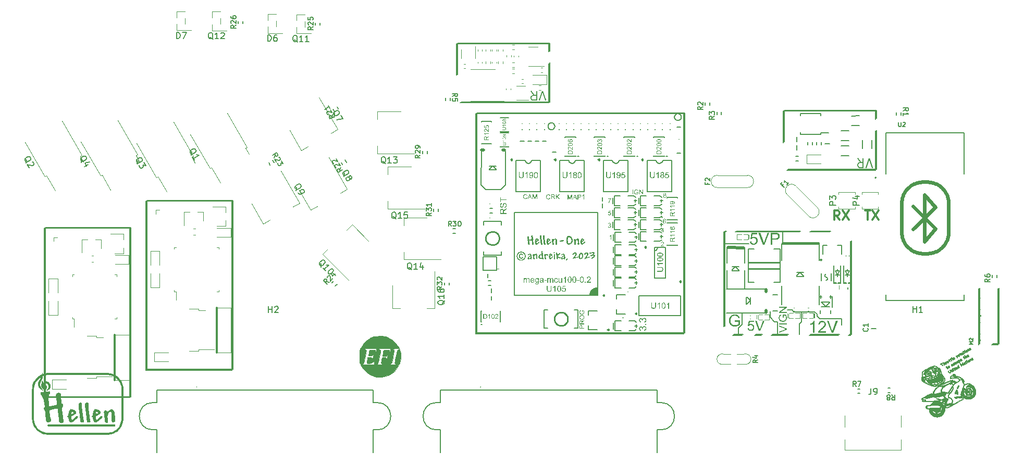
<source format=gto>
G75*
G70*
%OFA0B0*%
%FSLAX25Y25*%
%IPPOS*%
%LPD*%
%AMOC8*
5,1,8,0,0,1.08239X$1,22.5*
%
%ADD124C,0.00984*%
%ADD217C,0.00300*%
%ADD65C,0.00787*%
%ADD68C,0.00472*%
%ADD70C,0.01181*%
%ADD71C,0.00500*%
%ADD72C,0.00669*%
%ADD73C,0.00591*%
%ADD74C,0.01000*%
%ADD75C,0.00390*%
%ADD76C,0.00800*%
%ADD77C,0.00394*%
%ADD78C,0.00010*%
%ADD79C,0.00197*%
%ADD80C,0.00052*%
%ADD81C,0.02484*%
%ADD85C,0.01968*%
%ADD86C,0.01575*%
X0000000Y0000000D02*
%LPD*%
G01*
D70*
X0524357Y0148816D02*
X0522388Y0151628D01*
X0520982Y0148816D02*
X0520982Y0154721D01*
X0520982Y0154721D02*
X0523232Y0154721D01*
X0523232Y0154721D02*
X0523794Y0154440D01*
X0523794Y0154440D02*
X0524076Y0154159D01*
X0524076Y0154159D02*
X0524357Y0153596D01*
X0524357Y0153596D02*
X0524357Y0152753D01*
X0524357Y0152753D02*
X0524076Y0152190D01*
X0524076Y0152190D02*
X0523794Y0151909D01*
X0523794Y0151909D02*
X0523232Y0151628D01*
X0523232Y0151628D02*
X0520982Y0151628D01*
X0526325Y0154721D02*
X0530262Y0148816D01*
X0530262Y0154721D02*
X0526325Y0148816D01*
X0540667Y0154721D02*
X0544042Y0154721D01*
X0542355Y0148816D02*
X0542355Y0154721D01*
X0545448Y0154721D02*
X0549385Y0148816D01*
X0549385Y0154721D02*
X0545448Y0148816D01*
D71*
X0471933Y0059146D02*
X0470504Y0058146D01*
X0471933Y0057432D02*
X0468933Y0057432D01*
X0468933Y0057432D02*
X0468933Y0058574D01*
X0468933Y0058574D02*
X0469076Y0058860D01*
X0469076Y0058860D02*
X0469218Y0059003D01*
X0469218Y0059003D02*
X0469504Y0059146D01*
X0469504Y0059146D02*
X0469933Y0059146D01*
X0469933Y0059146D02*
X0470218Y0059003D01*
X0470218Y0059003D02*
X0470361Y0058860D01*
X0470361Y0058860D02*
X0470504Y0058574D01*
X0470504Y0058574D02*
X0470504Y0057432D01*
X0469933Y0061717D02*
X0471933Y0061717D01*
X0468790Y0061003D02*
X0470933Y0060289D01*
X0470933Y0060289D02*
X0470933Y0062146D01*
D72*
X0565110Y0218543D02*
X0566648Y0219619D01*
X0565110Y0220388D02*
X0568339Y0220388D01*
X0568339Y0220388D02*
X0568339Y0219158D01*
X0568339Y0219158D02*
X0568185Y0218851D01*
X0568185Y0218851D02*
X0568031Y0218697D01*
X0568031Y0218697D02*
X0567724Y0218543D01*
X0567724Y0218543D02*
X0567263Y0218543D01*
X0567263Y0218543D02*
X0566955Y0218697D01*
X0566955Y0218697D02*
X0566801Y0218851D01*
X0566801Y0218851D02*
X0566648Y0219158D01*
X0566648Y0219158D02*
X0566648Y0220388D01*
X0565110Y0215468D02*
X0565110Y0217313D01*
X0565110Y0216391D02*
X0568339Y0216391D01*
X0568339Y0216391D02*
X0567877Y0216698D01*
X0567877Y0216698D02*
X0567570Y0217006D01*
X0567570Y0217006D02*
X0567416Y0217313D01*
D73*
X0250801Y0116929D02*
X0250426Y0117117D01*
X0250426Y0117117D02*
X0250052Y0117491D01*
X0250052Y0117491D02*
X0249489Y0118054D01*
X0249489Y0118054D02*
X0249114Y0118241D01*
X0249114Y0118241D02*
X0248739Y0118241D01*
X0248927Y0117304D02*
X0248552Y0117491D01*
X0248552Y0117491D02*
X0248177Y0117866D01*
X0248177Y0117866D02*
X0247989Y0118616D01*
X0247989Y0118616D02*
X0247989Y0119929D01*
X0247989Y0119929D02*
X0248177Y0120679D01*
X0248177Y0120679D02*
X0248552Y0121054D01*
X0248552Y0121054D02*
X0248927Y0121241D01*
X0248927Y0121241D02*
X0249677Y0121241D01*
X0249677Y0121241D02*
X0250052Y0121054D01*
X0250052Y0121054D02*
X0250426Y0120679D01*
X0250426Y0120679D02*
X0250614Y0119929D01*
X0250614Y0119929D02*
X0250614Y0118616D01*
X0250614Y0118616D02*
X0250426Y0117866D01*
X0250426Y0117866D02*
X0250052Y0117491D01*
X0250052Y0117491D02*
X0249677Y0117304D01*
X0249677Y0117304D02*
X0248927Y0117304D01*
X0254363Y0117304D02*
X0252114Y0117304D01*
X0253239Y0117304D02*
X0253239Y0121241D01*
X0253239Y0121241D02*
X0252864Y0120679D01*
X0252864Y0120679D02*
X0252489Y0120304D01*
X0252489Y0120304D02*
X0252114Y0120116D01*
X0257738Y0119929D02*
X0257738Y0117304D01*
X0256801Y0121428D02*
X0255863Y0118616D01*
X0255863Y0118616D02*
X0258301Y0118616D01*
D74*
D73*
X0159107Y0089450D02*
X0159107Y0093387D01*
X0159107Y0091512D02*
X0161356Y0091512D01*
X0161356Y0089450D02*
X0161356Y0093387D01*
X0163044Y0093012D02*
X0163231Y0093199D01*
X0163231Y0093199D02*
X0163606Y0093387D01*
X0163606Y0093387D02*
X0164543Y0093387D01*
X0164543Y0093387D02*
X0164918Y0093199D01*
X0164918Y0093199D02*
X0165106Y0093012D01*
X0165106Y0093012D02*
X0165293Y0092637D01*
X0165293Y0092637D02*
X0165293Y0092262D01*
X0165293Y0092262D02*
X0165106Y0091699D01*
X0165106Y0091699D02*
X0162856Y0089450D01*
X0162856Y0089450D02*
X0165293Y0089450D01*
X0207276Y0176407D02*
X0207251Y0176826D01*
X0207251Y0176826D02*
X0207388Y0177338D01*
X0207388Y0177338D02*
X0207594Y0178106D01*
X0207594Y0178106D02*
X0207569Y0178525D01*
X0207569Y0178525D02*
X0207381Y0178850D01*
X0206663Y0178218D02*
X0206638Y0178637D01*
X0206638Y0178637D02*
X0206776Y0179149D01*
X0206776Y0179149D02*
X0207331Y0179686D01*
X0207331Y0179686D02*
X0208468Y0180343D01*
X0208468Y0180343D02*
X0209211Y0180555D01*
X0209211Y0180555D02*
X0209723Y0180418D01*
X0209723Y0180418D02*
X0210073Y0180187D01*
X0210073Y0180187D02*
X0210448Y0179538D01*
X0210448Y0179538D02*
X0210473Y0179119D01*
X0210473Y0179119D02*
X0210336Y0178607D01*
X0210336Y0178607D02*
X0209780Y0178070D01*
X0209780Y0178070D02*
X0208644Y0177413D01*
X0208644Y0177413D02*
X0207900Y0177201D01*
X0207900Y0177201D02*
X0207388Y0177338D01*
X0207388Y0177338D02*
X0207038Y0177569D01*
X0207038Y0177569D02*
X0206663Y0178218D01*
X0210580Y0175934D02*
X0210555Y0176352D01*
X0210555Y0176352D02*
X0210624Y0176608D01*
X0210624Y0176608D02*
X0210855Y0176958D01*
X0210855Y0176958D02*
X0211017Y0177052D01*
X0211017Y0177052D02*
X0211436Y0177077D01*
X0211436Y0177077D02*
X0211692Y0177008D01*
X0211692Y0177008D02*
X0212041Y0176777D01*
X0212041Y0176777D02*
X0212416Y0176128D01*
X0212416Y0176128D02*
X0212442Y0175710D01*
X0212442Y0175710D02*
X0212373Y0175453D01*
X0212373Y0175453D02*
X0212142Y0175104D01*
X0212142Y0175104D02*
X0211980Y0175010D01*
X0211980Y0175010D02*
X0211561Y0174985D01*
X0211561Y0174985D02*
X0211305Y0175053D01*
X0211305Y0175053D02*
X0210955Y0175284D01*
X0210955Y0175284D02*
X0210580Y0175934D01*
X0210580Y0175934D02*
X0210230Y0176165D01*
X0210230Y0176165D02*
X0209974Y0176233D01*
X0209974Y0176233D02*
X0209556Y0176208D01*
X0209556Y0176208D02*
X0208906Y0175833D01*
X0208906Y0175833D02*
X0208675Y0175483D01*
X0208675Y0175483D02*
X0208607Y0175227D01*
X0208607Y0175227D02*
X0208632Y0174809D01*
X0208632Y0174809D02*
X0209007Y0174159D01*
X0209007Y0174159D02*
X0209357Y0173929D01*
X0209357Y0173929D02*
X0209613Y0173860D01*
X0209613Y0173860D02*
X0210031Y0173885D01*
X0210031Y0173885D02*
X0210681Y0174260D01*
X0210681Y0174260D02*
X0210912Y0174610D01*
X0210912Y0174610D02*
X0210980Y0174866D01*
X0210980Y0174866D02*
X0210955Y0175284D01*
D72*
X0557815Y0036760D02*
X0558891Y0035223D01*
X0559659Y0036760D02*
X0559659Y0033532D01*
X0559659Y0033532D02*
X0558429Y0033532D01*
X0558429Y0033532D02*
X0558122Y0033685D01*
X0558122Y0033685D02*
X0557968Y0033839D01*
X0557968Y0033839D02*
X0557815Y0034146D01*
X0557815Y0034146D02*
X0557815Y0034608D01*
X0557815Y0034608D02*
X0557968Y0034915D01*
X0557968Y0034915D02*
X0558122Y0035069D01*
X0558122Y0035069D02*
X0558429Y0035223D01*
X0558429Y0035223D02*
X0559659Y0035223D01*
X0555970Y0034915D02*
X0556277Y0034761D01*
X0556277Y0034761D02*
X0556431Y0034608D01*
X0556431Y0034608D02*
X0556585Y0034300D01*
X0556585Y0034300D02*
X0556585Y0034146D01*
X0556585Y0034146D02*
X0556431Y0033839D01*
X0556431Y0033839D02*
X0556277Y0033685D01*
X0556277Y0033685D02*
X0555970Y0033532D01*
X0555970Y0033532D02*
X0555355Y0033532D01*
X0555355Y0033532D02*
X0555047Y0033685D01*
X0555047Y0033685D02*
X0554894Y0033839D01*
X0554894Y0033839D02*
X0554740Y0034146D01*
X0554740Y0034146D02*
X0554740Y0034300D01*
X0554740Y0034300D02*
X0554894Y0034608D01*
X0554894Y0034608D02*
X0555047Y0034761D01*
X0555047Y0034761D02*
X0555355Y0034915D01*
X0555355Y0034915D02*
X0555970Y0034915D01*
X0555970Y0034915D02*
X0556277Y0035069D01*
X0556277Y0035069D02*
X0556431Y0035223D01*
X0556431Y0035223D02*
X0556585Y0035530D01*
X0556585Y0035530D02*
X0556585Y0036145D01*
X0556585Y0036145D02*
X0556431Y0036452D01*
X0556431Y0036452D02*
X0556277Y0036606D01*
X0556277Y0036606D02*
X0555970Y0036760D01*
X0555970Y0036760D02*
X0555355Y0036760D01*
X0555355Y0036760D02*
X0555047Y0036606D01*
X0555047Y0036606D02*
X0554894Y0036452D01*
X0554894Y0036452D02*
X0554740Y0036145D01*
X0554740Y0036145D02*
X0554740Y0035530D01*
X0554740Y0035530D02*
X0554894Y0035223D01*
X0554894Y0035223D02*
X0555047Y0035069D01*
X0555047Y0035069D02*
X0555355Y0034915D01*
D73*
X0192824Y0118527D02*
X0192692Y0118924D01*
X0192692Y0118924D02*
X0192692Y0119455D01*
X0192692Y0119455D02*
X0192692Y0120250D01*
X0192692Y0120250D02*
X0192559Y0120648D01*
X0192559Y0120648D02*
X0192294Y0120913D01*
X0191764Y0120117D02*
X0191631Y0120515D01*
X0191631Y0120515D02*
X0191631Y0121045D01*
X0191631Y0121045D02*
X0192029Y0121708D01*
X0192029Y0121708D02*
X0192957Y0122636D01*
X0192957Y0122636D02*
X0193620Y0123034D01*
X0193620Y0123034D02*
X0194150Y0123034D01*
X0194150Y0123034D02*
X0194548Y0122901D01*
X0194548Y0122901D02*
X0195078Y0122371D01*
X0195078Y0122371D02*
X0195211Y0121973D01*
X0195211Y0121973D02*
X0195211Y0121443D01*
X0195211Y0121443D02*
X0194813Y0120780D01*
X0194813Y0120780D02*
X0193885Y0119852D01*
X0193885Y0119852D02*
X0193222Y0119455D01*
X0193222Y0119455D02*
X0192692Y0119455D01*
X0192692Y0119455D02*
X0192294Y0119587D01*
X0192294Y0119587D02*
X0191764Y0120117D01*
X0195608Y0116273D02*
X0194017Y0117864D01*
X0194813Y0117068D02*
X0197597Y0119852D01*
X0197597Y0119852D02*
X0196934Y0119720D01*
X0196934Y0119720D02*
X0196404Y0119720D01*
X0196404Y0119720D02*
X0196006Y0119852D01*
X0200115Y0117334D02*
X0200381Y0117068D01*
X0200381Y0117068D02*
X0200513Y0116671D01*
X0200513Y0116671D02*
X0200513Y0116406D01*
X0200513Y0116406D02*
X0200381Y0116008D01*
X0200381Y0116008D02*
X0199983Y0115345D01*
X0199983Y0115345D02*
X0199320Y0114682D01*
X0199320Y0114682D02*
X0198657Y0114285D01*
X0198657Y0114285D02*
X0198260Y0114152D01*
X0198260Y0114152D02*
X0197994Y0114152D01*
X0197994Y0114152D02*
X0197597Y0114285D01*
X0197597Y0114285D02*
X0197332Y0114550D01*
X0197332Y0114550D02*
X0197199Y0114947D01*
X0197199Y0114947D02*
X0197199Y0115213D01*
X0197199Y0115213D02*
X0197332Y0115610D01*
X0197332Y0115610D02*
X0197729Y0116273D01*
X0197729Y0116273D02*
X0198392Y0116936D01*
X0198392Y0116936D02*
X0199055Y0117334D01*
X0199055Y0117334D02*
X0199453Y0117466D01*
X0199453Y0117466D02*
X0199718Y0117466D01*
X0199718Y0117466D02*
X0200115Y0117334D01*
D72*
X0270126Y0106063D02*
X0268589Y0104987D01*
X0270126Y0104219D02*
X0266898Y0104219D01*
X0266898Y0104219D02*
X0266898Y0105449D01*
X0266898Y0105449D02*
X0267051Y0105756D01*
X0267051Y0105756D02*
X0267205Y0105910D01*
X0267205Y0105910D02*
X0267512Y0106063D01*
X0267512Y0106063D02*
X0267974Y0106063D01*
X0267974Y0106063D02*
X0268281Y0105910D01*
X0268281Y0105910D02*
X0268435Y0105756D01*
X0268435Y0105756D02*
X0268589Y0105449D01*
X0268589Y0105449D02*
X0268589Y0104219D01*
X0266898Y0107140D02*
X0266898Y0109138D01*
X0266898Y0109138D02*
X0268127Y0108062D01*
X0268127Y0108062D02*
X0268127Y0108523D01*
X0268127Y0108523D02*
X0268281Y0108831D01*
X0268281Y0108831D02*
X0268435Y0108984D01*
X0268435Y0108984D02*
X0268742Y0109138D01*
X0268742Y0109138D02*
X0269511Y0109138D01*
X0269511Y0109138D02*
X0269818Y0108984D01*
X0269818Y0108984D02*
X0269972Y0108831D01*
X0269972Y0108831D02*
X0270126Y0108523D01*
X0270126Y0108523D02*
X0270126Y0107601D01*
X0270126Y0107601D02*
X0269972Y0107293D01*
X0269972Y0107293D02*
X0269818Y0107140D01*
X0267205Y0110368D02*
X0267051Y0110522D01*
X0267051Y0110522D02*
X0266898Y0110829D01*
X0266898Y0110829D02*
X0266898Y0111598D01*
X0266898Y0111598D02*
X0267051Y0111905D01*
X0267051Y0111905D02*
X0267205Y0112059D01*
X0267205Y0112059D02*
X0267512Y0112213D01*
X0267512Y0112213D02*
X0267820Y0112213D01*
X0267820Y0112213D02*
X0268281Y0112059D01*
X0268281Y0112059D02*
X0270126Y0110214D01*
X0270126Y0110214D02*
X0270126Y0112213D01*
D73*
X0609766Y0069161D02*
X0607404Y0069161D01*
X0607404Y0069161D02*
X0609091Y0069948D01*
X0609091Y0069948D02*
X0607404Y0070735D01*
X0607404Y0070735D02*
X0609766Y0070735D01*
X0607629Y0071748D02*
X0607516Y0071860D01*
X0607516Y0071860D02*
X0607404Y0072085D01*
X0607404Y0072085D02*
X0607404Y0072648D01*
X0607404Y0072648D02*
X0607516Y0072873D01*
X0607516Y0072873D02*
X0607629Y0072985D01*
X0607629Y0072985D02*
X0607854Y0073098D01*
X0607854Y0073098D02*
X0608079Y0073098D01*
X0608079Y0073098D02*
X0608416Y0072985D01*
X0608416Y0072985D02*
X0609766Y0071635D01*
X0609766Y0071635D02*
X0609766Y0073098D01*
D72*
X0436858Y0221221D02*
X0435321Y0220145D01*
X0436858Y0219376D02*
X0433630Y0219376D01*
X0433630Y0219376D02*
X0433630Y0220606D01*
X0433630Y0220606D02*
X0433784Y0220914D01*
X0433784Y0220914D02*
X0433937Y0221067D01*
X0433937Y0221067D02*
X0434245Y0221221D01*
X0434245Y0221221D02*
X0434706Y0221221D01*
X0434706Y0221221D02*
X0435013Y0221067D01*
X0435013Y0221067D02*
X0435167Y0220914D01*
X0435167Y0220914D02*
X0435321Y0220606D01*
X0435321Y0220606D02*
X0435321Y0219376D01*
X0433937Y0222451D02*
X0433784Y0222605D01*
X0433784Y0222605D02*
X0433630Y0222912D01*
X0433630Y0222912D02*
X0433630Y0223681D01*
X0433630Y0223681D02*
X0433784Y0223988D01*
X0433784Y0223988D02*
X0433937Y0224142D01*
X0433937Y0224142D02*
X0434245Y0224296D01*
X0434245Y0224296D02*
X0434552Y0224296D01*
X0434552Y0224296D02*
X0435013Y0224142D01*
X0435013Y0224142D02*
X0436858Y0222297D01*
X0436858Y0222297D02*
X0436858Y0224296D01*
X0263236Y0153308D02*
X0261699Y0152231D01*
X0263236Y0151463D02*
X0260008Y0151463D01*
X0260008Y0151463D02*
X0260008Y0152693D01*
X0260008Y0152693D02*
X0260162Y0153000D01*
X0260162Y0153000D02*
X0260315Y0153154D01*
X0260315Y0153154D02*
X0260623Y0153308D01*
X0260623Y0153308D02*
X0261084Y0153308D01*
X0261084Y0153308D02*
X0261391Y0153154D01*
X0261391Y0153154D02*
X0261545Y0153000D01*
X0261545Y0153000D02*
X0261699Y0152693D01*
X0261699Y0152693D02*
X0261699Y0151463D01*
X0260008Y0154384D02*
X0260008Y0156382D01*
X0260008Y0156382D02*
X0261238Y0155306D01*
X0261238Y0155306D02*
X0261238Y0155767D01*
X0261238Y0155767D02*
X0261391Y0156075D01*
X0261391Y0156075D02*
X0261545Y0156228D01*
X0261545Y0156228D02*
X0261853Y0156382D01*
X0261853Y0156382D02*
X0262621Y0156382D01*
X0262621Y0156382D02*
X0262929Y0156228D01*
X0262929Y0156228D02*
X0263082Y0156075D01*
X0263082Y0156075D02*
X0263236Y0155767D01*
X0263236Y0155767D02*
X0263236Y0154845D01*
X0263236Y0154845D02*
X0263082Y0154537D01*
X0263082Y0154537D02*
X0262929Y0154384D01*
X0263236Y0159457D02*
X0263236Y0157612D01*
X0263236Y0158534D02*
X0260008Y0158534D01*
X0260008Y0158534D02*
X0260469Y0158227D01*
X0260469Y0158227D02*
X0260776Y0157920D01*
X0260776Y0157920D02*
X0260930Y0157612D01*
X0162621Y0188503D02*
X0163415Y0190204D01*
X0161699Y0190101D02*
X0164495Y0191715D01*
X0164495Y0191715D02*
X0165110Y0190650D01*
X0165110Y0190650D02*
X0165130Y0190307D01*
X0165130Y0190307D02*
X0165074Y0190097D01*
X0165074Y0190097D02*
X0164885Y0189810D01*
X0164885Y0189810D02*
X0164485Y0189579D01*
X0164485Y0189579D02*
X0164142Y0189559D01*
X0164142Y0189559D02*
X0163932Y0189615D01*
X0163932Y0189615D02*
X0163645Y0189804D01*
X0163645Y0189804D02*
X0163030Y0190870D01*
X0165766Y0188899D02*
X0165976Y0188842D01*
X0165976Y0188842D02*
X0166263Y0188653D01*
X0166263Y0188653D02*
X0166647Y0187987D01*
X0166647Y0187987D02*
X0166668Y0187644D01*
X0166668Y0187644D02*
X0166611Y0187434D01*
X0166611Y0187434D02*
X0166422Y0187147D01*
X0166422Y0187147D02*
X0166156Y0186994D01*
X0166156Y0186994D02*
X0165679Y0186896D01*
X0165679Y0186896D02*
X0163159Y0187571D01*
X0163159Y0187571D02*
X0164159Y0185841D01*
X0167493Y0186523D02*
X0168492Y0184792D01*
X0168492Y0184792D02*
X0166889Y0185109D01*
X0166889Y0185109D02*
X0167119Y0184710D01*
X0167119Y0184710D02*
X0167140Y0184367D01*
X0167140Y0184367D02*
X0167084Y0184157D01*
X0167084Y0184157D02*
X0166894Y0183870D01*
X0166894Y0183870D02*
X0166229Y0183485D01*
X0166229Y0183485D02*
X0165885Y0183465D01*
X0165885Y0183465D02*
X0165675Y0183521D01*
X0165675Y0183521D02*
X0165389Y0183710D01*
X0165389Y0183710D02*
X0164927Y0184509D01*
X0164927Y0184509D02*
X0164907Y0184852D01*
X0164907Y0184852D02*
X0164963Y0185062D01*
D73*
X0271752Y0097357D02*
X0271565Y0096982D01*
X0271565Y0096982D02*
X0271190Y0096607D01*
X0271190Y0096607D02*
X0270627Y0096044D01*
X0270627Y0096044D02*
X0270440Y0095669D01*
X0270440Y0095669D02*
X0270440Y0095294D01*
X0271377Y0095482D02*
X0271190Y0095107D01*
X0271190Y0095107D02*
X0270815Y0094732D01*
X0270815Y0094732D02*
X0270065Y0094545D01*
X0270065Y0094545D02*
X0268753Y0094545D01*
X0268753Y0094545D02*
X0268003Y0094732D01*
X0268003Y0094732D02*
X0267628Y0095107D01*
X0267628Y0095107D02*
X0267440Y0095482D01*
X0267440Y0095482D02*
X0267440Y0096232D01*
X0267440Y0096232D02*
X0267628Y0096607D01*
X0267628Y0096607D02*
X0268003Y0096982D01*
X0268003Y0096982D02*
X0268753Y0097169D01*
X0268753Y0097169D02*
X0270065Y0097169D01*
X0270065Y0097169D02*
X0270815Y0096982D01*
X0270815Y0096982D02*
X0271190Y0096607D01*
X0271190Y0096607D02*
X0271377Y0096232D01*
X0271377Y0096232D02*
X0271377Y0095482D01*
X0271377Y0100919D02*
X0271377Y0098669D01*
X0271377Y0099794D02*
X0267440Y0099794D01*
X0267440Y0099794D02*
X0268003Y0099419D01*
X0268003Y0099419D02*
X0268378Y0099044D01*
X0268378Y0099044D02*
X0268565Y0098669D01*
X0267440Y0104293D02*
X0267440Y0103543D01*
X0267440Y0103543D02*
X0267628Y0103168D01*
X0267628Y0103168D02*
X0267815Y0102981D01*
X0267815Y0102981D02*
X0268378Y0102606D01*
X0268378Y0102606D02*
X0269127Y0102419D01*
X0269127Y0102419D02*
X0270627Y0102419D01*
X0270627Y0102419D02*
X0271002Y0102606D01*
X0271002Y0102606D02*
X0271190Y0102794D01*
X0271190Y0102794D02*
X0271377Y0103168D01*
X0271377Y0103168D02*
X0271377Y0103918D01*
X0271377Y0103918D02*
X0271190Y0104293D01*
X0271190Y0104293D02*
X0271002Y0104481D01*
X0271002Y0104481D02*
X0270627Y0104668D01*
X0270627Y0104668D02*
X0269690Y0104668D01*
X0269690Y0104668D02*
X0269315Y0104481D01*
X0269315Y0104481D02*
X0269127Y0104293D01*
X0269127Y0104293D02*
X0268940Y0103918D01*
X0268940Y0103918D02*
X0268940Y0103168D01*
X0268940Y0103168D02*
X0269127Y0102794D01*
X0269127Y0102794D02*
X0269315Y0102606D01*
X0269315Y0102606D02*
X0269690Y0102419D01*
X0176764Y0167549D02*
X0176739Y0167968D01*
X0176739Y0167968D02*
X0176876Y0168480D01*
X0176876Y0168480D02*
X0177082Y0169248D01*
X0177082Y0169248D02*
X0177057Y0169667D01*
X0177057Y0169667D02*
X0176870Y0169991D01*
X0176152Y0169360D02*
X0176126Y0169779D01*
X0176126Y0169779D02*
X0176264Y0170291D01*
X0176264Y0170291D02*
X0176819Y0170828D01*
X0176819Y0170828D02*
X0177956Y0171484D01*
X0177956Y0171484D02*
X0178699Y0171697D01*
X0178699Y0171697D02*
X0179211Y0171560D01*
X0179211Y0171560D02*
X0179561Y0171329D01*
X0179561Y0171329D02*
X0179936Y0170679D01*
X0179936Y0170679D02*
X0179961Y0170261D01*
X0179961Y0170261D02*
X0179824Y0169749D01*
X0179824Y0169749D02*
X0179268Y0169211D01*
X0179268Y0169211D02*
X0178132Y0168555D01*
X0178132Y0168555D02*
X0177389Y0168343D01*
X0177389Y0168343D02*
X0176876Y0168480D01*
X0176876Y0168480D02*
X0176527Y0168711D01*
X0176527Y0168711D02*
X0176152Y0169360D01*
X0177933Y0166275D02*
X0178308Y0165626D01*
X0178308Y0165626D02*
X0178657Y0165395D01*
X0178657Y0165395D02*
X0178914Y0165326D01*
X0178914Y0165326D02*
X0179588Y0165283D01*
X0179588Y0165283D02*
X0180331Y0165495D01*
X0180331Y0165495D02*
X0181630Y0166245D01*
X0181630Y0166245D02*
X0181861Y0166595D01*
X0181861Y0166595D02*
X0181930Y0166851D01*
X0181930Y0166851D02*
X0181905Y0167270D01*
X0181905Y0167270D02*
X0181530Y0167919D01*
X0181530Y0167919D02*
X0181180Y0168150D01*
X0181180Y0168150D02*
X0180924Y0168219D01*
X0180924Y0168219D02*
X0180505Y0168194D01*
X0180505Y0168194D02*
X0179693Y0167725D01*
X0179693Y0167725D02*
X0179462Y0167375D01*
X0179462Y0167375D02*
X0179394Y0167119D01*
X0179394Y0167119D02*
X0179419Y0166701D01*
X0179419Y0166701D02*
X0179794Y0166051D01*
X0179794Y0166051D02*
X0180144Y0165820D01*
X0180144Y0165820D02*
X0180400Y0165752D01*
X0180400Y0165752D02*
X0180818Y0165777D01*
X0234069Y0184842D02*
X0233694Y0185030D01*
X0233694Y0185030D02*
X0233319Y0185405D01*
X0233319Y0185405D02*
X0232757Y0185967D01*
X0232757Y0185967D02*
X0232382Y0186155D01*
X0232382Y0186155D02*
X0232007Y0186155D01*
X0232194Y0185217D02*
X0231819Y0185405D01*
X0231819Y0185405D02*
X0231444Y0185780D01*
X0231444Y0185780D02*
X0231257Y0186530D01*
X0231257Y0186530D02*
X0231257Y0187842D01*
X0231257Y0187842D02*
X0231444Y0188592D01*
X0231444Y0188592D02*
X0231819Y0188967D01*
X0231819Y0188967D02*
X0232194Y0189154D01*
X0232194Y0189154D02*
X0232944Y0189154D01*
X0232944Y0189154D02*
X0233319Y0188967D01*
X0233319Y0188967D02*
X0233694Y0188592D01*
X0233694Y0188592D02*
X0233882Y0187842D01*
X0233882Y0187842D02*
X0233882Y0186530D01*
X0233882Y0186530D02*
X0233694Y0185780D01*
X0233694Y0185780D02*
X0233319Y0185405D01*
X0233319Y0185405D02*
X0232944Y0185217D01*
X0232944Y0185217D02*
X0232194Y0185217D01*
X0237631Y0185217D02*
X0235381Y0185217D01*
X0236506Y0185217D02*
X0236506Y0189154D01*
X0236506Y0189154D02*
X0236131Y0188592D01*
X0236131Y0188592D02*
X0235756Y0188217D01*
X0235756Y0188217D02*
X0235381Y0188030D01*
X0238944Y0189154D02*
X0241381Y0189154D01*
X0241381Y0189154D02*
X0240068Y0187655D01*
X0240068Y0187655D02*
X0240631Y0187655D01*
X0240631Y0187655D02*
X0241006Y0187467D01*
X0241006Y0187467D02*
X0241193Y0187280D01*
X0241193Y0187280D02*
X0241381Y0186905D01*
X0241381Y0186905D02*
X0241381Y0185967D01*
X0241381Y0185967D02*
X0241193Y0185592D01*
X0241193Y0185592D02*
X0241006Y0185405D01*
X0241006Y0185405D02*
X0240631Y0185217D01*
X0240631Y0185217D02*
X0239506Y0185217D01*
X0239506Y0185217D02*
X0239131Y0185405D01*
X0239131Y0185405D02*
X0238944Y0185592D01*
D72*
X0138236Y0273386D02*
X0136699Y0272310D01*
X0138236Y0271542D02*
X0135008Y0271542D01*
X0135008Y0271542D02*
X0135008Y0272771D01*
X0135008Y0272771D02*
X0135162Y0273079D01*
X0135162Y0273079D02*
X0135315Y0273233D01*
X0135315Y0273233D02*
X0135623Y0273386D01*
X0135623Y0273386D02*
X0136084Y0273386D01*
X0136084Y0273386D02*
X0136391Y0273233D01*
X0136391Y0273233D02*
X0136545Y0273079D01*
X0136545Y0273079D02*
X0136699Y0272771D01*
X0136699Y0272771D02*
X0136699Y0271542D01*
X0135315Y0274616D02*
X0135162Y0274770D01*
X0135162Y0274770D02*
X0135008Y0275077D01*
X0135008Y0275077D02*
X0135008Y0275846D01*
X0135008Y0275846D02*
X0135162Y0276153D01*
X0135162Y0276153D02*
X0135315Y0276307D01*
X0135315Y0276307D02*
X0135623Y0276461D01*
X0135623Y0276461D02*
X0135930Y0276461D01*
X0135930Y0276461D02*
X0136391Y0276307D01*
X0136391Y0276307D02*
X0138236Y0274462D01*
X0138236Y0274462D02*
X0138236Y0276461D01*
X0135008Y0279228D02*
X0135008Y0278613D01*
X0135008Y0278613D02*
X0135162Y0278306D01*
X0135162Y0278306D02*
X0135315Y0278152D01*
X0135315Y0278152D02*
X0135776Y0277845D01*
X0135776Y0277845D02*
X0136391Y0277691D01*
X0136391Y0277691D02*
X0137621Y0277691D01*
X0137621Y0277691D02*
X0137929Y0277845D01*
X0137929Y0277845D02*
X0138082Y0277998D01*
X0138082Y0277998D02*
X0138236Y0278306D01*
X0138236Y0278306D02*
X0138236Y0278921D01*
X0138236Y0278921D02*
X0138082Y0279228D01*
X0138082Y0279228D02*
X0137929Y0279382D01*
X0137929Y0279382D02*
X0137621Y0279536D01*
X0137621Y0279536D02*
X0136853Y0279536D01*
X0136853Y0279536D02*
X0136545Y0279382D01*
X0136545Y0279382D02*
X0136391Y0279228D01*
X0136391Y0279228D02*
X0136238Y0278921D01*
X0136238Y0278921D02*
X0136238Y0278306D01*
X0136238Y0278306D02*
X0136391Y0277998D01*
X0136391Y0277998D02*
X0136545Y0277845D01*
X0136545Y0277845D02*
X0136853Y0277691D01*
X0542313Y0079400D02*
X0542467Y0079246D01*
X0542467Y0079246D02*
X0542621Y0078785D01*
X0542621Y0078785D02*
X0542621Y0078477D01*
X0542621Y0078477D02*
X0542467Y0078016D01*
X0542467Y0078016D02*
X0542160Y0077709D01*
X0542160Y0077709D02*
X0541852Y0077555D01*
X0541852Y0077555D02*
X0541237Y0077401D01*
X0541237Y0077401D02*
X0540776Y0077401D01*
X0540776Y0077401D02*
X0540161Y0077555D01*
X0540161Y0077555D02*
X0539854Y0077709D01*
X0539854Y0077709D02*
X0539546Y0078016D01*
X0539546Y0078016D02*
X0539392Y0078477D01*
X0539392Y0078477D02*
X0539392Y0078785D01*
X0539392Y0078785D02*
X0539546Y0079246D01*
X0539546Y0079246D02*
X0539700Y0079400D01*
X0542621Y0082474D02*
X0542621Y0080630D01*
X0542621Y0081552D02*
X0539392Y0081552D01*
X0539392Y0081552D02*
X0539854Y0081245D01*
X0539854Y0081245D02*
X0540161Y0080937D01*
X0540161Y0080937D02*
X0540315Y0080630D01*
D73*
X0201174Y0214596D02*
X0201149Y0215015D01*
X0201149Y0215015D02*
X0201286Y0215527D01*
X0201286Y0215527D02*
X0201492Y0216295D01*
X0201492Y0216295D02*
X0201467Y0216714D01*
X0201467Y0216714D02*
X0201279Y0217039D01*
X0200561Y0216407D02*
X0200536Y0216826D01*
X0200536Y0216826D02*
X0200673Y0217338D01*
X0200673Y0217338D02*
X0201229Y0217875D01*
X0201229Y0217875D02*
X0202365Y0218532D01*
X0202365Y0218532D02*
X0203109Y0218744D01*
X0203109Y0218744D02*
X0203621Y0218607D01*
X0203621Y0218607D02*
X0203971Y0218376D01*
X0203971Y0218376D02*
X0204346Y0217727D01*
X0204346Y0217727D02*
X0204371Y0217308D01*
X0204371Y0217308D02*
X0204233Y0216796D01*
X0204233Y0216796D02*
X0203678Y0216259D01*
X0203678Y0216259D02*
X0202541Y0215602D01*
X0202541Y0215602D02*
X0201798Y0215390D01*
X0201798Y0215390D02*
X0201286Y0215527D01*
X0201286Y0215527D02*
X0200936Y0215758D01*
X0200936Y0215758D02*
X0200561Y0216407D01*
X0205470Y0215778D02*
X0206783Y0213505D01*
X0206783Y0213505D02*
X0202530Y0212998D01*
D72*
X0276044Y0144736D02*
X0274968Y0146274D01*
X0274199Y0144736D02*
X0274199Y0147965D01*
X0274199Y0147965D02*
X0275429Y0147965D01*
X0275429Y0147965D02*
X0275736Y0147811D01*
X0275736Y0147811D02*
X0275890Y0147657D01*
X0275890Y0147657D02*
X0276044Y0147350D01*
X0276044Y0147350D02*
X0276044Y0146889D01*
X0276044Y0146889D02*
X0275890Y0146581D01*
X0275890Y0146581D02*
X0275736Y0146427D01*
X0275736Y0146427D02*
X0275429Y0146274D01*
X0275429Y0146274D02*
X0274199Y0146274D01*
X0277120Y0147965D02*
X0279118Y0147965D01*
X0279118Y0147965D02*
X0278042Y0146735D01*
X0278042Y0146735D02*
X0278503Y0146735D01*
X0278503Y0146735D02*
X0278811Y0146581D01*
X0278811Y0146581D02*
X0278965Y0146427D01*
X0278965Y0146427D02*
X0279118Y0146120D01*
X0279118Y0146120D02*
X0279118Y0145351D01*
X0279118Y0145351D02*
X0278965Y0145044D01*
X0278965Y0145044D02*
X0278811Y0144890D01*
X0278811Y0144890D02*
X0278503Y0144736D01*
X0278503Y0144736D02*
X0277581Y0144736D01*
X0277581Y0144736D02*
X0277273Y0144890D01*
X0277273Y0144890D02*
X0277120Y0145044D01*
X0281117Y0147965D02*
X0281424Y0147965D01*
X0281424Y0147965D02*
X0281732Y0147811D01*
X0281732Y0147811D02*
X0281885Y0147657D01*
X0281885Y0147657D02*
X0282039Y0147350D01*
X0282039Y0147350D02*
X0282193Y0146735D01*
X0282193Y0146735D02*
X0282193Y0145966D01*
X0282193Y0145966D02*
X0282039Y0145351D01*
X0282039Y0145351D02*
X0281885Y0145044D01*
X0281885Y0145044D02*
X0281732Y0144890D01*
X0281732Y0144890D02*
X0281424Y0144736D01*
X0281424Y0144736D02*
X0281117Y0144736D01*
X0281117Y0144736D02*
X0280809Y0144890D01*
X0280809Y0144890D02*
X0280656Y0145044D01*
X0280656Y0145044D02*
X0280502Y0145351D01*
X0280502Y0145351D02*
X0280348Y0145966D01*
X0280348Y0145966D02*
X0280348Y0146735D01*
X0280348Y0146735D02*
X0280502Y0147350D01*
X0280502Y0147350D02*
X0280656Y0147657D01*
X0280656Y0147657D02*
X0280809Y0147811D01*
X0280809Y0147811D02*
X0281117Y0147965D01*
X0197875Y0108915D02*
X0196027Y0109241D01*
X0196571Y0107610D02*
X0194288Y0109893D01*
X0194288Y0109893D02*
X0195157Y0110763D01*
X0195157Y0110763D02*
X0195484Y0110871D01*
X0195484Y0110871D02*
X0195701Y0110871D01*
X0195701Y0110871D02*
X0196027Y0110763D01*
X0196027Y0110763D02*
X0196353Y0110437D01*
X0196353Y0110437D02*
X0196462Y0110111D01*
X0196462Y0110111D02*
X0196462Y0109893D01*
X0196462Y0109893D02*
X0196353Y0109567D01*
X0196353Y0109567D02*
X0195484Y0108697D01*
X0196679Y0111850D02*
X0196679Y0112067D01*
X0196679Y0112067D02*
X0196788Y0112393D01*
X0196788Y0112393D02*
X0197332Y0112937D01*
X0197332Y0112937D02*
X0197658Y0113046D01*
X0197658Y0113046D02*
X0197875Y0113046D01*
X0197875Y0113046D02*
X0198201Y0112937D01*
X0198201Y0112937D02*
X0198419Y0112719D01*
X0198419Y0112719D02*
X0198636Y0112285D01*
X0198636Y0112285D02*
X0198636Y0109676D01*
X0198636Y0109676D02*
X0200049Y0111089D01*
X0200484Y0114567D02*
X0202006Y0113046D01*
X0199071Y0114894D02*
X0200158Y0112719D01*
X0200158Y0112719D02*
X0201571Y0114133D01*
D73*
X0521968Y0158315D02*
X0518031Y0158315D01*
X0518031Y0158315D02*
X0518031Y0159815D01*
X0518031Y0159815D02*
X0518218Y0160189D01*
X0518218Y0160189D02*
X0518406Y0160377D01*
X0518406Y0160377D02*
X0518781Y0160564D01*
X0518781Y0160564D02*
X0519343Y0160564D01*
X0519343Y0160564D02*
X0519718Y0160377D01*
X0519718Y0160377D02*
X0519906Y0160189D01*
X0519906Y0160189D02*
X0520093Y0159815D01*
X0520093Y0159815D02*
X0520093Y0158315D01*
X0518031Y0161877D02*
X0518031Y0164314D01*
X0518031Y0164314D02*
X0519531Y0163002D01*
X0519531Y0163002D02*
X0519531Y0163564D01*
X0519531Y0163564D02*
X0519718Y0163939D01*
X0519718Y0163939D02*
X0519906Y0164126D01*
X0519906Y0164126D02*
X0520280Y0164314D01*
X0520280Y0164314D02*
X0521218Y0164314D01*
X0521218Y0164314D02*
X0521593Y0164126D01*
X0521593Y0164126D02*
X0521780Y0163939D01*
X0521780Y0163939D02*
X0521968Y0163564D01*
X0521968Y0163564D02*
X0521968Y0162439D01*
X0521968Y0162439D02*
X0521780Y0162064D01*
X0521780Y0162064D02*
X0521593Y0161877D01*
X0544455Y0040985D02*
X0544455Y0038173D01*
X0544455Y0038173D02*
X0544268Y0037611D01*
X0544268Y0037611D02*
X0543893Y0037236D01*
X0543893Y0037236D02*
X0543330Y0037048D01*
X0543330Y0037048D02*
X0542956Y0037048D01*
X0546518Y0037048D02*
X0547268Y0037048D01*
X0547268Y0037048D02*
X0547642Y0037236D01*
X0547642Y0037236D02*
X0547830Y0037423D01*
X0547830Y0037423D02*
X0548205Y0037985D01*
X0548205Y0037985D02*
X0548392Y0038735D01*
X0548392Y0038735D02*
X0548392Y0040235D01*
X0548392Y0040235D02*
X0548205Y0040610D01*
X0548205Y0040610D02*
X0548017Y0040798D01*
X0548017Y0040798D02*
X0547642Y0040985D01*
X0547642Y0040985D02*
X0546893Y0040985D01*
X0546893Y0040985D02*
X0546518Y0040798D01*
X0546518Y0040798D02*
X0546330Y0040610D01*
X0546330Y0040610D02*
X0546143Y0040235D01*
X0546143Y0040235D02*
X0546143Y0039298D01*
X0546143Y0039298D02*
X0546330Y0038923D01*
X0546330Y0038923D02*
X0546518Y0038735D01*
X0546518Y0038735D02*
X0546893Y0038548D01*
X0546893Y0038548D02*
X0547642Y0038548D01*
X0547642Y0038548D02*
X0548017Y0038735D01*
X0548017Y0038735D02*
X0548205Y0038923D01*
X0548205Y0038923D02*
X0548392Y0039298D01*
X0571311Y0089647D02*
X0571311Y0093584D01*
X0571311Y0091709D02*
X0573561Y0091709D01*
X0573561Y0089647D02*
X0573561Y0093584D01*
X0577498Y0089647D02*
X0575248Y0089647D01*
X0576373Y0089647D02*
X0576373Y0093584D01*
X0576373Y0093584D02*
X0575998Y0093021D01*
X0575998Y0093021D02*
X0575623Y0092646D01*
X0575623Y0092646D02*
X0575248Y0092459D01*
X0075200Y0184461D02*
X0075175Y0184880D01*
X0075175Y0184880D02*
X0075312Y0185392D01*
X0075312Y0185392D02*
X0075518Y0186160D01*
X0075518Y0186160D02*
X0075493Y0186579D01*
X0075493Y0186579D02*
X0075305Y0186904D01*
X0074587Y0186272D02*
X0074562Y0186691D01*
X0074562Y0186691D02*
X0074699Y0187203D01*
X0074699Y0187203D02*
X0075255Y0187740D01*
X0075255Y0187740D02*
X0076391Y0188397D01*
X0076391Y0188397D02*
X0077134Y0188609D01*
X0077134Y0188609D02*
X0077647Y0188472D01*
X0077647Y0188472D02*
X0077997Y0188241D01*
X0077997Y0188241D02*
X0078371Y0187592D01*
X0078371Y0187592D02*
X0078397Y0187173D01*
X0078397Y0187173D02*
X0078259Y0186661D01*
X0078259Y0186661D02*
X0077704Y0186124D01*
X0077704Y0186124D02*
X0076567Y0185467D01*
X0076567Y0185467D02*
X0075824Y0185255D01*
X0075824Y0185255D02*
X0075312Y0185392D01*
X0075312Y0185392D02*
X0074962Y0185623D01*
X0074962Y0185623D02*
X0074587Y0186272D01*
X0079496Y0185643D02*
X0080715Y0183533D01*
X0080715Y0183533D02*
X0078760Y0183919D01*
X0078760Y0183919D02*
X0079041Y0183432D01*
X0079041Y0183432D02*
X0079066Y0183014D01*
X0079066Y0183014D02*
X0078998Y0182758D01*
X0078998Y0182758D02*
X0078767Y0182408D01*
X0078767Y0182408D02*
X0077955Y0181939D01*
X0077955Y0181939D02*
X0077536Y0181914D01*
X0077536Y0181914D02*
X0077280Y0181983D01*
X0077280Y0181983D02*
X0076930Y0182213D01*
X0076930Y0182213D02*
X0076368Y0183188D01*
X0076368Y0183188D02*
X0076343Y0183606D01*
X0076343Y0183606D02*
X0076412Y0183862D01*
X0100342Y0264942D02*
X0100342Y0268879D01*
X0100342Y0268879D02*
X0101280Y0268879D01*
X0101280Y0268879D02*
X0101842Y0268691D01*
X0101842Y0268691D02*
X0102217Y0268316D01*
X0102217Y0268316D02*
X0102404Y0267941D01*
X0102404Y0267941D02*
X0102592Y0267192D01*
X0102592Y0267192D02*
X0102592Y0266629D01*
X0102592Y0266629D02*
X0102404Y0265879D01*
X0102404Y0265879D02*
X0102217Y0265504D01*
X0102217Y0265504D02*
X0101842Y0265129D01*
X0101842Y0265129D02*
X0101280Y0264942D01*
X0101280Y0264942D02*
X0100342Y0264942D01*
X0103904Y0268879D02*
X0106529Y0268879D01*
X0106529Y0268879D02*
X0104842Y0264942D01*
D72*
X0276724Y0227795D02*
X0278262Y0228871D01*
X0276724Y0229640D02*
X0279953Y0229640D01*
X0279953Y0229640D02*
X0279953Y0228410D01*
X0279953Y0228410D02*
X0279799Y0228103D01*
X0279799Y0228103D02*
X0279645Y0227949D01*
X0279645Y0227949D02*
X0279338Y0227795D01*
X0279338Y0227795D02*
X0278877Y0227795D01*
X0278877Y0227795D02*
X0278569Y0227949D01*
X0278569Y0227949D02*
X0278415Y0228103D01*
X0278415Y0228103D02*
X0278262Y0228410D01*
X0278262Y0228410D02*
X0278262Y0229640D01*
X0279953Y0224874D02*
X0279953Y0226411D01*
X0279953Y0226411D02*
X0278415Y0226565D01*
X0278415Y0226565D02*
X0278569Y0226411D01*
X0278569Y0226411D02*
X0278723Y0226104D01*
X0278723Y0226104D02*
X0278723Y0225335D01*
X0278723Y0225335D02*
X0278569Y0225028D01*
X0278569Y0225028D02*
X0278415Y0224874D01*
X0278415Y0224874D02*
X0278108Y0224720D01*
X0278108Y0224720D02*
X0277339Y0224720D01*
X0277339Y0224720D02*
X0277032Y0224874D01*
X0277032Y0224874D02*
X0276878Y0225028D01*
X0276878Y0225028D02*
X0276724Y0225335D01*
X0276724Y0225335D02*
X0276724Y0226104D01*
X0276724Y0226104D02*
X0276878Y0226411D01*
X0276878Y0226411D02*
X0277032Y0226565D01*
D73*
X0109648Y0190170D02*
X0109623Y0190589D01*
X0109623Y0190589D02*
X0109761Y0191101D01*
X0109761Y0191101D02*
X0109966Y0191869D01*
X0109966Y0191869D02*
X0109941Y0192287D01*
X0109941Y0192287D02*
X0109754Y0192612D01*
X0109036Y0191981D02*
X0109011Y0192400D01*
X0109011Y0192400D02*
X0109148Y0192912D01*
X0109148Y0192912D02*
X0109704Y0193449D01*
X0109704Y0193449D02*
X0110840Y0194105D01*
X0110840Y0194105D02*
X0111583Y0194318D01*
X0111583Y0194318D02*
X0112096Y0194181D01*
X0112096Y0194181D02*
X0112445Y0193950D01*
X0112445Y0193950D02*
X0112820Y0193300D01*
X0112820Y0193300D02*
X0112845Y0192882D01*
X0112845Y0192882D02*
X0112708Y0192370D01*
X0112708Y0192370D02*
X0112152Y0191832D01*
X0112152Y0191832D02*
X0111016Y0191176D01*
X0111016Y0191176D02*
X0110273Y0190963D01*
X0110273Y0190963D02*
X0109761Y0191101D01*
X0109761Y0191101D02*
X0109411Y0191332D01*
X0109411Y0191332D02*
X0109036Y0191981D01*
X0111754Y0187273D02*
X0110629Y0189221D01*
X0111192Y0188247D02*
X0114601Y0190215D01*
X0114601Y0190215D02*
X0113927Y0190259D01*
X0113927Y0190259D02*
X0113415Y0190396D01*
X0113415Y0190396D02*
X0113065Y0190627D01*
D72*
X0187646Y0272402D02*
X0186108Y0271326D01*
X0187646Y0270557D02*
X0184417Y0270557D01*
X0184417Y0270557D02*
X0184417Y0271787D01*
X0184417Y0271787D02*
X0184571Y0272095D01*
X0184571Y0272095D02*
X0184725Y0272248D01*
X0184725Y0272248D02*
X0185032Y0272402D01*
X0185032Y0272402D02*
X0185493Y0272402D01*
X0185493Y0272402D02*
X0185801Y0272248D01*
X0185801Y0272248D02*
X0185955Y0272095D01*
X0185955Y0272095D02*
X0186108Y0271787D01*
X0186108Y0271787D02*
X0186108Y0270557D01*
X0184725Y0273632D02*
X0184571Y0273786D01*
X0184571Y0273786D02*
X0184417Y0274093D01*
X0184417Y0274093D02*
X0184417Y0274862D01*
X0184417Y0274862D02*
X0184571Y0275169D01*
X0184571Y0275169D02*
X0184725Y0275323D01*
X0184725Y0275323D02*
X0185032Y0275477D01*
X0185032Y0275477D02*
X0185340Y0275477D01*
X0185340Y0275477D02*
X0185801Y0275323D01*
X0185801Y0275323D02*
X0187646Y0273478D01*
X0187646Y0273478D02*
X0187646Y0275477D01*
X0184417Y0278398D02*
X0184417Y0276860D01*
X0184417Y0276860D02*
X0185955Y0276707D01*
X0185955Y0276707D02*
X0185801Y0276860D01*
X0185801Y0276860D02*
X0185647Y0277168D01*
X0185647Y0277168D02*
X0185647Y0277936D01*
X0185647Y0277936D02*
X0185801Y0278244D01*
X0185801Y0278244D02*
X0185955Y0278398D01*
X0185955Y0278398D02*
X0186262Y0278551D01*
X0186262Y0278551D02*
X0187031Y0278551D01*
X0187031Y0278551D02*
X0187338Y0278398D01*
X0187338Y0278398D02*
X0187492Y0278244D01*
X0187492Y0278244D02*
X0187646Y0277936D01*
X0187646Y0277936D02*
X0187646Y0277168D01*
X0187646Y0277168D02*
X0187492Y0276860D01*
X0187492Y0276860D02*
X0187338Y0276707D01*
X0620520Y0110985D02*
X0618982Y0109909D01*
X0620520Y0109140D02*
X0617291Y0109140D01*
X0617291Y0109140D02*
X0617291Y0110370D01*
X0617291Y0110370D02*
X0617445Y0110677D01*
X0617445Y0110677D02*
X0617599Y0110831D01*
X0617599Y0110831D02*
X0617906Y0110985D01*
X0617906Y0110985D02*
X0618367Y0110985D01*
X0618367Y0110985D02*
X0618675Y0110831D01*
X0618675Y0110831D02*
X0618829Y0110677D01*
X0618829Y0110677D02*
X0618982Y0110370D01*
X0618982Y0110370D02*
X0618982Y0109140D01*
X0617291Y0113752D02*
X0617291Y0113137D01*
X0617291Y0113137D02*
X0617445Y0112830D01*
X0617445Y0112830D02*
X0617599Y0112676D01*
X0617599Y0112676D02*
X0618060Y0112368D01*
X0618060Y0112368D02*
X0618675Y0112215D01*
X0618675Y0112215D02*
X0619905Y0112215D01*
X0619905Y0112215D02*
X0620212Y0112368D01*
X0620212Y0112368D02*
X0620366Y0112522D01*
X0620366Y0112522D02*
X0620520Y0112830D01*
X0620520Y0112830D02*
X0620520Y0113444D01*
X0620520Y0113444D02*
X0620366Y0113752D01*
X0620366Y0113752D02*
X0620212Y0113906D01*
X0620212Y0113906D02*
X0619905Y0114059D01*
X0619905Y0114059D02*
X0619136Y0114059D01*
X0619136Y0114059D02*
X0618829Y0113906D01*
X0618829Y0113906D02*
X0618675Y0113752D01*
X0618675Y0113752D02*
X0618521Y0113444D01*
X0618521Y0113444D02*
X0618521Y0112830D01*
X0618521Y0112830D02*
X0618675Y0112522D01*
X0618675Y0112522D02*
X0618829Y0112368D01*
X0618829Y0112368D02*
X0619136Y0112215D01*
D73*
X0039504Y0185497D02*
X0039478Y0185916D01*
X0039478Y0185916D02*
X0039616Y0186428D01*
X0039616Y0186428D02*
X0039822Y0187196D01*
X0039822Y0187196D02*
X0039796Y0187615D01*
X0039796Y0187615D02*
X0039609Y0187939D01*
X0038891Y0187308D02*
X0038866Y0187727D01*
X0038866Y0187727D02*
X0039003Y0188239D01*
X0039003Y0188239D02*
X0039559Y0188776D01*
X0039559Y0188776D02*
X0040695Y0189432D01*
X0040695Y0189432D02*
X0041438Y0189645D01*
X0041438Y0189645D02*
X0041951Y0189508D01*
X0041951Y0189508D02*
X0042300Y0189277D01*
X0042300Y0189277D02*
X0042675Y0188627D01*
X0042675Y0188627D02*
X0042700Y0188209D01*
X0042700Y0188209D02*
X0042563Y0187697D01*
X0042563Y0187697D02*
X0042008Y0187159D01*
X0042008Y0187159D02*
X0040871Y0186503D01*
X0040871Y0186503D02*
X0040128Y0186291D01*
X0040128Y0186291D02*
X0039616Y0186428D01*
X0039616Y0186428D02*
X0039266Y0186659D01*
X0039266Y0186659D02*
X0038891Y0187308D01*
X0043695Y0184237D02*
X0041422Y0182925D01*
X0044525Y0185799D02*
X0041621Y0185204D01*
X0041621Y0185204D02*
X0042840Y0183094D01*
X0123587Y0264370D02*
X0123212Y0264557D01*
X0123212Y0264557D02*
X0122837Y0264932D01*
X0122837Y0264932D02*
X0122275Y0265495D01*
X0122275Y0265495D02*
X0121900Y0265682D01*
X0121900Y0265682D02*
X0121525Y0265682D01*
X0121712Y0264745D02*
X0121337Y0264932D01*
X0121337Y0264932D02*
X0120962Y0265307D01*
X0120962Y0265307D02*
X0120775Y0266057D01*
X0120775Y0266057D02*
X0120775Y0267370D01*
X0120775Y0267370D02*
X0120962Y0268120D01*
X0120962Y0268120D02*
X0121337Y0268494D01*
X0121337Y0268494D02*
X0121712Y0268682D01*
X0121712Y0268682D02*
X0122462Y0268682D01*
X0122462Y0268682D02*
X0122837Y0268494D01*
X0122837Y0268494D02*
X0123212Y0268120D01*
X0123212Y0268120D02*
X0123399Y0267370D01*
X0123399Y0267370D02*
X0123399Y0266057D01*
X0123399Y0266057D02*
X0123212Y0265307D01*
X0123212Y0265307D02*
X0122837Y0264932D01*
X0122837Y0264932D02*
X0122462Y0264745D01*
X0122462Y0264745D02*
X0121712Y0264745D01*
X0127149Y0264745D02*
X0124899Y0264745D01*
X0126024Y0264745D02*
X0126024Y0268682D01*
X0126024Y0268682D02*
X0125649Y0268120D01*
X0125649Y0268120D02*
X0125274Y0267745D01*
X0125274Y0267745D02*
X0124899Y0267557D01*
X0128649Y0268307D02*
X0128836Y0268494D01*
X0128836Y0268494D02*
X0129211Y0268682D01*
X0129211Y0268682D02*
X0130149Y0268682D01*
X0130149Y0268682D02*
X0130524Y0268494D01*
X0130524Y0268494D02*
X0130711Y0268307D01*
X0130711Y0268307D02*
X0130898Y0267932D01*
X0130898Y0267932D02*
X0130898Y0267557D01*
X0130898Y0267557D02*
X0130711Y0266995D01*
X0130711Y0266995D02*
X0128461Y0264745D01*
X0128461Y0264745D02*
X0130898Y0264745D01*
X0536850Y0158315D02*
X0532913Y0158315D01*
X0532913Y0158315D02*
X0532913Y0159815D01*
X0532913Y0159815D02*
X0533100Y0160189D01*
X0533100Y0160189D02*
X0533288Y0160377D01*
X0533288Y0160377D02*
X0533663Y0160564D01*
X0533663Y0160564D02*
X0534225Y0160564D01*
X0534225Y0160564D02*
X0534600Y0160377D01*
X0534600Y0160377D02*
X0534787Y0160189D01*
X0534787Y0160189D02*
X0534975Y0159815D01*
X0534975Y0159815D02*
X0534975Y0158315D01*
X0534225Y0163939D02*
X0536850Y0163939D01*
X0532725Y0163002D02*
X0535537Y0162064D01*
X0535537Y0162064D02*
X0535537Y0164501D01*
D72*
X0256150Y0190315D02*
X0254612Y0189239D01*
X0256150Y0188471D02*
X0252921Y0188471D01*
X0252921Y0188471D02*
X0252921Y0189701D01*
X0252921Y0189701D02*
X0253075Y0190008D01*
X0253075Y0190008D02*
X0253229Y0190162D01*
X0253229Y0190162D02*
X0253536Y0190315D01*
X0253536Y0190315D02*
X0253997Y0190315D01*
X0253997Y0190315D02*
X0254305Y0190162D01*
X0254305Y0190162D02*
X0254458Y0190008D01*
X0254458Y0190008D02*
X0254612Y0189701D01*
X0254612Y0189701D02*
X0254612Y0188471D01*
X0253229Y0191545D02*
X0253075Y0191699D01*
X0253075Y0191699D02*
X0252921Y0192006D01*
X0252921Y0192006D02*
X0252921Y0192775D01*
X0252921Y0192775D02*
X0253075Y0193083D01*
X0253075Y0193083D02*
X0253229Y0193236D01*
X0253229Y0193236D02*
X0253536Y0193390D01*
X0253536Y0193390D02*
X0253844Y0193390D01*
X0253844Y0193390D02*
X0254305Y0193236D01*
X0254305Y0193236D02*
X0256150Y0191392D01*
X0256150Y0191392D02*
X0256150Y0193390D01*
X0256150Y0194927D02*
X0256150Y0195542D01*
X0256150Y0195542D02*
X0255996Y0195850D01*
X0255996Y0195850D02*
X0255842Y0196003D01*
X0255842Y0196003D02*
X0255381Y0196311D01*
X0255381Y0196311D02*
X0254766Y0196465D01*
X0254766Y0196465D02*
X0253536Y0196465D01*
X0253536Y0196465D02*
X0253229Y0196311D01*
X0253229Y0196311D02*
X0253075Y0196157D01*
X0253075Y0196157D02*
X0252921Y0195850D01*
X0252921Y0195850D02*
X0252921Y0195235D01*
X0252921Y0195235D02*
X0253075Y0194927D01*
X0253075Y0194927D02*
X0253229Y0194774D01*
X0253229Y0194774D02*
X0253536Y0194620D01*
X0253536Y0194620D02*
X0254305Y0194620D01*
X0254305Y0194620D02*
X0254612Y0194774D01*
X0254612Y0194774D02*
X0254766Y0194927D01*
X0254766Y0194927D02*
X0254920Y0195235D01*
X0254920Y0195235D02*
X0254920Y0195850D01*
X0254920Y0195850D02*
X0254766Y0196157D01*
X0254766Y0196157D02*
X0254612Y0196311D01*
X0254612Y0196311D02*
X0254305Y0196465D01*
D73*
X0158610Y0263170D02*
X0158610Y0267107D01*
X0158610Y0267107D02*
X0159547Y0267107D01*
X0159547Y0267107D02*
X0160110Y0266920D01*
X0160110Y0266920D02*
X0160485Y0266545D01*
X0160485Y0266545D02*
X0160672Y0266170D01*
X0160672Y0266170D02*
X0160860Y0265420D01*
X0160860Y0265420D02*
X0160860Y0264857D01*
X0160860Y0264857D02*
X0160672Y0264108D01*
X0160672Y0264108D02*
X0160485Y0263733D01*
X0160485Y0263733D02*
X0160110Y0263358D01*
X0160110Y0263358D02*
X0159547Y0263170D01*
X0159547Y0263170D02*
X0158610Y0263170D01*
X0164234Y0267107D02*
X0163484Y0267107D01*
X0163484Y0267107D02*
X0163109Y0266920D01*
X0163109Y0266920D02*
X0162922Y0266732D01*
X0162922Y0266732D02*
X0162547Y0266170D01*
X0162547Y0266170D02*
X0162359Y0265420D01*
X0162359Y0265420D02*
X0162359Y0263920D01*
X0162359Y0263920D02*
X0162547Y0263545D01*
X0162547Y0263545D02*
X0162734Y0263358D01*
X0162734Y0263358D02*
X0163109Y0263170D01*
X0163109Y0263170D02*
X0163859Y0263170D01*
X0163859Y0263170D02*
X0164234Y0263358D01*
X0164234Y0263358D02*
X0164422Y0263545D01*
X0164422Y0263545D02*
X0164609Y0263920D01*
X0164609Y0263920D02*
X0164609Y0264857D01*
X0164609Y0264857D02*
X0164422Y0265232D01*
X0164422Y0265232D02*
X0164234Y0265420D01*
X0164234Y0265420D02*
X0163859Y0265607D01*
X0163859Y0265607D02*
X0163109Y0265607D01*
X0163109Y0265607D02*
X0162734Y0265420D01*
X0162734Y0265420D02*
X0162547Y0265232D01*
X0162547Y0265232D02*
X0162359Y0264857D01*
X0240762Y0149409D02*
X0240387Y0149597D01*
X0240387Y0149597D02*
X0240012Y0149972D01*
X0240012Y0149972D02*
X0239450Y0150534D01*
X0239450Y0150534D02*
X0239075Y0150722D01*
X0239075Y0150722D02*
X0238700Y0150722D01*
X0238887Y0149784D02*
X0238512Y0149972D01*
X0238512Y0149972D02*
X0238137Y0150347D01*
X0238137Y0150347D02*
X0237950Y0151097D01*
X0237950Y0151097D02*
X0237950Y0152409D01*
X0237950Y0152409D02*
X0238137Y0153159D01*
X0238137Y0153159D02*
X0238512Y0153534D01*
X0238512Y0153534D02*
X0238887Y0153721D01*
X0238887Y0153721D02*
X0239637Y0153721D01*
X0239637Y0153721D02*
X0240012Y0153534D01*
X0240012Y0153534D02*
X0240387Y0153159D01*
X0240387Y0153159D02*
X0240575Y0152409D01*
X0240575Y0152409D02*
X0240575Y0151097D01*
X0240575Y0151097D02*
X0240387Y0150347D01*
X0240387Y0150347D02*
X0240012Y0149972D01*
X0240012Y0149972D02*
X0239637Y0149784D01*
X0239637Y0149784D02*
X0238887Y0149784D01*
X0244324Y0149784D02*
X0242074Y0149784D01*
X0243199Y0149784D02*
X0243199Y0153721D01*
X0243199Y0153721D02*
X0242824Y0153159D01*
X0242824Y0153159D02*
X0242449Y0152784D01*
X0242449Y0152784D02*
X0242074Y0152596D01*
X0247886Y0153721D02*
X0246011Y0153721D01*
X0246011Y0153721D02*
X0245824Y0151847D01*
X0245824Y0151847D02*
X0246011Y0152034D01*
X0246011Y0152034D02*
X0246386Y0152222D01*
X0246386Y0152222D02*
X0247324Y0152222D01*
X0247324Y0152222D02*
X0247699Y0152034D01*
X0247699Y0152034D02*
X0247886Y0151847D01*
X0247886Y0151847D02*
X0248074Y0151472D01*
X0248074Y0151472D02*
X0248074Y0150534D01*
X0248074Y0150534D02*
X0247886Y0150159D01*
X0247886Y0150159D02*
X0247699Y0149972D01*
X0247699Y0149972D02*
X0247324Y0149784D01*
X0247324Y0149784D02*
X0246386Y0149784D01*
X0246386Y0149784D02*
X0246011Y0149972D01*
X0246011Y0149972D02*
X0245824Y0150159D01*
D72*
X0200371Y0216615D02*
X0199577Y0214914D01*
X0201293Y0215017D02*
X0198497Y0213403D01*
X0198497Y0213403D02*
X0197882Y0214468D01*
X0197882Y0214468D02*
X0197862Y0214812D01*
X0197862Y0214812D02*
X0197918Y0215022D01*
X0197918Y0215022D02*
X0198107Y0215308D01*
X0198107Y0215308D02*
X0198507Y0215539D01*
X0198507Y0215539D02*
X0198850Y0215560D01*
X0198850Y0215560D02*
X0199060Y0215503D01*
X0199060Y0215503D02*
X0199347Y0215314D01*
X0199347Y0215314D02*
X0199962Y0214249D01*
X0197226Y0216220D02*
X0197016Y0216276D01*
X0197016Y0216276D02*
X0196729Y0216465D01*
X0196729Y0216465D02*
X0196345Y0217131D01*
X0196345Y0217131D02*
X0196324Y0217474D01*
X0196324Y0217474D02*
X0196381Y0217684D01*
X0196381Y0217684D02*
X0196570Y0217971D01*
X0196570Y0217971D02*
X0196836Y0218125D01*
X0196836Y0218125D02*
X0197313Y0218222D01*
X0197313Y0218222D02*
X0199833Y0217547D01*
X0199833Y0217547D02*
X0198833Y0219278D01*
X0197296Y0221940D02*
X0198218Y0220343D01*
X0197757Y0221142D02*
X0194961Y0219528D01*
X0194961Y0219528D02*
X0195515Y0219492D01*
X0195515Y0219492D02*
X0195935Y0219379D01*
X0195935Y0219379D02*
X0196221Y0219190D01*
D73*
X0177573Y0262598D02*
X0177198Y0262786D01*
X0177198Y0262786D02*
X0176823Y0263161D01*
X0176823Y0263161D02*
X0176261Y0263723D01*
X0176261Y0263723D02*
X0175886Y0263911D01*
X0175886Y0263911D02*
X0175511Y0263911D01*
X0175698Y0262973D02*
X0175323Y0263161D01*
X0175323Y0263161D02*
X0174948Y0263536D01*
X0174948Y0263536D02*
X0174761Y0264286D01*
X0174761Y0264286D02*
X0174761Y0265598D01*
X0174761Y0265598D02*
X0174948Y0266348D01*
X0174948Y0266348D02*
X0175323Y0266723D01*
X0175323Y0266723D02*
X0175698Y0266910D01*
X0175698Y0266910D02*
X0176448Y0266910D01*
X0176448Y0266910D02*
X0176823Y0266723D01*
X0176823Y0266723D02*
X0177198Y0266348D01*
X0177198Y0266348D02*
X0177386Y0265598D01*
X0177386Y0265598D02*
X0177386Y0264286D01*
X0177386Y0264286D02*
X0177198Y0263536D01*
X0177198Y0263536D02*
X0176823Y0263161D01*
X0176823Y0263161D02*
X0176448Y0262973D01*
X0176448Y0262973D02*
X0175698Y0262973D01*
X0181135Y0262973D02*
X0178885Y0262973D01*
X0180010Y0262973D02*
X0180010Y0266910D01*
X0180010Y0266910D02*
X0179635Y0266348D01*
X0179635Y0266348D02*
X0179260Y0265973D01*
X0179260Y0265973D02*
X0178885Y0265785D01*
X0184885Y0262973D02*
X0182635Y0262973D01*
X0183760Y0262973D02*
X0183760Y0266910D01*
X0183760Y0266910D02*
X0183385Y0266348D01*
X0183385Y0266348D02*
X0183010Y0265973D01*
X0183010Y0265973D02*
X0182635Y0265785D01*
D71*
X0439849Y0172425D02*
X0439849Y0171425D01*
X0441421Y0171425D02*
X0438421Y0171425D01*
X0438421Y0171425D02*
X0438421Y0172854D01*
X0438707Y0173854D02*
X0438564Y0173997D01*
X0438564Y0173997D02*
X0438421Y0174282D01*
X0438421Y0174282D02*
X0438421Y0174997D01*
X0438421Y0174997D02*
X0438564Y0175282D01*
X0438564Y0175282D02*
X0438707Y0175425D01*
X0438707Y0175425D02*
X0438992Y0175568D01*
X0438992Y0175568D02*
X0439278Y0175568D01*
X0439278Y0175568D02*
X0439707Y0175425D01*
X0439707Y0175425D02*
X0441421Y0173711D01*
X0441421Y0173711D02*
X0441421Y0175568D01*
D73*
X0562092Y0211316D02*
X0562092Y0209083D01*
X0562092Y0209083D02*
X0562224Y0208820D01*
X0562224Y0208820D02*
X0562355Y0208689D01*
X0562355Y0208689D02*
X0562618Y0208558D01*
X0562618Y0208558D02*
X0563143Y0208558D01*
X0563143Y0208558D02*
X0563406Y0208689D01*
X0563406Y0208689D02*
X0563537Y0208820D01*
X0563537Y0208820D02*
X0563669Y0209083D01*
X0563669Y0209083D02*
X0563669Y0211316D01*
X0564851Y0211053D02*
X0564982Y0211185D01*
X0564982Y0211185D02*
X0565245Y0211316D01*
X0565245Y0211316D02*
X0565902Y0211316D01*
X0565902Y0211316D02*
X0566164Y0211185D01*
X0566164Y0211185D02*
X0566296Y0211053D01*
X0566296Y0211053D02*
X0566427Y0210791D01*
X0566427Y0210791D02*
X0566427Y0210528D01*
X0566427Y0210528D02*
X0566296Y0210134D01*
X0566296Y0210134D02*
X0564719Y0208558D01*
X0564719Y0208558D02*
X0566427Y0208558D01*
D74*
D73*
X0003874Y0185104D02*
X0003848Y0185522D01*
X0003848Y0185522D02*
X0003986Y0186034D01*
X0003986Y0186034D02*
X0004192Y0186802D01*
X0004192Y0186802D02*
X0004166Y0187221D01*
X0004166Y0187221D02*
X0003979Y0187546D01*
X0003261Y0186915D02*
X0003236Y0187333D01*
X0003236Y0187333D02*
X0003373Y0187845D01*
X0003373Y0187845D02*
X0003929Y0188383D01*
X0003929Y0188383D02*
X0005065Y0189039D01*
X0005065Y0189039D02*
X0005808Y0189251D01*
X0005808Y0189251D02*
X0006321Y0189114D01*
X0006321Y0189114D02*
X0006670Y0188883D01*
X0006670Y0188883D02*
X0007045Y0188234D01*
X0007045Y0188234D02*
X0007071Y0187815D01*
X0007071Y0187815D02*
X0006933Y0187303D01*
X0006933Y0187303D02*
X0006378Y0186766D01*
X0006378Y0186766D02*
X0005241Y0186110D01*
X0005241Y0186110D02*
X0004498Y0185897D01*
X0004498Y0185897D02*
X0003986Y0186034D01*
X0003986Y0186034D02*
X0003636Y0186265D01*
X0003636Y0186265D02*
X0003261Y0186915D01*
X0007939Y0185935D02*
X0008195Y0185867D01*
X0008195Y0185867D02*
X0008545Y0185636D01*
X0008545Y0185636D02*
X0009014Y0184824D01*
X0009014Y0184824D02*
X0009039Y0184406D01*
X0009039Y0184406D02*
X0008970Y0184150D01*
X0008970Y0184150D02*
X0008739Y0183800D01*
X0008739Y0183800D02*
X0008415Y0183612D01*
X0008415Y0183612D02*
X0007834Y0183493D01*
X0007834Y0183493D02*
X0004761Y0184317D01*
X0004761Y0184317D02*
X0005979Y0182206D01*
D71*
X0488501Y0171404D02*
X0487794Y0170696D01*
X0488905Y0169585D02*
X0486784Y0171707D01*
X0486784Y0171707D02*
X0487794Y0172717D01*
X0491835Y0172515D02*
X0490623Y0171303D01*
X0491229Y0171909D02*
X0489107Y0174030D01*
X0489107Y0174030D02*
X0489208Y0173525D01*
X0489208Y0173525D02*
X0489208Y0173121D01*
X0489208Y0173121D02*
X0489107Y0172818D01*
D72*
X0444339Y0215119D02*
X0442801Y0214042D01*
X0444339Y0213274D02*
X0441110Y0213274D01*
X0441110Y0213274D02*
X0441110Y0214504D01*
X0441110Y0214504D02*
X0441264Y0214811D01*
X0441264Y0214811D02*
X0441418Y0214965D01*
X0441418Y0214965D02*
X0441725Y0215119D01*
X0441725Y0215119D02*
X0442186Y0215119D01*
X0442186Y0215119D02*
X0442494Y0214965D01*
X0442494Y0214965D02*
X0442647Y0214811D01*
X0442647Y0214811D02*
X0442801Y0214504D01*
X0442801Y0214504D02*
X0442801Y0213274D01*
X0441110Y0216195D02*
X0441110Y0218193D01*
X0441110Y0218193D02*
X0442340Y0217117D01*
X0442340Y0217117D02*
X0442340Y0217578D01*
X0442340Y0217578D02*
X0442494Y0217886D01*
X0442494Y0217886D02*
X0442647Y0218039D01*
X0442647Y0218039D02*
X0442955Y0218193D01*
X0442955Y0218193D02*
X0443724Y0218193D01*
X0443724Y0218193D02*
X0444031Y0218039D01*
X0444031Y0218039D02*
X0444185Y0217886D01*
X0444185Y0217886D02*
X0444339Y0217578D01*
X0444339Y0217578D02*
X0444339Y0216656D01*
X0444339Y0216656D02*
X0444185Y0216348D01*
X0444185Y0216348D02*
X0444031Y0216195D01*
X0205489Y0182560D02*
X0204696Y0180859D01*
X0206411Y0180962D02*
X0203615Y0179348D01*
X0203615Y0179348D02*
X0203000Y0180413D01*
X0203000Y0180413D02*
X0202980Y0180756D01*
X0202980Y0180756D02*
X0203036Y0180966D01*
X0203036Y0180966D02*
X0203226Y0181253D01*
X0203226Y0181253D02*
X0203625Y0181484D01*
X0203625Y0181484D02*
X0203968Y0181504D01*
X0203968Y0181504D02*
X0204178Y0181448D01*
X0204178Y0181448D02*
X0204465Y0181259D01*
X0204465Y0181259D02*
X0205080Y0180194D01*
X0202344Y0182165D02*
X0202134Y0182221D01*
X0202134Y0182221D02*
X0201847Y0182410D01*
X0201847Y0182410D02*
X0201463Y0183076D01*
X0201463Y0183076D02*
X0201443Y0183419D01*
X0201443Y0183419D02*
X0201499Y0183629D01*
X0201499Y0183629D02*
X0201688Y0183916D01*
X0201688Y0183916D02*
X0201954Y0184070D01*
X0201954Y0184070D02*
X0202431Y0184167D01*
X0202431Y0184167D02*
X0204951Y0183492D01*
X0204951Y0183492D02*
X0203951Y0185223D01*
X0200807Y0184827D02*
X0200597Y0184884D01*
X0200597Y0184884D02*
X0200310Y0185073D01*
X0200310Y0185073D02*
X0199926Y0185739D01*
X0199926Y0185739D02*
X0199905Y0186082D01*
X0199905Y0186082D02*
X0199961Y0186292D01*
X0199961Y0186292D02*
X0200151Y0186579D01*
X0200151Y0186579D02*
X0200417Y0186732D01*
X0200417Y0186732D02*
X0200893Y0186830D01*
X0200893Y0186830D02*
X0203413Y0186155D01*
X0203413Y0186155D02*
X0202414Y0187885D01*
X0534902Y0042177D02*
X0533826Y0043715D01*
X0533057Y0042177D02*
X0533057Y0045406D01*
X0533057Y0045406D02*
X0534287Y0045406D01*
X0534287Y0045406D02*
X0534594Y0045252D01*
X0534594Y0045252D02*
X0534748Y0045098D01*
X0534748Y0045098D02*
X0534902Y0044791D01*
X0534902Y0044791D02*
X0534902Y0044330D01*
X0534902Y0044330D02*
X0534748Y0044022D01*
X0534748Y0044022D02*
X0534594Y0043868D01*
X0534594Y0043868D02*
X0534287Y0043715D01*
X0534287Y0043715D02*
X0533057Y0043715D01*
X0535978Y0045406D02*
X0538130Y0045406D01*
X0538130Y0045406D02*
X0536747Y0042177D01*
D75*
X0462791Y0056496D02*
X0458791Y0056496D01*
X0458791Y0062795D02*
X0462791Y0062795D01*
X0454791Y0056496D02*
X0450791Y0056496D01*
X0450791Y0062795D02*
X0454791Y0062795D01*
D68*
X0462992Y0056496D02*
G75*
G03*
X0463026Y0062809I0001299J0003150D01*
G01*
X0450575Y0062802D02*
G75*
G03*
X0450591Y0056496I-001283J-003156D01*
G01*
D76*
X0560646Y0217524D02*
X0560646Y0215949D01*
X0563583Y0217520D02*
X0563583Y0215945D01*
D68*
X0269193Y0123386D02*
X0245531Y0123386D01*
X0260335Y0150236D02*
X0245531Y0150236D01*
X0245531Y0123386D02*
X0245531Y0128347D01*
X0245531Y0150236D02*
X0245531Y0145276D01*
D65*
X0407618Y0000000D02*
X0407618Y0014370D01*
X0266713Y0014370D02*
X0269114Y0014370D01*
X0269114Y0014370D02*
X0269114Y0000000D01*
X0269114Y-027736D02*
X0407618Y0014370D02*
X0410020Y0014370D01*
X0410020Y0014370D02*
X0410020Y0014370D01*
X0266713Y0031890D02*
X0266713Y0031890D01*
X0269114Y0031890D02*
X0266713Y0031890D01*
X0407618Y0031890D02*
X0407618Y0039764D01*
X0410020Y0031890D02*
X0407618Y0031890D01*
X0269114Y0039764D02*
X0269114Y0031890D01*
X0338366Y0039764D02*
X0269114Y0039764D01*
X0407618Y0039764D02*
X0338366Y0039764D01*
D77*
X0294626Y0041732D02*
X0294626Y0041732D01*
X0294626Y0042126D02*
X0294626Y0042126D01*
D65*
X0266713Y0031890D02*
G75*
G03*
X0266713Y0014370I0000000J-008760D01*
G01*
X0410020Y0014370D02*
G75*
G03*
X0410020Y0031890I0000000J0008760D01*
G01*
D77*
X0294626Y0042126D02*
G75*
G03*
X0294626Y0041732I0000000J-000197D01*
G01*
X0294626Y0041732D02*
G75*
G03*
X0294626Y0042126I0000000J0000197D01*
G01*
D68*
X0197552Y0188999D02*
X0209382Y0168508D01*
X0178728Y0167902D02*
X0186129Y0155082D01*
X0209382Y0168508D02*
X0205086Y0166027D01*
X0186129Y0155082D02*
X0190425Y0157563D01*
D78*
X0231903Y0074371D02*
X0233093Y0074311D01*
X0233993Y0074171D01*
X0234813Y0073911D01*
X0235743Y0073491D01*
X0236083Y0073321D01*
X0238193Y0071991D01*
X0240173Y0070231D01*
X0241783Y0068241D01*
X0242053Y0067801D01*
X0242803Y0066551D01*
X0240803Y0066551D01*
X0239573Y0066501D01*
X0238873Y0066321D01*
X0238623Y0066061D01*
X0238683Y0065631D01*
X0238963Y0065561D01*
X0239323Y0065391D01*
X0239333Y0064791D01*
X0239303Y0064641D01*
X0239163Y0063921D01*
X0238953Y0062741D01*
X0238683Y0061291D01*
X0238533Y0060421D01*
X0238223Y0058841D01*
X0237953Y0057811D01*
X0237683Y0057221D01*
X0237383Y0056981D01*
X0237343Y0056971D01*
X0237293Y0056951D01*
X0236773Y0056731D01*
X0236803Y0056501D01*
X0237353Y0056321D01*
X0238363Y0056231D01*
X0238743Y0056221D01*
X0239813Y0056271D01*
X0240533Y0056401D01*
X0240743Y0056551D01*
X0240473Y0056851D01*
X0240243Y0056891D01*
X0240003Y0056911D01*
X0239853Y0057031D01*
X0239813Y0057351D01*
X0239873Y0057981D01*
X0240043Y0059011D01*
X0240343Y0060541D01*
X0240543Y0061541D01*
X0240953Y0063441D01*
X0241333Y0064741D01*
X0241653Y0065411D01*
X0241773Y0065501D01*
X0242353Y0065871D01*
X0242473Y0066011D01*
X0242723Y0066041D01*
X0243013Y0065521D01*
X0243303Y0064571D01*
X0243543Y0063321D01*
X0243613Y0062781D01*
X0243603Y0060041D01*
X0242993Y0057321D01*
X0241813Y0054751D01*
X0240123Y0052481D01*
X0239523Y0051861D01*
X0237503Y0050221D01*
X0235433Y0049131D01*
X0233123Y0048521D01*
X0230913Y0048331D01*
X0228573Y0048351D01*
X0226763Y0048621D01*
X0226253Y0048761D01*
X0223583Y0049951D01*
X0221273Y0051701D01*
X0219313Y0054011D01*
X0218173Y0055921D01*
X0217866Y0056551D01*
X0218913Y0056551D01*
X0219133Y0056401D01*
X0219983Y0056291D01*
X0221443Y0056231D01*
X0222723Y0056221D01*
X0226743Y0056221D01*
X0226743Y0056551D01*
X0228083Y0056551D01*
X0228383Y0056381D01*
X0229173Y0056261D01*
X0230083Y0056221D01*
X0231143Y0056271D01*
X0231863Y0056401D01*
X0232083Y0056551D01*
X0231803Y0056841D01*
X0231543Y0056891D01*
X0231223Y0056991D01*
X0231123Y0057411D01*
X0231213Y0058301D01*
X0231233Y0058431D01*
X0231413Y0059461D01*
X0231583Y0060241D01*
X0231643Y0060431D01*
X0232023Y0060711D01*
X0232713Y0060871D01*
X0233463Y0060871D01*
X0233983Y0060721D01*
X0234083Y0060551D01*
X0234243Y0060201D01*
X0234613Y0060271D01*
X0235003Y0060681D01*
X0235173Y0061141D01*
X0235253Y0061981D01*
X0235053Y0062221D01*
X0234673Y0061951D01*
X0234083Y0061681D01*
X0233203Y0061561D01*
X0233133Y0061551D01*
X0231993Y0061551D01*
X0232223Y0063291D01*
X0232383Y0064321D01*
X0232543Y0065071D01*
X0232613Y0065291D01*
X0233013Y0065431D01*
X0233873Y0065531D01*
X0234633Y0065551D01*
X0235693Y0065521D01*
X0236213Y0065401D01*
X0236323Y0065161D01*
X0236293Y0065061D01*
X0236333Y0064621D01*
X0236553Y0064551D01*
X0236913Y0064851D01*
X0237143Y0065541D01*
X0237153Y0065551D01*
X0237293Y0066551D01*
X0233523Y0066551D01*
X0231853Y0066541D01*
X0230743Y0066491D01*
X0230093Y0066391D01*
X0229803Y0066231D01*
X0229743Y0066051D01*
X0230013Y0065611D01*
X0230243Y0065551D01*
X0230473Y0065571D01*
X0230623Y0065541D01*
X0230683Y0065371D01*
X0230653Y0064961D01*
X0230513Y0064191D01*
X0230273Y0062981D01*
X0229913Y0061221D01*
X0229593Y0059661D01*
X0229333Y0058351D01*
X0229153Y0057431D01*
X0229083Y0057021D01*
X0229083Y0057011D01*
X0228803Y0056901D01*
X0228583Y0056891D01*
X0228293Y0056781D01*
X0228133Y0056711D01*
X0228083Y0056551D01*
X0226743Y0056551D01*
X0226743Y0057221D01*
X0226593Y0058021D01*
X0226243Y0058221D01*
X0225803Y0057971D01*
X0225743Y0057751D01*
X0225453Y0057481D01*
X0224723Y0057211D01*
X0223803Y0057001D01*
X0222913Y0056891D01*
X0222293Y0056941D01*
X0222183Y0057011D01*
X0222123Y0057411D01*
X0222153Y0058271D01*
X0222233Y0059041D01*
X0222463Y0060891D01*
X0223773Y0060891D01*
X0224593Y0060811D01*
X0225053Y0060601D01*
X0225083Y0060531D01*
X0225213Y0060201D01*
X0225513Y0060341D01*
X0225863Y0060811D01*
X0226113Y0061491D01*
X0226113Y0061501D01*
X0226183Y0062261D01*
X0225963Y0062551D01*
X0225873Y0062551D01*
X0225453Y0062361D01*
X0225413Y0062221D01*
X0225113Y0062011D01*
X0224383Y0061891D01*
X0224133Y0061891D01*
X0222863Y0061891D01*
X0223193Y0063721D01*
X0223523Y0065561D01*
X0225503Y0065551D01*
X0226613Y0065531D01*
X0227183Y0065421D01*
X0227323Y0065191D01*
X0227293Y0065051D01*
X0227333Y0064621D01*
X0227553Y0064551D01*
X0227913Y0064851D01*
X0228143Y0065541D01*
X0228153Y0065551D01*
X0228293Y0066551D01*
X0224523Y0066551D01*
X0222853Y0066541D01*
X0221743Y0066491D01*
X0221093Y0066391D01*
X0220803Y0066231D01*
X0220743Y0066051D01*
X0221013Y0065621D01*
X0221263Y0065551D01*
X0221643Y0065331D01*
X0221623Y0064971D01*
X0221493Y0064421D01*
X0221263Y0063371D01*
X0220983Y0061991D01*
X0220713Y0060641D01*
X0220313Y0058761D01*
X0219953Y0057521D01*
X0219653Y0056941D01*
X0219553Y0056891D01*
X0219003Y0056661D01*
X0218913Y0056551D01*
X0217866Y0056551D01*
X0217753Y0056781D01*
X0217483Y0057561D01*
X0217333Y0058431D01*
X0217263Y0059571D01*
X0217243Y0061181D01*
X0217243Y0061391D01*
X0217263Y0063061D01*
X0217323Y0064261D01*
X0217473Y0065171D01*
X0217733Y0065991D01*
X0218143Y0066901D01*
X0218203Y0067001D01*
X0219513Y0069081D01*
X0221293Y0071041D01*
X0223333Y0072661D01*
X0224603Y0073401D01*
X0225543Y0073831D01*
X0226353Y0074121D01*
X0227243Y0074281D01*
X0228383Y0074361D01*
X0229983Y0074381D01*
X0230253Y0074381D01*
X0231903Y0074371D01*
G36*
X0231903Y0074371D02*
G01*
X0233093Y0074311D01*
X0233993Y0074171D01*
X0234813Y0073911D01*
X0235743Y0073491D01*
X0236083Y0073321D01*
X0238193Y0071991D01*
X0240173Y0070231D01*
X0241783Y0068241D01*
X0242053Y0067801D01*
X0242803Y0066551D01*
X0240803Y0066551D01*
X0239573Y0066501D01*
X0238873Y0066321D01*
X0238623Y0066061D01*
X0238683Y0065631D01*
X0238963Y0065561D01*
X0239323Y0065391D01*
X0239333Y0064791D01*
X0239303Y0064641D01*
X0239163Y0063921D01*
X0238953Y0062741D01*
X0238683Y0061291D01*
X0238533Y0060421D01*
X0238223Y0058841D01*
X0237953Y0057811D01*
X0237683Y0057221D01*
X0237383Y0056981D01*
X0237343Y0056971D01*
X0237293Y0056951D01*
X0236773Y0056731D01*
X0236803Y0056501D01*
X0237353Y0056321D01*
X0238363Y0056231D01*
X0238743Y0056221D01*
X0239813Y0056271D01*
X0240533Y0056401D01*
X0240743Y0056551D01*
X0240473Y0056851D01*
X0240243Y0056891D01*
X0240003Y0056911D01*
X0239853Y0057031D01*
X0239813Y0057351D01*
X0239873Y0057981D01*
X0240043Y0059011D01*
X0240343Y0060541D01*
X0240543Y0061541D01*
X0240953Y0063441D01*
X0241333Y0064741D01*
X0241653Y0065411D01*
X0241773Y0065501D01*
X0242353Y0065871D01*
X0242473Y0066011D01*
X0242723Y0066041D01*
X0243013Y0065521D01*
X0243303Y0064571D01*
X0243543Y0063321D01*
X0243613Y0062781D01*
X0243603Y0060041D01*
X0242993Y0057321D01*
X0241813Y0054751D01*
X0240123Y0052481D01*
X0239523Y0051861D01*
X0237503Y0050221D01*
X0235433Y0049131D01*
X0233123Y0048521D01*
X0230913Y0048331D01*
X0228573Y0048351D01*
X0226763Y0048621D01*
X0226253Y0048761D01*
X0223583Y0049951D01*
X0221273Y0051701D01*
X0219313Y0054011D01*
X0218173Y0055921D01*
X0217866Y0056551D01*
X0218913Y0056551D01*
X0219133Y0056401D01*
X0219983Y0056291D01*
X0221443Y0056231D01*
X0222723Y0056221D01*
X0226743Y0056221D01*
X0226743Y0056551D01*
X0228083Y0056551D01*
X0228383Y0056381D01*
X0229173Y0056261D01*
X0230083Y0056221D01*
X0231143Y0056271D01*
X0231863Y0056401D01*
X0232083Y0056551D01*
X0231803Y0056841D01*
X0231543Y0056891D01*
X0231223Y0056991D01*
X0231123Y0057411D01*
X0231213Y0058301D01*
X0231233Y0058431D01*
X0231413Y0059461D01*
X0231583Y0060241D01*
X0231643Y0060431D01*
X0232023Y0060711D01*
X0232713Y0060871D01*
X0233463Y0060871D01*
X0233983Y0060721D01*
X0234083Y0060551D01*
X0234243Y0060201D01*
X0234613Y0060271D01*
X0235003Y0060681D01*
X0235173Y0061141D01*
X0235253Y0061981D01*
X0235053Y0062221D01*
X0234673Y0061951D01*
X0234083Y0061681D01*
X0233203Y0061561D01*
X0233133Y0061551D01*
X0231993Y0061551D01*
X0232223Y0063291D01*
X0232383Y0064321D01*
X0232543Y0065071D01*
X0232613Y0065291D01*
X0233013Y0065431D01*
X0233873Y0065531D01*
X0234633Y0065551D01*
X0235693Y0065521D01*
X0236213Y0065401D01*
X0236323Y0065161D01*
X0236293Y0065061D01*
X0236333Y0064621D01*
X0236553Y0064551D01*
X0236913Y0064851D01*
X0237143Y0065541D01*
X0237153Y0065551D01*
X0237293Y0066551D01*
X0233523Y0066551D01*
X0231853Y0066541D01*
X0230743Y0066491D01*
X0230093Y0066391D01*
X0229803Y0066231D01*
X0229743Y0066051D01*
X0230013Y0065611D01*
X0230243Y0065551D01*
X0230473Y0065571D01*
X0230623Y0065541D01*
X0230683Y0065371D01*
X0230653Y0064961D01*
X0230513Y0064191D01*
X0230273Y0062981D01*
X0229913Y0061221D01*
X0229593Y0059661D01*
X0229333Y0058351D01*
X0229153Y0057431D01*
X0229083Y0057021D01*
X0229083Y0057011D01*
X0228803Y0056901D01*
X0228583Y0056891D01*
X0228293Y0056781D01*
X0228133Y0056711D01*
X0228083Y0056551D01*
X0226743Y0056551D01*
X0226743Y0057221D01*
X0226593Y0058021D01*
X0226243Y0058221D01*
X0225803Y0057971D01*
X0225743Y0057751D01*
X0225453Y0057481D01*
X0224723Y0057211D01*
X0223803Y0057001D01*
X0222913Y0056891D01*
X0222293Y0056941D01*
X0222183Y0057011D01*
X0222123Y0057411D01*
X0222153Y0058271D01*
X0222233Y0059041D01*
X0222463Y0060891D01*
X0223773Y0060891D01*
X0224593Y0060811D01*
X0225053Y0060601D01*
X0225083Y0060531D01*
X0225213Y0060201D01*
X0225513Y0060341D01*
X0225863Y0060811D01*
X0226113Y0061491D01*
X0226113Y0061501D01*
X0226183Y0062261D01*
X0225963Y0062551D01*
X0225873Y0062551D01*
X0225453Y0062361D01*
X0225413Y0062221D01*
X0225113Y0062011D01*
X0224383Y0061891D01*
X0224133Y0061891D01*
X0222863Y0061891D01*
X0223193Y0063721D01*
X0223523Y0065561D01*
X0225503Y0065551D01*
X0226613Y0065531D01*
X0227183Y0065421D01*
X0227323Y0065191D01*
X0227293Y0065051D01*
X0227333Y0064621D01*
X0227553Y0064551D01*
X0227913Y0064851D01*
X0228143Y0065541D01*
X0228153Y0065551D01*
X0228293Y0066551D01*
X0224523Y0066551D01*
X0222853Y0066541D01*
X0221743Y0066491D01*
X0221093Y0066391D01*
X0220803Y0066231D01*
X0220743Y0066051D01*
X0221013Y0065621D01*
X0221263Y0065551D01*
X0221643Y0065331D01*
X0221623Y0064971D01*
X0221493Y0064421D01*
X0221263Y0063371D01*
X0220983Y0061991D01*
X0220713Y0060641D01*
X0220313Y0058761D01*
X0219953Y0057521D01*
X0219653Y0056941D01*
X0219553Y0056891D01*
X0219003Y0056661D01*
X0218913Y0056551D01*
X0217866Y0056551D01*
X0217753Y0056781D01*
X0217483Y0057561D01*
X0217333Y0058431D01*
X0217263Y0059571D01*
X0217243Y0061181D01*
X0217243Y0061391D01*
X0217263Y0063061D01*
X0217323Y0064261D01*
X0217473Y0065171D01*
X0217733Y0065991D01*
X0218143Y0066901D01*
X0218203Y0067001D01*
X0219513Y0069081D01*
X0221293Y0071041D01*
X0223333Y0072661D01*
X0224603Y0073401D01*
X0225543Y0073831D01*
X0226353Y0074121D01*
X0227243Y0074281D01*
X0228383Y0074361D01*
X0229983Y0074381D01*
X0230253Y0074381D01*
X0231903Y0074371D01*
G37*
D76*
X0556795Y0041224D02*
X0555221Y0041224D01*
X0556791Y0038288D02*
X0555217Y0038288D01*
D68*
X0210395Y0110088D02*
X0193664Y0126819D01*
X0223117Y0135338D02*
X0212650Y0145805D01*
X0193664Y0126819D02*
X0197171Y0130327D01*
X0212650Y0145805D02*
X0209142Y0142297D01*
D76*
X0274590Y0107083D02*
X0274590Y0108657D01*
X0271654Y0107087D02*
X0271654Y0108662D01*
D65*
X0613386Y0068996D02*
X0613386Y0104823D01*
X0625591Y0068996D02*
X0621654Y0068996D01*
X0625591Y0068996D02*
X0625591Y0104823D01*
X0338386Y0223721D02*
X0338386Y0248917D01*
X0338386Y0261516D02*
X0338386Y0256398D01*
X0338386Y0261516D02*
X0279331Y0261516D01*
X0281693Y0223721D02*
X0338386Y0223721D01*
X0279331Y0261516D02*
X0279331Y0241437D01*
D76*
X0441322Y0222240D02*
X0441322Y0223815D01*
X0438386Y0222244D02*
X0438386Y0223819D01*
X0267700Y0154327D02*
X0267700Y0155901D01*
X0264764Y0154331D02*
X0264764Y0155906D01*
X0159265Y0185389D02*
X0160052Y0184025D01*
X0161810Y0186853D02*
X0162597Y0185489D01*
D68*
X0265295Y0115748D02*
X0265295Y0092087D01*
X0238445Y0106890D02*
X0238445Y0092087D01*
X0265295Y0092087D02*
X0260335Y0092087D01*
X0238445Y0092087D02*
X0243405Y0092087D01*
X0167040Y0180141D02*
X0178871Y0159649D01*
X0148216Y0159044D02*
X0155618Y0146224D01*
X0178871Y0159649D02*
X0174575Y0157169D01*
X0155618Y0146224D02*
X0159914Y0148704D01*
D65*
X0070276Y0035138D02*
X0015551Y0035138D01*
X0015551Y0035138D02*
X0015551Y0143406D01*
X0015551Y0143406D02*
X0070276Y0143406D01*
X0070276Y0143406D02*
X0070276Y0035138D01*
X0505315Y0141043D02*
X0517913Y0141043D01*
X0457677Y0141043D02*
X0498622Y0141043D01*
X0450197Y0141043D02*
X0451378Y0141043D01*
X0450197Y0141043D02*
X0450197Y0080414D01*
X0531299Y0135138D02*
X0531299Y0074902D01*
X0504921Y0074902D02*
X0523819Y0074902D01*
X0480512Y0074902D02*
X0491142Y0074902D01*
X0469882Y0074902D02*
X0474213Y0074902D01*
X0455905Y0074902D02*
X0462008Y0074902D01*
X0530118Y0074902D02*
X0531299Y0074902D01*
D68*
X0252461Y0191299D02*
X0228799Y0191299D01*
X0243602Y0218150D02*
X0228799Y0218150D01*
X0228799Y0191299D02*
X0228799Y0196260D01*
X0228799Y0218150D02*
X0228799Y0213189D01*
D76*
X0142700Y0274405D02*
X0142700Y0275980D01*
X0139764Y0274410D02*
X0139764Y0275984D01*
D65*
X0544587Y0079134D02*
X0547539Y0079134D01*
D68*
X0191449Y0227188D02*
X0203280Y0206697D01*
X0172625Y0206091D02*
X0180027Y0193271D01*
X0203280Y0206697D02*
X0198984Y0204216D01*
X0180027Y0193271D02*
X0184323Y0195752D01*
D76*
X0277063Y0140272D02*
X0278638Y0140272D01*
X0277067Y0143209D02*
X0278642Y0143209D01*
X0201752Y0106479D02*
X0202866Y0107592D01*
X0199679Y0108558D02*
X0200792Y0109672D01*
D65*
X0547244Y0180610D02*
X0547244Y0205807D01*
X0547244Y0218406D02*
X0547244Y0213288D01*
X0547244Y0218406D02*
X0488189Y0218406D01*
X0490551Y0180610D02*
X0547244Y0180610D01*
X0488189Y0218406D02*
X0488189Y0198327D01*
D68*
X0523799Y0155984D02*
X0534272Y0155984D01*
X0534272Y0157144D02*
X0534272Y0155984D01*
X0523799Y0157188D02*
X0523799Y0155984D01*
X0534272Y0165254D02*
X0534272Y0166457D01*
X0523799Y0165298D02*
X0523799Y0166457D01*
X0534272Y0166457D02*
X0523799Y0166457D01*
X0527736Y0023622D02*
X0527736Y0016063D01*
X0527736Y0001437D02*
X0527736Y0008150D01*
X0563799Y0016063D02*
X0563799Y0023622D01*
X0563799Y0008150D02*
X0563799Y0001437D01*
X0563799Y0001437D02*
X0527736Y0001437D01*
X0087358Y0176001D02*
X0088279Y0176532D01*
X0088279Y0176532D02*
X0093850Y0166883D01*
X0109964Y0189052D02*
X0112129Y0185301D01*
X0110884Y0189583D02*
X0109964Y0189052D01*
X0074721Y0197890D02*
X0087358Y0176001D01*
X0098246Y0211473D02*
X0110884Y0189583D01*
X0105807Y0277953D02*
X0105807Y0274311D01*
X0103248Y0270039D02*
X0109842Y0270039D01*
X0103248Y0270039D02*
X0100689Y0270039D01*
X0103248Y0282323D02*
X0105807Y0282323D01*
X0103248Y0282323D02*
X0100689Y0282323D01*
X0100295Y0274213D02*
X0100295Y0270039D01*
X0100295Y0282284D02*
X0100295Y0278347D01*
D76*
X0272260Y0226776D02*
X0272260Y0225201D01*
X0275197Y0226772D02*
X0275197Y0225197D01*
D68*
X0121807Y0181709D02*
X0122728Y0182241D01*
X0122728Y0182241D02*
X0128299Y0172592D01*
X0144412Y0194761D02*
X0146578Y0191010D01*
X0145333Y0195292D02*
X0144412Y0194761D01*
X0109169Y0203599D02*
X0121807Y0181709D01*
X0132695Y0217181D02*
X0145333Y0195292D01*
D76*
X0192110Y0273421D02*
X0192110Y0274996D01*
X0189173Y0273425D02*
X0189173Y0275000D01*
X0624984Y0112004D02*
X0624984Y0113579D01*
X0622047Y0112008D02*
X0622047Y0113583D01*
D68*
X0051662Y0177037D02*
X0052583Y0177568D01*
X0052583Y0177568D02*
X0058154Y0167919D01*
X0074268Y0190088D02*
X0076433Y0186337D01*
X0075188Y0190619D02*
X0074268Y0190088D01*
X0039024Y0198926D02*
X0051662Y0177037D01*
X0062550Y0212509D02*
X0075188Y0190619D01*
X0128396Y0277756D02*
X0128396Y0274114D01*
X0125837Y0269843D02*
X0132431Y0269843D01*
X0125837Y0269843D02*
X0123278Y0269843D01*
X0125837Y0282126D02*
X0128396Y0282126D01*
X0125837Y0282126D02*
X0123278Y0282126D01*
X0122884Y0274016D02*
X0122884Y0269843D01*
X0122884Y0282087D02*
X0122884Y0278150D01*
X0538681Y0155984D02*
X0549154Y0155984D01*
X0549154Y0157144D02*
X0549154Y0155984D01*
X0538681Y0157188D02*
X0538681Y0155984D01*
X0549154Y0165254D02*
X0549154Y0166457D01*
X0538681Y0165298D02*
X0538681Y0166457D01*
X0549154Y0166457D02*
X0538681Y0166457D01*
D76*
X0260614Y0191335D02*
X0260614Y0192909D01*
X0257677Y0191339D02*
X0257677Y0192914D01*
D68*
X0164075Y0276181D02*
X0164075Y0272539D01*
X0161516Y0268268D02*
X0168110Y0268268D01*
X0161516Y0268268D02*
X0158957Y0268268D01*
X0161516Y0280551D02*
X0164075Y0280551D01*
X0161516Y0280551D02*
X0158957Y0280551D01*
X0158563Y0272441D02*
X0158563Y0268268D01*
X0158563Y0280512D02*
X0158563Y0276575D01*
X0259154Y0155866D02*
X0235492Y0155866D01*
X0250295Y0182717D02*
X0235492Y0182717D01*
X0235492Y0155866D02*
X0235492Y0160827D01*
X0235492Y0182717D02*
X0235492Y0177756D01*
D76*
X0203727Y0219730D02*
X0202940Y0221093D01*
X0201182Y0218265D02*
X0200395Y0219629D01*
D68*
X0182382Y0275984D02*
X0182382Y0272343D01*
X0179823Y0268071D02*
X0186417Y0268071D01*
X0179823Y0268071D02*
X0177264Y0268071D01*
X0179823Y0280354D02*
X0182382Y0280354D01*
X0179823Y0280354D02*
X0177264Y0280354D01*
X0176870Y0272244D02*
X0176870Y0268071D01*
X0176870Y0280315D02*
X0176870Y0276378D01*
X0446358Y0177362D02*
X0465453Y0177362D01*
X0446358Y0169488D02*
X0465453Y0169488D01*
X0446161Y0177362D02*
G75*
G03*
X0446161Y0169488I0000000J-003937D01*
G01*
X0465453Y0169488D02*
G75*
G03*
X0465453Y0177362I0000000J0003937D01*
G01*
D65*
X0424606Y0075886D02*
X0291535Y0075886D01*
X0424606Y0216831D02*
X0424606Y0075886D01*
X0424606Y0216831D02*
X0291535Y0216831D01*
X0291535Y0216831D02*
X0291535Y0075886D01*
D79*
X0586562Y0034564D02*
X0586644Y0034560D01*
X0586731Y0034553D01*
X0586823Y0034543D01*
X0586920Y0034529D01*
X0587759Y0034403D01*
X0588026Y0034361D01*
X0588216Y0034327D01*
X0588352Y0034298D01*
X0588452Y0034270D01*
X0588538Y0034239D01*
X0588629Y0034201D01*
X0588645Y0034194D01*
X0588661Y0034187D01*
X0588675Y0034179D01*
X0588689Y0034172D01*
X0588701Y0034165D01*
X0588713Y0034158D01*
X0588723Y0034150D01*
X0588733Y0034143D01*
X0588742Y0034135D01*
X0588750Y0034128D01*
X0588757Y0034120D01*
X0588763Y0034112D01*
X0588768Y0034104D01*
X0588772Y0034097D01*
X0588775Y0034088D01*
X0588777Y0034080D01*
X0588778Y0034072D01*
X0588779Y0034064D01*
X0588778Y0034055D01*
X0588777Y0034047D01*
X0588774Y0034038D01*
X0588771Y0034029D01*
X0588767Y0034020D01*
X0588762Y0034011D01*
X0588756Y0034001D01*
X0588749Y0033992D01*
X0588741Y0033982D01*
X0588732Y0033972D01*
X0588722Y0033962D01*
X0588712Y0033951D01*
X0588700Y0033941D01*
X0588688Y0033930D01*
X0588645Y0033895D01*
X0588606Y0033864D01*
X0588569Y0033836D01*
X0588533Y0033811D01*
X0588500Y0033790D01*
X0588467Y0033772D01*
X0588434Y0033756D01*
X0588402Y0033743D01*
X0588369Y0033733D01*
X0588334Y0033725D01*
X0588299Y0033719D01*
X0588261Y0033715D01*
X0588220Y0033713D01*
X0588177Y0033712D01*
X0588130Y0033713D01*
X0588079Y0033715D01*
X0588079Y0033716D01*
X0588015Y0033720D01*
X0587946Y0033728D01*
X0587871Y0033739D01*
X0587793Y0033752D01*
X0587626Y0033786D01*
X0587452Y0033829D01*
X0587276Y0033878D01*
X0587107Y0033931D01*
X0586949Y0033989D01*
X0586876Y0034018D01*
X0586809Y0034047D01*
X0586659Y0034117D01*
X0586528Y0034180D01*
X0586414Y0034236D01*
X0586319Y0034286D01*
X0586243Y0034328D01*
X0586185Y0034363D01*
X0586164Y0034378D01*
X0586147Y0034392D01*
X0586135Y0034403D01*
X0586127Y0034412D01*
X0586121Y0034426D01*
X0586117Y0034438D01*
X0586115Y0034450D01*
X0586116Y0034462D01*
X0586119Y0034473D01*
X0586124Y0034483D01*
X0586132Y0034493D01*
X0586142Y0034502D01*
X0586154Y0034511D01*
X0586168Y0034519D01*
X0586184Y0034526D01*
X0586203Y0034533D01*
X0586223Y0034539D01*
X0586245Y0034545D01*
X0586269Y0034550D01*
X0586295Y0034554D01*
X0586322Y0034558D01*
X0586352Y0034561D01*
X0586383Y0034563D01*
X0586415Y0034565D01*
X0586450Y0034566D01*
X0586486Y0034566D01*
X0586562Y0034564D01*
G36*
X0586562Y0034564D02*
G01*
X0586644Y0034560D01*
X0586731Y0034553D01*
X0586823Y0034543D01*
X0586920Y0034529D01*
X0587759Y0034403D01*
X0588026Y0034361D01*
X0588216Y0034327D01*
X0588352Y0034298D01*
X0588452Y0034270D01*
X0588538Y0034239D01*
X0588629Y0034201D01*
X0588645Y0034194D01*
X0588661Y0034187D01*
X0588675Y0034179D01*
X0588689Y0034172D01*
X0588701Y0034165D01*
X0588713Y0034158D01*
X0588723Y0034150D01*
X0588733Y0034143D01*
X0588742Y0034135D01*
X0588750Y0034128D01*
X0588757Y0034120D01*
X0588763Y0034112D01*
X0588768Y0034104D01*
X0588772Y0034097D01*
X0588775Y0034088D01*
X0588777Y0034080D01*
X0588778Y0034072D01*
X0588779Y0034064D01*
X0588778Y0034055D01*
X0588777Y0034047D01*
X0588774Y0034038D01*
X0588771Y0034029D01*
X0588767Y0034020D01*
X0588762Y0034011D01*
X0588756Y0034001D01*
X0588749Y0033992D01*
X0588741Y0033982D01*
X0588732Y0033972D01*
X0588722Y0033962D01*
X0588712Y0033951D01*
X0588700Y0033941D01*
X0588688Y0033930D01*
X0588645Y0033895D01*
X0588606Y0033864D01*
X0588569Y0033836D01*
X0588533Y0033811D01*
X0588500Y0033790D01*
X0588467Y0033772D01*
X0588434Y0033756D01*
X0588402Y0033743D01*
X0588369Y0033733D01*
X0588334Y0033725D01*
X0588299Y0033719D01*
X0588261Y0033715D01*
X0588220Y0033713D01*
X0588177Y0033712D01*
X0588130Y0033713D01*
X0588079Y0033715D01*
X0588079Y0033716D01*
X0588015Y0033720D01*
X0587946Y0033728D01*
X0587871Y0033739D01*
X0587793Y0033752D01*
X0587626Y0033786D01*
X0587452Y0033829D01*
X0587276Y0033878D01*
X0587107Y0033931D01*
X0586949Y0033989D01*
X0586876Y0034018D01*
X0586809Y0034047D01*
X0586659Y0034117D01*
X0586528Y0034180D01*
X0586414Y0034236D01*
X0586319Y0034286D01*
X0586243Y0034328D01*
X0586185Y0034363D01*
X0586164Y0034378D01*
X0586147Y0034392D01*
X0586135Y0034403D01*
X0586127Y0034412D01*
X0586121Y0034426D01*
X0586117Y0034438D01*
X0586115Y0034450D01*
X0586116Y0034462D01*
X0586119Y0034473D01*
X0586124Y0034483D01*
X0586132Y0034493D01*
X0586142Y0034502D01*
X0586154Y0034511D01*
X0586168Y0034519D01*
X0586184Y0034526D01*
X0586203Y0034533D01*
X0586223Y0034539D01*
X0586245Y0034545D01*
X0586269Y0034550D01*
X0586295Y0034554D01*
X0586322Y0034558D01*
X0586352Y0034561D01*
X0586383Y0034563D01*
X0586415Y0034565D01*
X0586450Y0034566D01*
X0586486Y0034566D01*
X0586562Y0034564D01*
G37*
X0585875Y0053182D02*
X0585909Y0053179D01*
X0585943Y0053174D01*
X0585977Y0053167D01*
X0586011Y0053158D01*
X0586045Y0053146D01*
X0586061Y0053140D01*
X0586077Y0053133D01*
X0586092Y0053126D01*
X0586107Y0053118D01*
X0586121Y0053109D01*
X0586136Y0053099D01*
X0586150Y0053089D01*
X0586163Y0053078D01*
X0586177Y0053067D01*
X0586189Y0053055D01*
X0586202Y0053043D01*
X0586214Y0053030D01*
X0586225Y0053017D01*
X0586237Y0053004D01*
X0586247Y0052990D01*
X0586257Y0052976D01*
X0586267Y0052961D01*
X0586276Y0052947D01*
X0586284Y0052932D01*
X0586292Y0052916D01*
X0586299Y0052901D01*
X0586306Y0052885D01*
X0586312Y0052870D01*
X0586317Y0052854D01*
X0586321Y0052838D01*
X0586325Y0052822D01*
X0586328Y0052806D01*
X0586331Y0052790D01*
X0586332Y0052775D01*
X0586333Y0052759D01*
X0586333Y0052743D01*
X0586332Y0052728D01*
X0586329Y0052704D01*
X0586324Y0052680D01*
X0586317Y0052656D01*
X0586308Y0052632D01*
X0586298Y0052607D01*
X0586286Y0052583D01*
X0586272Y0052559D01*
X0586257Y0052535D01*
X0586241Y0052511D01*
X0586223Y0052487D01*
X0586203Y0052463D01*
X0586183Y0052440D01*
X0586138Y0052395D01*
X0586090Y0052353D01*
X0586038Y0052312D01*
X0585983Y0052275D01*
X0585926Y0052242D01*
X0585897Y0052226D01*
X0585867Y0052212D01*
X0585837Y0052199D01*
X0585807Y0052187D01*
X0585777Y0052176D01*
X0585746Y0052167D01*
X0585716Y0052159D01*
X0585685Y0052152D01*
X0585655Y0052147D01*
X0585625Y0052143D01*
X0585625Y0052143D01*
X0585571Y0052139D01*
X0585519Y0052140D01*
X0585471Y0052145D01*
X0585425Y0052153D01*
X0585383Y0052164D01*
X0585343Y0052179D01*
X0585307Y0052197D01*
X0585274Y0052218D01*
X0585244Y0052242D01*
X0585217Y0052268D01*
X0585193Y0052296D01*
X0585173Y0052326D01*
X0585155Y0052359D01*
X0585141Y0052393D01*
X0585131Y0052428D01*
X0585123Y0052465D01*
X0585119Y0052503D01*
X0585119Y0052542D01*
X0585122Y0052581D01*
X0585128Y0052621D01*
X0585138Y0052661D01*
X0585151Y0052702D01*
X0585168Y0052742D01*
X0585188Y0052783D01*
X0585212Y0052822D01*
X0585240Y0052861D01*
X0585271Y0052899D01*
X0585306Y0052937D01*
X0585345Y0052972D01*
X0585387Y0053007D01*
X0585434Y0053040D01*
X0585484Y0053071D01*
X0585522Y0053092D01*
X0585559Y0053111D01*
X0585596Y0053128D01*
X0585633Y0053142D01*
X0585668Y0053154D01*
X0585704Y0053165D01*
X0585738Y0053172D01*
X0585773Y0053178D01*
X0585807Y0053182D01*
X0585841Y0053183D01*
X0585875Y0053182D01*
G36*
X0585875Y0053182D02*
G01*
X0585909Y0053179D01*
X0585943Y0053174D01*
X0585977Y0053167D01*
X0586011Y0053158D01*
X0586045Y0053146D01*
X0586061Y0053140D01*
X0586077Y0053133D01*
X0586092Y0053126D01*
X0586107Y0053118D01*
X0586121Y0053109D01*
X0586136Y0053099D01*
X0586150Y0053089D01*
X0586163Y0053078D01*
X0586177Y0053067D01*
X0586189Y0053055D01*
X0586202Y0053043D01*
X0586214Y0053030D01*
X0586225Y0053017D01*
X0586237Y0053004D01*
X0586247Y0052990D01*
X0586257Y0052976D01*
X0586267Y0052961D01*
X0586276Y0052947D01*
X0586284Y0052932D01*
X0586292Y0052916D01*
X0586299Y0052901D01*
X0586306Y0052885D01*
X0586312Y0052870D01*
X0586317Y0052854D01*
X0586321Y0052838D01*
X0586325Y0052822D01*
X0586328Y0052806D01*
X0586331Y0052790D01*
X0586332Y0052775D01*
X0586333Y0052759D01*
X0586333Y0052743D01*
X0586332Y0052728D01*
X0586329Y0052704D01*
X0586324Y0052680D01*
X0586317Y0052656D01*
X0586308Y0052632D01*
X0586298Y0052607D01*
X0586286Y0052583D01*
X0586272Y0052559D01*
X0586257Y0052535D01*
X0586241Y0052511D01*
X0586223Y0052487D01*
X0586203Y0052463D01*
X0586183Y0052440D01*
X0586138Y0052395D01*
X0586090Y0052353D01*
X0586038Y0052312D01*
X0585983Y0052275D01*
X0585926Y0052242D01*
X0585897Y0052226D01*
X0585867Y0052212D01*
X0585837Y0052199D01*
X0585807Y0052187D01*
X0585777Y0052176D01*
X0585746Y0052167D01*
X0585716Y0052159D01*
X0585685Y0052152D01*
X0585655Y0052147D01*
X0585625Y0052143D01*
X0585625Y0052143D01*
X0585571Y0052139D01*
X0585519Y0052140D01*
X0585471Y0052145D01*
X0585425Y0052153D01*
X0585383Y0052164D01*
X0585343Y0052179D01*
X0585307Y0052197D01*
X0585274Y0052218D01*
X0585244Y0052242D01*
X0585217Y0052268D01*
X0585193Y0052296D01*
X0585173Y0052326D01*
X0585155Y0052359D01*
X0585141Y0052393D01*
X0585131Y0052428D01*
X0585123Y0052465D01*
X0585119Y0052503D01*
X0585119Y0052542D01*
X0585122Y0052581D01*
X0585128Y0052621D01*
X0585138Y0052661D01*
X0585151Y0052702D01*
X0585168Y0052742D01*
X0585188Y0052783D01*
X0585212Y0052822D01*
X0585240Y0052861D01*
X0585271Y0052899D01*
X0585306Y0052937D01*
X0585345Y0052972D01*
X0585387Y0053007D01*
X0585434Y0053040D01*
X0585484Y0053071D01*
X0585522Y0053092D01*
X0585559Y0053111D01*
X0585596Y0053128D01*
X0585633Y0053142D01*
X0585668Y0053154D01*
X0585704Y0053165D01*
X0585738Y0053172D01*
X0585773Y0053178D01*
X0585807Y0053182D01*
X0585841Y0053183D01*
X0585875Y0053182D01*
G37*
X0581300Y0050926D02*
X0581339Y0050920D01*
X0581378Y0050911D01*
X0581415Y0050898D01*
X0581453Y0050883D01*
X0581490Y0050865D01*
X0581534Y0050839D01*
X0581574Y0050811D01*
X0581610Y0050780D01*
X0581641Y0050747D01*
X0581669Y0050713D01*
X0581693Y0050677D01*
X0581713Y0050640D01*
X0581730Y0050601D01*
X0581742Y0050561D01*
X0581751Y0050520D01*
X0581757Y0050479D01*
X0581758Y0050437D01*
X0581756Y0050394D01*
X0581751Y0050352D01*
X0581743Y0050309D01*
X0581731Y0050266D01*
X0581715Y0050224D01*
X0581697Y0050182D01*
X0581675Y0050141D01*
X0581651Y0050100D01*
X0581623Y0050061D01*
X0581592Y0050023D01*
X0581558Y0049986D01*
X0581522Y0049950D01*
X0581482Y0049917D01*
X0581440Y0049885D01*
X0581395Y0049855D01*
X0581347Y0049828D01*
X0581297Y0049803D01*
X0581244Y0049780D01*
X0581189Y0049760D01*
X0581131Y0049744D01*
X0581131Y0049745D01*
X0581091Y0049736D01*
X0581051Y0049728D01*
X0581010Y0049721D01*
X0580969Y0049716D01*
X0580929Y0049713D01*
X0580889Y0049712D01*
X0580850Y0049711D01*
X0580812Y0049713D01*
X0580774Y0049716D01*
X0580738Y0049720D01*
X0580704Y0049726D01*
X0580671Y0049733D01*
X0580640Y0049742D01*
X0580612Y0049752D01*
X0580585Y0049764D01*
X0580562Y0049777D01*
X0580558Y0049779D01*
X0580554Y0049782D01*
X0580545Y0049788D01*
X0580537Y0049796D01*
X0580528Y0049805D01*
X0580519Y0049815D01*
X0580510Y0049826D01*
X0580501Y0049838D01*
X0580491Y0049850D01*
X0580482Y0049863D01*
X0580473Y0049877D01*
X0580464Y0049891D01*
X0580456Y0049906D01*
X0580448Y0049920D01*
X0580440Y0049935D01*
X0580432Y0049950D01*
X0580426Y0049965D01*
X0580414Y0049994D01*
X0580404Y0050022D01*
X0580395Y0050051D01*
X0580388Y0050080D01*
X0580383Y0050108D01*
X0580379Y0050136D01*
X0580376Y0050165D01*
X0580376Y0050193D01*
X0580376Y0050221D01*
X0580379Y0050248D01*
X0580382Y0050276D01*
X0580388Y0050303D01*
X0580394Y0050331D01*
X0580403Y0050358D01*
X0580413Y0050384D01*
X0580424Y0050411D01*
X0580437Y0050437D01*
X0580451Y0050463D01*
X0580467Y0050488D01*
X0580484Y0050513D01*
X0580503Y0050538D01*
X0580523Y0050563D01*
X0580544Y0050587D01*
X0580567Y0050611D01*
X0580592Y0050634D01*
X0580618Y0050657D01*
X0580645Y0050680D01*
X0580673Y0050702D01*
X0580735Y0050745D01*
X0580802Y0050786D01*
X0580854Y0050815D01*
X0580904Y0050840D01*
X0580953Y0050862D01*
X0581000Y0050881D01*
X0581046Y0050897D01*
X0581091Y0050909D01*
X0581135Y0050919D01*
X0581177Y0050925D01*
X0581219Y0050928D01*
X0581260Y0050929D01*
X0581300Y0050926D01*
G36*
X0581300Y0050926D02*
G01*
X0581339Y0050920D01*
X0581378Y0050911D01*
X0581415Y0050898D01*
X0581453Y0050883D01*
X0581490Y0050865D01*
X0581534Y0050839D01*
X0581574Y0050811D01*
X0581610Y0050780D01*
X0581641Y0050747D01*
X0581669Y0050713D01*
X0581693Y0050677D01*
X0581713Y0050640D01*
X0581730Y0050601D01*
X0581742Y0050561D01*
X0581751Y0050520D01*
X0581757Y0050479D01*
X0581758Y0050437D01*
X0581756Y0050394D01*
X0581751Y0050352D01*
X0581743Y0050309D01*
X0581731Y0050266D01*
X0581715Y0050224D01*
X0581697Y0050182D01*
X0581675Y0050141D01*
X0581651Y0050100D01*
X0581623Y0050061D01*
X0581592Y0050023D01*
X0581558Y0049986D01*
X0581522Y0049950D01*
X0581482Y0049917D01*
X0581440Y0049885D01*
X0581395Y0049855D01*
X0581347Y0049828D01*
X0581297Y0049803D01*
X0581244Y0049780D01*
X0581189Y0049760D01*
X0581131Y0049744D01*
X0581131Y0049745D01*
X0581091Y0049736D01*
X0581051Y0049728D01*
X0581010Y0049721D01*
X0580969Y0049716D01*
X0580929Y0049713D01*
X0580889Y0049712D01*
X0580850Y0049711D01*
X0580812Y0049713D01*
X0580774Y0049716D01*
X0580738Y0049720D01*
X0580704Y0049726D01*
X0580671Y0049733D01*
X0580640Y0049742D01*
X0580612Y0049752D01*
X0580585Y0049764D01*
X0580562Y0049777D01*
X0580558Y0049779D01*
X0580554Y0049782D01*
X0580545Y0049788D01*
X0580537Y0049796D01*
X0580528Y0049805D01*
X0580519Y0049815D01*
X0580510Y0049826D01*
X0580501Y0049838D01*
X0580491Y0049850D01*
X0580482Y0049863D01*
X0580473Y0049877D01*
X0580464Y0049891D01*
X0580456Y0049906D01*
X0580448Y0049920D01*
X0580440Y0049935D01*
X0580432Y0049950D01*
X0580426Y0049965D01*
X0580414Y0049994D01*
X0580404Y0050022D01*
X0580395Y0050051D01*
X0580388Y0050080D01*
X0580383Y0050108D01*
X0580379Y0050136D01*
X0580376Y0050165D01*
X0580376Y0050193D01*
X0580376Y0050221D01*
X0580379Y0050248D01*
X0580382Y0050276D01*
X0580388Y0050303D01*
X0580394Y0050331D01*
X0580403Y0050358D01*
X0580413Y0050384D01*
X0580424Y0050411D01*
X0580437Y0050437D01*
X0580451Y0050463D01*
X0580467Y0050488D01*
X0580484Y0050513D01*
X0580503Y0050538D01*
X0580523Y0050563D01*
X0580544Y0050587D01*
X0580567Y0050611D01*
X0580592Y0050634D01*
X0580618Y0050657D01*
X0580645Y0050680D01*
X0580673Y0050702D01*
X0580735Y0050745D01*
X0580802Y0050786D01*
X0580854Y0050815D01*
X0580904Y0050840D01*
X0580953Y0050862D01*
X0581000Y0050881D01*
X0581046Y0050897D01*
X0581091Y0050909D01*
X0581135Y0050919D01*
X0581177Y0050925D01*
X0581219Y0050928D01*
X0581260Y0050929D01*
X0581300Y0050926D01*
G37*
D80*
X0595868Y0060895D02*
X0595876Y0060894D01*
X0595884Y0060893D01*
X0595891Y0060892D01*
X0595899Y0060890D01*
X0595907Y0060889D01*
X0595914Y0060886D01*
X0595921Y0060884D01*
X0595928Y0060881D01*
X0595935Y0060877D01*
X0595942Y0060873D01*
X0595948Y0060869D01*
X0595954Y0060865D01*
X0595960Y0060860D01*
X0595966Y0060855D01*
X0595971Y0060849D01*
X0595977Y0060843D01*
X0595982Y0060837D01*
X0595987Y0060830D01*
X0595992Y0060823D01*
X0595996Y0060815D01*
X0596807Y0059410D01*
X0596821Y0059386D01*
X0596832Y0059362D01*
X0596842Y0059339D01*
X0596849Y0059317D01*
X0596854Y0059296D01*
X0596856Y0059286D01*
X0596857Y0059276D01*
X0596858Y0059266D01*
X0596859Y0059257D01*
X0596858Y0059248D01*
X0596858Y0059239D01*
X0596857Y0059230D01*
X0596855Y0059221D01*
X0596853Y0059213D01*
X0596850Y0059205D01*
X0596847Y0059197D01*
X0596843Y0059189D01*
X0596839Y0059182D01*
X0596834Y0059175D01*
X0596829Y0059168D01*
X0596823Y0059161D01*
X0596817Y0059154D01*
X0596810Y0059148D01*
X0596802Y0059142D01*
X0596795Y0059136D01*
X0596786Y0059131D01*
X0596777Y0059125D01*
X0596769Y0059121D01*
X0596762Y0059117D01*
X0596754Y0059113D01*
X0596746Y0059110D01*
X0596738Y0059108D01*
X0596730Y0059105D01*
X0596722Y0059103D01*
X0596714Y0059102D01*
X0596706Y0059101D01*
X0596698Y0059100D01*
X0596690Y0059100D01*
X0596682Y0059100D01*
X0596674Y0059101D01*
X0596666Y0059102D01*
X0596658Y0059103D01*
X0596650Y0059105D01*
X0596642Y0059107D01*
X0596634Y0059110D01*
X0596626Y0059113D01*
X0596619Y0059116D01*
X0596612Y0059120D01*
X0596605Y0059124D01*
X0596598Y0059128D01*
X0596592Y0059133D01*
X0596586Y0059138D01*
X0596580Y0059144D01*
X0596574Y0059150D01*
X0596569Y0059156D01*
X0596563Y0059163D01*
X0596558Y0059170D01*
X0596553Y0059177D01*
X0596549Y0059185D01*
X0595704Y0060647D01*
X0595700Y0060655D01*
X0595696Y0060662D01*
X0595693Y0060670D01*
X0595690Y0060678D01*
X0595688Y0060686D01*
X0595686Y0060693D01*
X0595684Y0060701D01*
X0595683Y0060709D01*
X0595683Y0060717D01*
X0595682Y0060725D01*
X0595683Y0060733D01*
X0595683Y0060741D01*
X0595685Y0060749D01*
X0595686Y0060757D01*
X0595688Y0060765D01*
X0595691Y0060773D01*
X0595694Y0060780D01*
X0595697Y0060788D01*
X0595700Y0060795D01*
X0595704Y0060802D01*
X0595708Y0060808D01*
X0595713Y0060815D01*
X0595717Y0060821D01*
X0595723Y0060827D01*
X0595728Y0060833D01*
X0595734Y0060839D01*
X0595740Y0060844D01*
X0595746Y0060850D01*
X0595753Y0060855D01*
X0595760Y0060860D01*
X0595767Y0060865D01*
X0595775Y0060869D01*
X0595782Y0060874D01*
X0595790Y0060878D01*
X0595798Y0060881D01*
X0595806Y0060884D01*
X0595814Y0060887D01*
X0595821Y0060889D01*
X0595829Y0060891D01*
X0595837Y0060893D01*
X0595845Y0060894D01*
X0595853Y0060894D01*
X0595860Y0060895D01*
X0595868Y0060895D01*
G36*
X0595868Y0060895D02*
G01*
X0595876Y0060894D01*
X0595884Y0060893D01*
X0595891Y0060892D01*
X0595899Y0060890D01*
X0595907Y0060889D01*
X0595914Y0060886D01*
X0595921Y0060884D01*
X0595928Y0060881D01*
X0595935Y0060877D01*
X0595942Y0060873D01*
X0595948Y0060869D01*
X0595954Y0060865D01*
X0595960Y0060860D01*
X0595966Y0060855D01*
X0595971Y0060849D01*
X0595977Y0060843D01*
X0595982Y0060837D01*
X0595987Y0060830D01*
X0595992Y0060823D01*
X0595996Y0060815D01*
X0596807Y0059410D01*
X0596821Y0059386D01*
X0596832Y0059362D01*
X0596842Y0059339D01*
X0596849Y0059317D01*
X0596854Y0059296D01*
X0596856Y0059286D01*
X0596857Y0059276D01*
X0596858Y0059266D01*
X0596859Y0059257D01*
X0596858Y0059248D01*
X0596858Y0059239D01*
X0596857Y0059230D01*
X0596855Y0059221D01*
X0596853Y0059213D01*
X0596850Y0059205D01*
X0596847Y0059197D01*
X0596843Y0059189D01*
X0596839Y0059182D01*
X0596834Y0059175D01*
X0596829Y0059168D01*
X0596823Y0059161D01*
X0596817Y0059154D01*
X0596810Y0059148D01*
X0596802Y0059142D01*
X0596795Y0059136D01*
X0596786Y0059131D01*
X0596777Y0059125D01*
X0596769Y0059121D01*
X0596762Y0059117D01*
X0596754Y0059113D01*
X0596746Y0059110D01*
X0596738Y0059108D01*
X0596730Y0059105D01*
X0596722Y0059103D01*
X0596714Y0059102D01*
X0596706Y0059101D01*
X0596698Y0059100D01*
X0596690Y0059100D01*
X0596682Y0059100D01*
X0596674Y0059101D01*
X0596666Y0059102D01*
X0596658Y0059103D01*
X0596650Y0059105D01*
X0596642Y0059107D01*
X0596634Y0059110D01*
X0596626Y0059113D01*
X0596619Y0059116D01*
X0596612Y0059120D01*
X0596605Y0059124D01*
X0596598Y0059128D01*
X0596592Y0059133D01*
X0596586Y0059138D01*
X0596580Y0059144D01*
X0596574Y0059150D01*
X0596569Y0059156D01*
X0596563Y0059163D01*
X0596558Y0059170D01*
X0596553Y0059177D01*
X0596549Y0059185D01*
X0595704Y0060647D01*
X0595700Y0060655D01*
X0595696Y0060662D01*
X0595693Y0060670D01*
X0595690Y0060678D01*
X0595688Y0060686D01*
X0595686Y0060693D01*
X0595684Y0060701D01*
X0595683Y0060709D01*
X0595683Y0060717D01*
X0595682Y0060725D01*
X0595683Y0060733D01*
X0595683Y0060741D01*
X0595685Y0060749D01*
X0595686Y0060757D01*
X0595688Y0060765D01*
X0595691Y0060773D01*
X0595694Y0060780D01*
X0595697Y0060788D01*
X0595700Y0060795D01*
X0595704Y0060802D01*
X0595708Y0060808D01*
X0595713Y0060815D01*
X0595717Y0060821D01*
X0595723Y0060827D01*
X0595728Y0060833D01*
X0595734Y0060839D01*
X0595740Y0060844D01*
X0595746Y0060850D01*
X0595753Y0060855D01*
X0595760Y0060860D01*
X0595767Y0060865D01*
X0595775Y0060869D01*
X0595782Y0060874D01*
X0595790Y0060878D01*
X0595798Y0060881D01*
X0595806Y0060884D01*
X0595814Y0060887D01*
X0595821Y0060889D01*
X0595829Y0060891D01*
X0595837Y0060893D01*
X0595845Y0060894D01*
X0595853Y0060894D01*
X0595860Y0060895D01*
X0595868Y0060895D01*
G37*
X0596571Y0053927D02*
X0596581Y0053927D01*
X0596590Y0053926D01*
X0596599Y0053924D01*
X0596608Y0053922D01*
X0596618Y0053920D01*
X0596627Y0053917D01*
X0596636Y0053914D01*
X0596644Y0053911D01*
X0596652Y0053907D01*
X0596660Y0053903D01*
X0596668Y0053898D01*
X0596675Y0053893D01*
X0596682Y0053888D01*
X0596688Y0053882D01*
X0596695Y0053876D01*
X0596701Y0053870D01*
X0596707Y0053863D01*
X0596712Y0053856D01*
X0596717Y0053848D01*
X0596722Y0053840D01*
X0596727Y0053832D01*
X0596731Y0053823D01*
X0596734Y0053815D01*
X0596737Y0053807D01*
X0596740Y0053798D01*
X0596742Y0053790D01*
X0596744Y0053781D01*
X0596745Y0053772D01*
X0596745Y0053764D01*
X0596746Y0053755D01*
X0596745Y0053746D01*
X0596744Y0053737D01*
X0596743Y0053728D01*
X0596741Y0053719D01*
X0596739Y0053710D01*
X0596737Y0053700D01*
X0596734Y0053691D01*
X0596730Y0053682D01*
X0596727Y0053674D01*
X0596723Y0053666D01*
X0596718Y0053658D01*
X0596713Y0053650D01*
X0596708Y0053643D01*
X0596703Y0053635D01*
X0596697Y0053629D01*
X0596691Y0053622D01*
X0596684Y0053616D01*
X0596678Y0053609D01*
X0596670Y0053604D01*
X0596663Y0053598D01*
X0596655Y0053593D01*
X0596647Y0053588D01*
X0596638Y0053583D01*
X0596630Y0053579D01*
X0596621Y0053575D01*
X0596612Y0053572D01*
X0596603Y0053569D01*
X0596595Y0053566D01*
X0596586Y0053564D01*
X0596577Y0053563D01*
X0596568Y0053561D01*
X0596559Y0053561D01*
X0596550Y0053560D01*
X0596540Y0053561D01*
X0596531Y0053561D01*
X0596522Y0053562D01*
X0596512Y0053564D01*
X0596503Y0053565D01*
X0596494Y0053568D01*
X0596485Y0053570D01*
X0596476Y0053573D01*
X0596467Y0053577D01*
X0596459Y0053581D01*
X0596451Y0053585D01*
X0596444Y0053589D01*
X0596437Y0053594D01*
X0596430Y0053600D01*
X0596423Y0053605D01*
X0596417Y0053612D01*
X0596410Y0053618D01*
X0596405Y0053625D01*
X0596399Y0053632D01*
X0596394Y0053640D01*
X0596389Y0053648D01*
X0596385Y0053656D01*
X0596381Y0053664D01*
X0596377Y0053673D01*
X0596374Y0053681D01*
X0596372Y0053690D01*
X0596369Y0053698D01*
X0596368Y0053707D01*
X0596367Y0053715D01*
X0596366Y0053724D01*
X0596366Y0053733D01*
X0596366Y0053742D01*
X0596367Y0053751D01*
X0596368Y0053760D01*
X0596370Y0053769D01*
X0596372Y0053778D01*
X0596375Y0053787D01*
X0596378Y0053797D01*
X0596381Y0053805D01*
X0596385Y0053814D01*
X0596389Y0053822D01*
X0596394Y0053830D01*
X0596399Y0053838D01*
X0596404Y0053846D01*
X0596409Y0053853D01*
X0596415Y0053860D01*
X0596421Y0053866D01*
X0596428Y0053873D01*
X0596435Y0053879D01*
X0596442Y0053885D01*
X0596450Y0053890D01*
X0596458Y0053896D01*
X0596466Y0053901D01*
X0596474Y0053905D01*
X0596483Y0053910D01*
X0596492Y0053913D01*
X0596500Y0053917D01*
X0596509Y0053920D01*
X0596518Y0053922D01*
X0596526Y0053924D01*
X0596535Y0053926D01*
X0596544Y0053927D01*
X0596553Y0053927D01*
X0596562Y0053928D01*
X0596571Y0053927D01*
G36*
X0596571Y0053927D02*
G01*
X0596581Y0053927D01*
X0596590Y0053926D01*
X0596599Y0053924D01*
X0596608Y0053922D01*
X0596618Y0053920D01*
X0596627Y0053917D01*
X0596636Y0053914D01*
X0596644Y0053911D01*
X0596652Y0053907D01*
X0596660Y0053903D01*
X0596668Y0053898D01*
X0596675Y0053893D01*
X0596682Y0053888D01*
X0596688Y0053882D01*
X0596695Y0053876D01*
X0596701Y0053870D01*
X0596707Y0053863D01*
X0596712Y0053856D01*
X0596717Y0053848D01*
X0596722Y0053840D01*
X0596727Y0053832D01*
X0596731Y0053823D01*
X0596734Y0053815D01*
X0596737Y0053807D01*
X0596740Y0053798D01*
X0596742Y0053790D01*
X0596744Y0053781D01*
X0596745Y0053772D01*
X0596745Y0053764D01*
X0596746Y0053755D01*
X0596745Y0053746D01*
X0596744Y0053737D01*
X0596743Y0053728D01*
X0596741Y0053719D01*
X0596739Y0053710D01*
X0596737Y0053700D01*
X0596734Y0053691D01*
X0596730Y0053682D01*
X0596727Y0053674D01*
X0596723Y0053666D01*
X0596718Y0053658D01*
X0596713Y0053650D01*
X0596708Y0053643D01*
X0596703Y0053635D01*
X0596697Y0053629D01*
X0596691Y0053622D01*
X0596684Y0053616D01*
X0596678Y0053609D01*
X0596670Y0053604D01*
X0596663Y0053598D01*
X0596655Y0053593D01*
X0596647Y0053588D01*
X0596638Y0053583D01*
X0596630Y0053579D01*
X0596621Y0053575D01*
X0596612Y0053572D01*
X0596603Y0053569D01*
X0596595Y0053566D01*
X0596586Y0053564D01*
X0596577Y0053563D01*
X0596568Y0053561D01*
X0596559Y0053561D01*
X0596550Y0053560D01*
X0596540Y0053561D01*
X0596531Y0053561D01*
X0596522Y0053562D01*
X0596512Y0053564D01*
X0596503Y0053565D01*
X0596494Y0053568D01*
X0596485Y0053570D01*
X0596476Y0053573D01*
X0596467Y0053577D01*
X0596459Y0053581D01*
X0596451Y0053585D01*
X0596444Y0053589D01*
X0596437Y0053594D01*
X0596430Y0053600D01*
X0596423Y0053605D01*
X0596417Y0053612D01*
X0596410Y0053618D01*
X0596405Y0053625D01*
X0596399Y0053632D01*
X0596394Y0053640D01*
X0596389Y0053648D01*
X0596385Y0053656D01*
X0596381Y0053664D01*
X0596377Y0053673D01*
X0596374Y0053681D01*
X0596372Y0053690D01*
X0596369Y0053698D01*
X0596368Y0053707D01*
X0596367Y0053715D01*
X0596366Y0053724D01*
X0596366Y0053733D01*
X0596366Y0053742D01*
X0596367Y0053751D01*
X0596368Y0053760D01*
X0596370Y0053769D01*
X0596372Y0053778D01*
X0596375Y0053787D01*
X0596378Y0053797D01*
X0596381Y0053805D01*
X0596385Y0053814D01*
X0596389Y0053822D01*
X0596394Y0053830D01*
X0596399Y0053838D01*
X0596404Y0053846D01*
X0596409Y0053853D01*
X0596415Y0053860D01*
X0596421Y0053866D01*
X0596428Y0053873D01*
X0596435Y0053879D01*
X0596442Y0053885D01*
X0596450Y0053890D01*
X0596458Y0053896D01*
X0596466Y0053901D01*
X0596474Y0053905D01*
X0596483Y0053910D01*
X0596492Y0053913D01*
X0596500Y0053917D01*
X0596509Y0053920D01*
X0596518Y0053922D01*
X0596526Y0053924D01*
X0596535Y0053926D01*
X0596544Y0053927D01*
X0596553Y0053927D01*
X0596562Y0053928D01*
X0596571Y0053927D01*
G37*
X0604168Y0065530D02*
X0604177Y0065530D01*
X0604187Y0065529D01*
X0604196Y0065527D01*
X0604205Y0065525D01*
X0604214Y0065523D01*
X0604224Y0065520D01*
X0604232Y0065517D01*
X0604241Y0065514D01*
X0604249Y0065510D01*
X0604257Y0065506D01*
X0604264Y0065501D01*
X0604272Y0065496D01*
X0604279Y0065491D01*
X0604285Y0065485D01*
X0604292Y0065479D01*
X0604298Y0065473D01*
X0604303Y0065466D01*
X0604309Y0065458D01*
X0604314Y0065451D01*
X0604319Y0065443D01*
X0604323Y0065435D01*
X0604327Y0065426D01*
X0604331Y0065418D01*
X0604334Y0065410D01*
X0604337Y0065401D01*
X0604339Y0065392D01*
X0604340Y0065384D01*
X0604341Y0065375D01*
X0604342Y0065366D01*
X0604342Y0065358D01*
X0604342Y0065349D01*
X0604341Y0065340D01*
X0604340Y0065331D01*
X0604338Y0065322D01*
X0604336Y0065312D01*
X0604333Y0065303D01*
X0604330Y0065294D01*
X0604327Y0065285D01*
X0604323Y0065277D01*
X0604319Y0065269D01*
X0604315Y0065261D01*
X0604310Y0065253D01*
X0604305Y0065245D01*
X0604300Y0065238D01*
X0604294Y0065231D01*
X0604288Y0065225D01*
X0604281Y0065218D01*
X0604274Y0065212D01*
X0604267Y0065206D01*
X0604259Y0065201D01*
X0604252Y0065196D01*
X0604243Y0065191D01*
X0604235Y0065186D01*
X0604226Y0065182D01*
X0604218Y0065178D01*
X0604209Y0065175D01*
X0604200Y0065172D01*
X0604191Y0065169D01*
X0604182Y0065167D01*
X0604174Y0065165D01*
X0604165Y0065164D01*
X0604155Y0065164D01*
X0604146Y0065163D01*
X0604137Y0065163D01*
X0604128Y0065164D01*
X0604119Y0065165D01*
X0604109Y0065166D01*
X0604100Y0065168D01*
X0604090Y0065171D01*
X0604081Y0065173D01*
X0604073Y0065176D01*
X0604064Y0065180D01*
X0604056Y0065184D01*
X0604048Y0065188D01*
X0604041Y0065192D01*
X0604033Y0065197D01*
X0604026Y0065203D01*
X0604020Y0065208D01*
X0604013Y0065214D01*
X0604007Y0065221D01*
X0604001Y0065228D01*
X0603996Y0065235D01*
X0603991Y0065243D01*
X0603986Y0065251D01*
X0603981Y0065259D01*
X0603977Y0065267D01*
X0603974Y0065275D01*
X0603971Y0065284D01*
X0603968Y0065292D01*
X0603966Y0065301D01*
X0603965Y0065310D01*
X0603963Y0065318D01*
X0603963Y0065327D01*
X0603963Y0065336D01*
X0603963Y0065345D01*
X0603964Y0065354D01*
X0603965Y0065363D01*
X0603967Y0065372D01*
X0603969Y0065381D01*
X0603971Y0065390D01*
X0603975Y0065399D01*
X0603978Y0065408D01*
X0603982Y0065417D01*
X0603986Y0065425D01*
X0603990Y0065433D01*
X0603995Y0065441D01*
X0604000Y0065448D01*
X0604006Y0065456D01*
X0604012Y0065463D01*
X0604018Y0065469D01*
X0604025Y0065476D01*
X0604032Y0065482D01*
X0604039Y0065488D01*
X0604046Y0065493D01*
X0604054Y0065498D01*
X0604063Y0065503D01*
X0604071Y0065508D01*
X0604080Y0065512D01*
X0604088Y0065516D01*
X0604097Y0065520D01*
X0604106Y0065522D01*
X0604114Y0065525D01*
X0604123Y0065527D01*
X0604132Y0065528D01*
X0604141Y0065530D01*
X0604150Y0065530D01*
X0604159Y0065531D01*
X0604168Y0065530D01*
G36*
X0604168Y0065530D02*
G01*
X0604177Y0065530D01*
X0604187Y0065529D01*
X0604196Y0065527D01*
X0604205Y0065525D01*
X0604214Y0065523D01*
X0604224Y0065520D01*
X0604232Y0065517D01*
X0604241Y0065514D01*
X0604249Y0065510D01*
X0604257Y0065506D01*
X0604264Y0065501D01*
X0604272Y0065496D01*
X0604279Y0065491D01*
X0604285Y0065485D01*
X0604292Y0065479D01*
X0604298Y0065473D01*
X0604303Y0065466D01*
X0604309Y0065458D01*
X0604314Y0065451D01*
X0604319Y0065443D01*
X0604323Y0065435D01*
X0604327Y0065426D01*
X0604331Y0065418D01*
X0604334Y0065410D01*
X0604337Y0065401D01*
X0604339Y0065392D01*
X0604340Y0065384D01*
X0604341Y0065375D01*
X0604342Y0065366D01*
X0604342Y0065358D01*
X0604342Y0065349D01*
X0604341Y0065340D01*
X0604340Y0065331D01*
X0604338Y0065322D01*
X0604336Y0065312D01*
X0604333Y0065303D01*
X0604330Y0065294D01*
X0604327Y0065285D01*
X0604323Y0065277D01*
X0604319Y0065269D01*
X0604315Y0065261D01*
X0604310Y0065253D01*
X0604305Y0065245D01*
X0604300Y0065238D01*
X0604294Y0065231D01*
X0604288Y0065225D01*
X0604281Y0065218D01*
X0604274Y0065212D01*
X0604267Y0065206D01*
X0604259Y0065201D01*
X0604252Y0065196D01*
X0604243Y0065191D01*
X0604235Y0065186D01*
X0604226Y0065182D01*
X0604218Y0065178D01*
X0604209Y0065175D01*
X0604200Y0065172D01*
X0604191Y0065169D01*
X0604182Y0065167D01*
X0604174Y0065165D01*
X0604165Y0065164D01*
X0604155Y0065164D01*
X0604146Y0065163D01*
X0604137Y0065163D01*
X0604128Y0065164D01*
X0604119Y0065165D01*
X0604109Y0065166D01*
X0604100Y0065168D01*
X0604090Y0065171D01*
X0604081Y0065173D01*
X0604073Y0065176D01*
X0604064Y0065180D01*
X0604056Y0065184D01*
X0604048Y0065188D01*
X0604041Y0065192D01*
X0604033Y0065197D01*
X0604026Y0065203D01*
X0604020Y0065208D01*
X0604013Y0065214D01*
X0604007Y0065221D01*
X0604001Y0065228D01*
X0603996Y0065235D01*
X0603991Y0065243D01*
X0603986Y0065251D01*
X0603981Y0065259D01*
X0603977Y0065267D01*
X0603974Y0065275D01*
X0603971Y0065284D01*
X0603968Y0065292D01*
X0603966Y0065301D01*
X0603965Y0065310D01*
X0603963Y0065318D01*
X0603963Y0065327D01*
X0603963Y0065336D01*
X0603963Y0065345D01*
X0603964Y0065354D01*
X0603965Y0065363D01*
X0603967Y0065372D01*
X0603969Y0065381D01*
X0603971Y0065390D01*
X0603975Y0065399D01*
X0603978Y0065408D01*
X0603982Y0065417D01*
X0603986Y0065425D01*
X0603990Y0065433D01*
X0603995Y0065441D01*
X0604000Y0065448D01*
X0604006Y0065456D01*
X0604012Y0065463D01*
X0604018Y0065469D01*
X0604025Y0065476D01*
X0604032Y0065482D01*
X0604039Y0065488D01*
X0604046Y0065493D01*
X0604054Y0065498D01*
X0604063Y0065503D01*
X0604071Y0065508D01*
X0604080Y0065512D01*
X0604088Y0065516D01*
X0604097Y0065520D01*
X0604106Y0065522D01*
X0604114Y0065525D01*
X0604123Y0065527D01*
X0604132Y0065528D01*
X0604141Y0065530D01*
X0604150Y0065530D01*
X0604159Y0065531D01*
X0604168Y0065530D01*
G37*
X0605603Y0059142D02*
X0605612Y0059141D01*
X0605621Y0059140D01*
X0605630Y0059139D01*
X0605640Y0059137D01*
X0605649Y0059134D01*
X0605658Y0059132D01*
X0605667Y0059129D01*
X0605675Y0059125D01*
X0605683Y0059121D01*
X0605691Y0059117D01*
X0605699Y0059113D01*
X0605706Y0059108D01*
X0605713Y0059102D01*
X0605720Y0059097D01*
X0605726Y0059090D01*
X0605732Y0059084D01*
X0605738Y0059077D01*
X0605743Y0059070D01*
X0605749Y0059062D01*
X0605754Y0059054D01*
X0605758Y0059046D01*
X0605762Y0059038D01*
X0605766Y0059029D01*
X0605769Y0059021D01*
X0605771Y0059012D01*
X0605773Y0059004D01*
X0605775Y0058995D01*
X0605776Y0058987D01*
X0605777Y0058978D01*
X0605777Y0058969D01*
X0605777Y0058960D01*
X0605776Y0058951D01*
X0605775Y0058942D01*
X0605773Y0058933D01*
X0605771Y0058924D01*
X0605768Y0058915D01*
X0605765Y0058905D01*
X0605762Y0058897D01*
X0605758Y0058888D01*
X0605754Y0058880D01*
X0605749Y0058872D01*
X0605745Y0058864D01*
X0605740Y0058857D01*
X0605734Y0058850D01*
X0605728Y0058843D01*
X0605722Y0058836D01*
X0605716Y0058830D01*
X0605709Y0058824D01*
X0605702Y0058818D01*
X0605694Y0058812D01*
X0605686Y0058807D01*
X0605678Y0058802D01*
X0605669Y0058797D01*
X0605661Y0058793D01*
X0605652Y0058789D01*
X0605644Y0058786D01*
X0605635Y0058783D01*
X0605626Y0058781D01*
X0605617Y0058778D01*
X0605608Y0058777D01*
X0605599Y0058776D01*
X0605590Y0058775D01*
X0605581Y0058775D01*
X0605572Y0058775D01*
X0605562Y0058775D01*
X0605553Y0058776D01*
X0605544Y0058778D01*
X0605534Y0058780D01*
X0605525Y0058782D01*
X0605516Y0058785D01*
X0605507Y0058788D01*
X0605499Y0058791D01*
X0605491Y0058795D01*
X0605483Y0058799D01*
X0605475Y0058804D01*
X0605468Y0058809D01*
X0605461Y0058814D01*
X0605454Y0058820D01*
X0605448Y0058826D01*
X0605442Y0058832D01*
X0605436Y0058839D01*
X0605431Y0058846D01*
X0605425Y0058854D01*
X0605421Y0058862D01*
X0605416Y0058870D01*
X0605412Y0058879D01*
X0605408Y0058887D01*
X0605405Y0058895D01*
X0605403Y0058904D01*
X0605401Y0058912D01*
X0605399Y0058921D01*
X0605398Y0058930D01*
X0605397Y0058938D01*
X0605397Y0058947D01*
X0605397Y0058956D01*
X0605398Y0058965D01*
X0605399Y0058974D01*
X0605401Y0058983D01*
X0605403Y0058992D01*
X0605406Y0059002D01*
X0605409Y0059011D01*
X0605413Y0059020D01*
X0605416Y0059028D01*
X0605421Y0059037D01*
X0605425Y0059045D01*
X0605430Y0059052D01*
X0605435Y0059060D01*
X0605441Y0059067D01*
X0605446Y0059074D01*
X0605453Y0059081D01*
X0605459Y0059087D01*
X0605466Y0059093D01*
X0605473Y0059099D01*
X0605481Y0059105D01*
X0605489Y0059110D01*
X0605497Y0059115D01*
X0605506Y0059120D01*
X0605514Y0059124D01*
X0605523Y0059128D01*
X0605531Y0059131D01*
X0605540Y0059134D01*
X0605549Y0059136D01*
X0605558Y0059138D01*
X0605567Y0059140D01*
X0605576Y0059141D01*
X0605585Y0059142D01*
X0605594Y0059142D01*
X0605603Y0059142D01*
G36*
X0605603Y0059142D02*
G01*
X0605612Y0059141D01*
X0605621Y0059140D01*
X0605630Y0059139D01*
X0605640Y0059137D01*
X0605649Y0059134D01*
X0605658Y0059132D01*
X0605667Y0059129D01*
X0605675Y0059125D01*
X0605683Y0059121D01*
X0605691Y0059117D01*
X0605699Y0059113D01*
X0605706Y0059108D01*
X0605713Y0059102D01*
X0605720Y0059097D01*
X0605726Y0059090D01*
X0605732Y0059084D01*
X0605738Y0059077D01*
X0605743Y0059070D01*
X0605749Y0059062D01*
X0605754Y0059054D01*
X0605758Y0059046D01*
X0605762Y0059038D01*
X0605766Y0059029D01*
X0605769Y0059021D01*
X0605771Y0059012D01*
X0605773Y0059004D01*
X0605775Y0058995D01*
X0605776Y0058987D01*
X0605777Y0058978D01*
X0605777Y0058969D01*
X0605777Y0058960D01*
X0605776Y0058951D01*
X0605775Y0058942D01*
X0605773Y0058933D01*
X0605771Y0058924D01*
X0605768Y0058915D01*
X0605765Y0058905D01*
X0605762Y0058897D01*
X0605758Y0058888D01*
X0605754Y0058880D01*
X0605749Y0058872D01*
X0605745Y0058864D01*
X0605740Y0058857D01*
X0605734Y0058850D01*
X0605728Y0058843D01*
X0605722Y0058836D01*
X0605716Y0058830D01*
X0605709Y0058824D01*
X0605702Y0058818D01*
X0605694Y0058812D01*
X0605686Y0058807D01*
X0605678Y0058802D01*
X0605669Y0058797D01*
X0605661Y0058793D01*
X0605652Y0058789D01*
X0605644Y0058786D01*
X0605635Y0058783D01*
X0605626Y0058781D01*
X0605617Y0058778D01*
X0605608Y0058777D01*
X0605599Y0058776D01*
X0605590Y0058775D01*
X0605581Y0058775D01*
X0605572Y0058775D01*
X0605562Y0058775D01*
X0605553Y0058776D01*
X0605544Y0058778D01*
X0605534Y0058780D01*
X0605525Y0058782D01*
X0605516Y0058785D01*
X0605507Y0058788D01*
X0605499Y0058791D01*
X0605491Y0058795D01*
X0605483Y0058799D01*
X0605475Y0058804D01*
X0605468Y0058809D01*
X0605461Y0058814D01*
X0605454Y0058820D01*
X0605448Y0058826D01*
X0605442Y0058832D01*
X0605436Y0058839D01*
X0605431Y0058846D01*
X0605425Y0058854D01*
X0605421Y0058862D01*
X0605416Y0058870D01*
X0605412Y0058879D01*
X0605408Y0058887D01*
X0605405Y0058895D01*
X0605403Y0058904D01*
X0605401Y0058912D01*
X0605399Y0058921D01*
X0605398Y0058930D01*
X0605397Y0058938D01*
X0605397Y0058947D01*
X0605397Y0058956D01*
X0605398Y0058965D01*
X0605399Y0058974D01*
X0605401Y0058983D01*
X0605403Y0058992D01*
X0605406Y0059002D01*
X0605409Y0059011D01*
X0605413Y0059020D01*
X0605416Y0059028D01*
X0605421Y0059037D01*
X0605425Y0059045D01*
X0605430Y0059052D01*
X0605435Y0059060D01*
X0605441Y0059067D01*
X0605446Y0059074D01*
X0605453Y0059081D01*
X0605459Y0059087D01*
X0605466Y0059093D01*
X0605473Y0059099D01*
X0605481Y0059105D01*
X0605489Y0059110D01*
X0605497Y0059115D01*
X0605506Y0059120D01*
X0605514Y0059124D01*
X0605523Y0059128D01*
X0605531Y0059131D01*
X0605540Y0059134D01*
X0605549Y0059136D01*
X0605558Y0059138D01*
X0605567Y0059140D01*
X0605576Y0059141D01*
X0605585Y0059142D01*
X0605594Y0059142D01*
X0605603Y0059142D01*
G37*
D79*
X0584123Y0049429D02*
X0584153Y0049425D01*
X0584183Y0049418D01*
X0584211Y0049409D01*
X0584238Y0049397D01*
X0584265Y0049382D01*
X0584277Y0049373D01*
X0584289Y0049365D01*
X0584300Y0049357D01*
X0584311Y0049349D01*
X0584320Y0049341D01*
X0584329Y0049333D01*
X0584337Y0049325D01*
X0584344Y0049317D01*
X0584351Y0049309D01*
X0584357Y0049300D01*
X0584362Y0049292D01*
X0584366Y0049284D01*
X0584369Y0049276D01*
X0584372Y0049268D01*
X0584374Y0049260D01*
X0584375Y0049252D01*
X0584376Y0049244D01*
X0584375Y0049236D01*
X0584374Y0049227D01*
X0584372Y0049219D01*
X0584369Y0049211D01*
X0584366Y0049203D01*
X0584362Y0049195D01*
X0584357Y0049187D01*
X0584351Y0049179D01*
X0584344Y0049171D01*
X0584337Y0049163D01*
X0584329Y0049155D01*
X0584320Y0049147D01*
X0584311Y0049139D01*
X0584300Y0049131D01*
X0584289Y0049123D01*
X0584274Y0049112D01*
X0584258Y0049103D01*
X0584244Y0049095D01*
X0584229Y0049088D01*
X0584215Y0049082D01*
X0584201Y0049077D01*
X0584194Y0049075D01*
X0584186Y0049074D01*
X0584179Y0049072D01*
X0584171Y0049071D01*
X0584156Y0049070D01*
X0584140Y0049069D01*
X0584123Y0049070D01*
X0584106Y0049071D01*
X0584087Y0049074D01*
X0584066Y0049078D01*
X0584045Y0049082D01*
X0584022Y0049087D01*
X0583983Y0049095D01*
X0583947Y0049100D01*
X0583930Y0049102D01*
X0583914Y0049103D01*
X0583898Y0049103D01*
X0583883Y0049102D01*
X0583869Y0049100D01*
X0583855Y0049098D01*
X0583842Y0049095D01*
X0583829Y0049092D01*
X0583817Y0049087D01*
X0583806Y0049082D01*
X0583795Y0049076D01*
X0583785Y0049069D01*
X0583776Y0049062D01*
X0583767Y0049053D01*
X0583759Y0049044D01*
X0583751Y0049034D01*
X0583744Y0049023D01*
X0583737Y0049012D01*
X0583731Y0048999D01*
X0583726Y0048986D01*
X0583721Y0048972D01*
X0583717Y0048957D01*
X0583713Y0048942D01*
X0583709Y0048925D01*
X0583707Y0048908D01*
X0583704Y0048889D01*
X0583701Y0048850D01*
X0583699Y0048820D01*
X0583696Y0048791D01*
X0583693Y0048766D01*
X0583688Y0048743D01*
X0583682Y0048723D01*
X0583676Y0048705D01*
X0583673Y0048697D01*
X0583669Y0048690D01*
X0583665Y0048684D01*
X0583661Y0048678D01*
X0583657Y0048674D01*
X0583652Y0048669D01*
X0583648Y0048666D01*
X0583643Y0048663D01*
X0583638Y0048661D01*
X0583632Y0048659D01*
X0583627Y0048658D01*
X0583621Y0048658D01*
X0583615Y0048659D01*
X0583609Y0048660D01*
X0583603Y0048662D01*
X0583596Y0048665D01*
X0583590Y0048668D01*
X0583583Y0048673D01*
X0583576Y0048678D01*
X0583569Y0048683D01*
X0583569Y0048681D01*
X0583564Y0048685D01*
X0583558Y0048691D01*
X0583551Y0048698D01*
X0583544Y0048706D01*
X0583537Y0048715D01*
X0583529Y0048725D01*
X0583521Y0048736D01*
X0583512Y0048747D01*
X0583504Y0048759D01*
X0583495Y0048772D01*
X0583477Y0048799D01*
X0583460Y0048826D01*
X0583451Y0048841D01*
X0583443Y0048854D01*
X0583424Y0048889D01*
X0583416Y0048905D01*
X0583409Y0048920D01*
X0583402Y0048935D01*
X0583397Y0048950D01*
X0583393Y0048964D01*
X0583389Y0048977D01*
X0583387Y0048990D01*
X0583386Y0049003D01*
X0583385Y0049015D01*
X0583386Y0049027D01*
X0583388Y0049039D01*
X0583392Y0049050D01*
X0583396Y0049062D01*
X0583402Y0049073D01*
X0583408Y0049085D01*
X0583417Y0049096D01*
X0583426Y0049107D01*
X0583437Y0049119D01*
X0583449Y0049131D01*
X0583462Y0049142D01*
X0583477Y0049154D01*
X0583493Y0049167D01*
X0583510Y0049179D01*
X0583529Y0049192D01*
X0583572Y0049219D01*
X0583620Y0049249D01*
X0583675Y0049280D01*
X0583727Y0049308D01*
X0583776Y0049334D01*
X0583823Y0049356D01*
X0583867Y0049376D01*
X0583909Y0049392D01*
X0583949Y0049405D01*
X0583988Y0049416D01*
X0584024Y0049423D01*
X0584058Y0049428D01*
X0584091Y0049430D01*
X0584123Y0049429D01*
G36*
X0584123Y0049429D02*
G01*
X0584153Y0049425D01*
X0584183Y0049418D01*
X0584211Y0049409D01*
X0584238Y0049397D01*
X0584265Y0049382D01*
X0584277Y0049373D01*
X0584289Y0049365D01*
X0584300Y0049357D01*
X0584311Y0049349D01*
X0584320Y0049341D01*
X0584329Y0049333D01*
X0584337Y0049325D01*
X0584344Y0049317D01*
X0584351Y0049309D01*
X0584357Y0049300D01*
X0584362Y0049292D01*
X0584366Y0049284D01*
X0584369Y0049276D01*
X0584372Y0049268D01*
X0584374Y0049260D01*
X0584375Y0049252D01*
X0584376Y0049244D01*
X0584375Y0049236D01*
X0584374Y0049227D01*
X0584372Y0049219D01*
X0584369Y0049211D01*
X0584366Y0049203D01*
X0584362Y0049195D01*
X0584357Y0049187D01*
X0584351Y0049179D01*
X0584344Y0049171D01*
X0584337Y0049163D01*
X0584329Y0049155D01*
X0584320Y0049147D01*
X0584311Y0049139D01*
X0584300Y0049131D01*
X0584289Y0049123D01*
X0584274Y0049112D01*
X0584258Y0049103D01*
X0584244Y0049095D01*
X0584229Y0049088D01*
X0584215Y0049082D01*
X0584201Y0049077D01*
X0584194Y0049075D01*
X0584186Y0049074D01*
X0584179Y0049072D01*
X0584171Y0049071D01*
X0584156Y0049070D01*
X0584140Y0049069D01*
X0584123Y0049070D01*
X0584106Y0049071D01*
X0584087Y0049074D01*
X0584066Y0049078D01*
X0584045Y0049082D01*
X0584022Y0049087D01*
X0583983Y0049095D01*
X0583947Y0049100D01*
X0583930Y0049102D01*
X0583914Y0049103D01*
X0583898Y0049103D01*
X0583883Y0049102D01*
X0583869Y0049100D01*
X0583855Y0049098D01*
X0583842Y0049095D01*
X0583829Y0049092D01*
X0583817Y0049087D01*
X0583806Y0049082D01*
X0583795Y0049076D01*
X0583785Y0049069D01*
X0583776Y0049062D01*
X0583767Y0049053D01*
X0583759Y0049044D01*
X0583751Y0049034D01*
X0583744Y0049023D01*
X0583737Y0049012D01*
X0583731Y0048999D01*
X0583726Y0048986D01*
X0583721Y0048972D01*
X0583717Y0048957D01*
X0583713Y0048942D01*
X0583709Y0048925D01*
X0583707Y0048908D01*
X0583704Y0048889D01*
X0583701Y0048850D01*
X0583699Y0048820D01*
X0583696Y0048791D01*
X0583693Y0048766D01*
X0583688Y0048743D01*
X0583682Y0048723D01*
X0583676Y0048705D01*
X0583673Y0048697D01*
X0583669Y0048690D01*
X0583665Y0048684D01*
X0583661Y0048678D01*
X0583657Y0048674D01*
X0583652Y0048669D01*
X0583648Y0048666D01*
X0583643Y0048663D01*
X0583638Y0048661D01*
X0583632Y0048659D01*
X0583627Y0048658D01*
X0583621Y0048658D01*
X0583615Y0048659D01*
X0583609Y0048660D01*
X0583603Y0048662D01*
X0583596Y0048665D01*
X0583590Y0048668D01*
X0583583Y0048673D01*
X0583576Y0048678D01*
X0583569Y0048683D01*
X0583569Y0048681D01*
X0583564Y0048685D01*
X0583558Y0048691D01*
X0583551Y0048698D01*
X0583544Y0048706D01*
X0583537Y0048715D01*
X0583529Y0048725D01*
X0583521Y0048736D01*
X0583512Y0048747D01*
X0583504Y0048759D01*
X0583495Y0048772D01*
X0583477Y0048799D01*
X0583460Y0048826D01*
X0583451Y0048841D01*
X0583443Y0048854D01*
X0583424Y0048889D01*
X0583416Y0048905D01*
X0583409Y0048920D01*
X0583402Y0048935D01*
X0583397Y0048950D01*
X0583393Y0048964D01*
X0583389Y0048977D01*
X0583387Y0048990D01*
X0583386Y0049003D01*
X0583385Y0049015D01*
X0583386Y0049027D01*
X0583388Y0049039D01*
X0583392Y0049050D01*
X0583396Y0049062D01*
X0583402Y0049073D01*
X0583408Y0049085D01*
X0583417Y0049096D01*
X0583426Y0049107D01*
X0583437Y0049119D01*
X0583449Y0049131D01*
X0583462Y0049142D01*
X0583477Y0049154D01*
X0583493Y0049167D01*
X0583510Y0049179D01*
X0583529Y0049192D01*
X0583572Y0049219D01*
X0583620Y0049249D01*
X0583675Y0049280D01*
X0583727Y0049308D01*
X0583776Y0049334D01*
X0583823Y0049356D01*
X0583867Y0049376D01*
X0583909Y0049392D01*
X0583949Y0049405D01*
X0583988Y0049416D01*
X0584024Y0049423D01*
X0584058Y0049428D01*
X0584091Y0049430D01*
X0584123Y0049429D01*
G37*
D80*
X0596801Y0053430D02*
X0596809Y0053429D01*
X0596817Y0053428D01*
X0596825Y0053427D01*
X0596833Y0053425D01*
X0596841Y0053423D01*
X0596849Y0053421D01*
X0596856Y0053418D01*
X0596864Y0053415D01*
X0596871Y0053411D01*
X0596877Y0053407D01*
X0596884Y0053403D01*
X0596890Y0053398D01*
X0596896Y0053393D01*
X0596902Y0053388D01*
X0596908Y0053382D01*
X0596913Y0053376D01*
X0596918Y0053370D01*
X0596923Y0053363D01*
X0596928Y0053356D01*
X0596933Y0053348D01*
X0596947Y0053324D01*
X0596961Y0053298D01*
X0596976Y0053270D01*
X0596991Y0053241D01*
X0597007Y0053210D01*
X0597024Y0053177D01*
X0597058Y0053107D01*
X0597093Y0053036D01*
X0597125Y0052972D01*
X0597156Y0052915D01*
X0597184Y0052865D01*
X0597204Y0052830D01*
X0597230Y0052787D01*
X0597261Y0052734D01*
X0597299Y0052673D01*
X0597336Y0052612D01*
X0597368Y0052560D01*
X0597394Y0052517D01*
X0597415Y0052482D01*
X0597419Y0052474D01*
X0597423Y0052467D01*
X0597426Y0052459D01*
X0597429Y0052451D01*
X0597431Y0052443D01*
X0597434Y0052436D01*
X0597435Y0052428D01*
X0597437Y0052420D01*
X0597438Y0052412D01*
X0597438Y0052404D01*
X0597438Y0052396D01*
X0597438Y0052389D01*
X0597437Y0052381D01*
X0597436Y0052373D01*
X0597434Y0052365D01*
X0597432Y0052357D01*
X0597429Y0052349D01*
X0597427Y0052341D01*
X0597423Y0052334D01*
X0597420Y0052327D01*
X0597416Y0052320D01*
X0597412Y0052313D01*
X0597407Y0052307D01*
X0597402Y0052300D01*
X0597397Y0052294D01*
X0597391Y0052288D01*
X0597385Y0052283D01*
X0597379Y0052277D01*
X0597372Y0052272D01*
X0597365Y0052267D01*
X0597358Y0052262D01*
X0597350Y0052257D01*
X0597342Y0052253D01*
X0597334Y0052249D01*
X0597326Y0052245D01*
X0597318Y0052242D01*
X0597310Y0052239D01*
X0597302Y0052237D01*
X0597294Y0052235D01*
X0597286Y0052234D01*
X0597278Y0052232D01*
X0597270Y0052232D01*
X0597262Y0052231D01*
X0597255Y0052232D01*
X0597247Y0052232D01*
X0597239Y0052233D01*
X0597231Y0052234D01*
X0597223Y0052236D01*
X0597215Y0052238D01*
X0597207Y0052241D01*
X0597199Y0052244D01*
X0597192Y0052247D01*
X0597185Y0052251D01*
X0597178Y0052255D01*
X0597172Y0052259D01*
X0597165Y0052264D01*
X0597159Y0052269D01*
X0597153Y0052274D01*
X0597148Y0052280D01*
X0597142Y0052286D01*
X0597137Y0052292D01*
X0597132Y0052299D01*
X0597127Y0052306D01*
X0597123Y0052314D01*
X0597103Y0052348D01*
X0597076Y0052391D01*
X0597045Y0052444D01*
X0597007Y0052505D01*
X0596938Y0052618D01*
X0596912Y0052662D01*
X0596892Y0052696D01*
X0596878Y0052721D01*
X0596864Y0052747D01*
X0596849Y0052774D01*
X0596833Y0052804D01*
X0596818Y0052835D01*
X0596801Y0052868D01*
X0596766Y0052938D01*
X0596732Y0053009D01*
X0596699Y0053072D01*
X0596669Y0053130D01*
X0596655Y0053156D01*
X0596641Y0053180D01*
X0596637Y0053188D01*
X0596633Y0053195D01*
X0596630Y0053203D01*
X0596627Y0053211D01*
X0596624Y0053218D01*
X0596622Y0053226D01*
X0596620Y0053234D01*
X0596619Y0053242D01*
X0596618Y0053249D01*
X0596618Y0053257D01*
X0596618Y0053265D01*
X0596618Y0053273D01*
X0596619Y0053281D01*
X0596620Y0053288D01*
X0596622Y0053296D01*
X0596624Y0053304D01*
X0596627Y0053312D01*
X0596629Y0053320D01*
X0596633Y0053327D01*
X0596636Y0053334D01*
X0596640Y0053342D01*
X0596644Y0053348D01*
X0596649Y0053355D01*
X0596654Y0053361D01*
X0596659Y0053368D01*
X0596664Y0053373D01*
X0596670Y0053379D01*
X0596677Y0053385D01*
X0596683Y0053390D01*
X0596691Y0053395D01*
X0596698Y0053400D01*
X0596706Y0053405D01*
X0596714Y0053409D01*
X0596722Y0053413D01*
X0596729Y0053417D01*
X0596737Y0053420D01*
X0596745Y0053422D01*
X0596753Y0053425D01*
X0596761Y0053427D01*
X0596769Y0053428D01*
X0596777Y0053429D01*
X0596785Y0053430D01*
X0596793Y0053430D01*
X0596801Y0053430D01*
G36*
X0596801Y0053430D02*
G01*
X0596809Y0053429D01*
X0596817Y0053428D01*
X0596825Y0053427D01*
X0596833Y0053425D01*
X0596841Y0053423D01*
X0596849Y0053421D01*
X0596856Y0053418D01*
X0596864Y0053415D01*
X0596871Y0053411D01*
X0596877Y0053407D01*
X0596884Y0053403D01*
X0596890Y0053398D01*
X0596896Y0053393D01*
X0596902Y0053388D01*
X0596908Y0053382D01*
X0596913Y0053376D01*
X0596918Y0053370D01*
X0596923Y0053363D01*
X0596928Y0053356D01*
X0596933Y0053348D01*
X0596947Y0053324D01*
X0596961Y0053298D01*
X0596976Y0053270D01*
X0596991Y0053241D01*
X0597007Y0053210D01*
X0597024Y0053177D01*
X0597058Y0053107D01*
X0597093Y0053036D01*
X0597125Y0052972D01*
X0597156Y0052915D01*
X0597184Y0052865D01*
X0597204Y0052830D01*
X0597230Y0052787D01*
X0597261Y0052734D01*
X0597299Y0052673D01*
X0597336Y0052612D01*
X0597368Y0052560D01*
X0597394Y0052517D01*
X0597415Y0052482D01*
X0597419Y0052474D01*
X0597423Y0052467D01*
X0597426Y0052459D01*
X0597429Y0052451D01*
X0597431Y0052443D01*
X0597434Y0052436D01*
X0597435Y0052428D01*
X0597437Y0052420D01*
X0597438Y0052412D01*
X0597438Y0052404D01*
X0597438Y0052396D01*
X0597438Y0052389D01*
X0597437Y0052381D01*
X0597436Y0052373D01*
X0597434Y0052365D01*
X0597432Y0052357D01*
X0597429Y0052349D01*
X0597427Y0052341D01*
X0597423Y0052334D01*
X0597420Y0052327D01*
X0597416Y0052320D01*
X0597412Y0052313D01*
X0597407Y0052307D01*
X0597402Y0052300D01*
X0597397Y0052294D01*
X0597391Y0052288D01*
X0597385Y0052283D01*
X0597379Y0052277D01*
X0597372Y0052272D01*
X0597365Y0052267D01*
X0597358Y0052262D01*
X0597350Y0052257D01*
X0597342Y0052253D01*
X0597334Y0052249D01*
X0597326Y0052245D01*
X0597318Y0052242D01*
X0597310Y0052239D01*
X0597302Y0052237D01*
X0597294Y0052235D01*
X0597286Y0052234D01*
X0597278Y0052232D01*
X0597270Y0052232D01*
X0597262Y0052231D01*
X0597255Y0052232D01*
X0597247Y0052232D01*
X0597239Y0052233D01*
X0597231Y0052234D01*
X0597223Y0052236D01*
X0597215Y0052238D01*
X0597207Y0052241D01*
X0597199Y0052244D01*
X0597192Y0052247D01*
X0597185Y0052251D01*
X0597178Y0052255D01*
X0597172Y0052259D01*
X0597165Y0052264D01*
X0597159Y0052269D01*
X0597153Y0052274D01*
X0597148Y0052280D01*
X0597142Y0052286D01*
X0597137Y0052292D01*
X0597132Y0052299D01*
X0597127Y0052306D01*
X0597123Y0052314D01*
X0597103Y0052348D01*
X0597076Y0052391D01*
X0597045Y0052444D01*
X0597007Y0052505D01*
X0596938Y0052618D01*
X0596912Y0052662D01*
X0596892Y0052696D01*
X0596878Y0052721D01*
X0596864Y0052747D01*
X0596849Y0052774D01*
X0596833Y0052804D01*
X0596818Y0052835D01*
X0596801Y0052868D01*
X0596766Y0052938D01*
X0596732Y0053009D01*
X0596699Y0053072D01*
X0596669Y0053130D01*
X0596655Y0053156D01*
X0596641Y0053180D01*
X0596637Y0053188D01*
X0596633Y0053195D01*
X0596630Y0053203D01*
X0596627Y0053211D01*
X0596624Y0053218D01*
X0596622Y0053226D01*
X0596620Y0053234D01*
X0596619Y0053242D01*
X0596618Y0053249D01*
X0596618Y0053257D01*
X0596618Y0053265D01*
X0596618Y0053273D01*
X0596619Y0053281D01*
X0596620Y0053288D01*
X0596622Y0053296D01*
X0596624Y0053304D01*
X0596627Y0053312D01*
X0596629Y0053320D01*
X0596633Y0053327D01*
X0596636Y0053334D01*
X0596640Y0053342D01*
X0596644Y0053348D01*
X0596649Y0053355D01*
X0596654Y0053361D01*
X0596659Y0053368D01*
X0596664Y0053373D01*
X0596670Y0053379D01*
X0596677Y0053385D01*
X0596683Y0053390D01*
X0596691Y0053395D01*
X0596698Y0053400D01*
X0596706Y0053405D01*
X0596714Y0053409D01*
X0596722Y0053413D01*
X0596729Y0053417D01*
X0596737Y0053420D01*
X0596745Y0053422D01*
X0596753Y0053425D01*
X0596761Y0053427D01*
X0596769Y0053428D01*
X0596777Y0053429D01*
X0596785Y0053430D01*
X0596793Y0053430D01*
X0596801Y0053430D01*
G37*
X0604398Y0065033D02*
X0604406Y0065032D01*
X0604414Y0065031D01*
X0604422Y0065030D01*
X0604430Y0065028D01*
X0604438Y0065026D01*
X0604446Y0065023D01*
X0604453Y0065021D01*
X0604460Y0065017D01*
X0604467Y0065014D01*
X0604474Y0065010D01*
X0604481Y0065006D01*
X0604487Y0065001D01*
X0604493Y0064996D01*
X0604499Y0064991D01*
X0604505Y0064985D01*
X0604510Y0064979D01*
X0604515Y0064973D01*
X0604520Y0064966D01*
X0604525Y0064959D01*
X0604529Y0064951D01*
X0604543Y0064927D01*
X0604558Y0064901D01*
X0604573Y0064873D01*
X0604588Y0064844D01*
X0604604Y0064813D01*
X0604620Y0064780D01*
X0604655Y0064709D01*
X0604690Y0064639D01*
X0604722Y0064575D01*
X0604752Y0064518D01*
X0604781Y0064468D01*
X0604801Y0064433D01*
X0604827Y0064390D01*
X0604858Y0064337D01*
X0604895Y0064276D01*
X0604933Y0064215D01*
X0604965Y0064163D01*
X0604991Y0064119D01*
X0605011Y0064085D01*
X0605016Y0064077D01*
X0605019Y0064070D01*
X0605023Y0064062D01*
X0605026Y0064054D01*
X0605028Y0064046D01*
X0605030Y0064039D01*
X0605032Y0064031D01*
X0605033Y0064023D01*
X0605034Y0064015D01*
X0605035Y0064007D01*
X0605035Y0063999D01*
X0605034Y0063991D01*
X0605034Y0063984D01*
X0605032Y0063976D01*
X0605031Y0063968D01*
X0605029Y0063960D01*
X0605026Y0063952D01*
X0605023Y0063944D01*
X0605020Y0063937D01*
X0605017Y0063930D01*
X0605013Y0063923D01*
X0605008Y0063916D01*
X0605004Y0063910D01*
X0604999Y0063903D01*
X0604994Y0063897D01*
X0604988Y0063891D01*
X0604982Y0063886D01*
X0604975Y0063880D01*
X0604969Y0063875D01*
X0604962Y0063870D01*
X0604954Y0063865D01*
X0604947Y0063860D01*
X0604939Y0063856D01*
X0604931Y0063852D01*
X0604923Y0063848D01*
X0604915Y0063845D01*
X0604907Y0063842D01*
X0604899Y0063840D01*
X0604891Y0063838D01*
X0604883Y0063836D01*
X0604875Y0063835D01*
X0604867Y0063835D01*
X0604859Y0063834D01*
X0604851Y0063834D01*
X0604843Y0063835D01*
X0604835Y0063836D01*
X0604827Y0063837D01*
X0604819Y0063839D01*
X0604811Y0063841D01*
X0604804Y0063844D01*
X0604796Y0063846D01*
X0604789Y0063850D01*
X0604782Y0063853D01*
X0604775Y0063857D01*
X0604769Y0063862D01*
X0604762Y0063866D01*
X0604756Y0063871D01*
X0604750Y0063877D01*
X0604744Y0063883D01*
X0604739Y0063889D01*
X0604734Y0063895D01*
X0604729Y0063902D01*
X0604724Y0063909D01*
X0604720Y0063916D01*
X0604699Y0063951D01*
X0604673Y0063994D01*
X0604641Y0064046D01*
X0604604Y0064107D01*
X0604535Y0064221D01*
X0604509Y0064265D01*
X0604489Y0064299D01*
X0604475Y0064323D01*
X0604461Y0064349D01*
X0604446Y0064377D01*
X0604430Y0064407D01*
X0604414Y0064438D01*
X0604398Y0064470D01*
X0604363Y0064541D01*
X0604329Y0064611D01*
X0604296Y0064675D01*
X0604266Y0064732D01*
X0604251Y0064758D01*
X0604238Y0064783D01*
X0604233Y0064790D01*
X0604230Y0064798D01*
X0604226Y0064806D01*
X0604223Y0064814D01*
X0604221Y0064821D01*
X0604219Y0064829D01*
X0604217Y0064837D01*
X0604216Y0064845D01*
X0604215Y0064852D01*
X0604215Y0064860D01*
X0604215Y0064868D01*
X0604215Y0064876D01*
X0604216Y0064883D01*
X0604217Y0064891D01*
X0604219Y0064899D01*
X0604221Y0064907D01*
X0604223Y0064915D01*
X0604226Y0064923D01*
X0604229Y0064930D01*
X0604233Y0064937D01*
X0604237Y0064944D01*
X0604241Y0064951D01*
X0604245Y0064958D01*
X0604250Y0064964D01*
X0604256Y0064970D01*
X0604261Y0064976D01*
X0604267Y0064982D01*
X0604273Y0064988D01*
X0604280Y0064993D01*
X0604287Y0064998D01*
X0604295Y0065003D01*
X0604302Y0065008D01*
X0604310Y0065012D01*
X0604318Y0065016D01*
X0604326Y0065019D01*
X0604334Y0065023D01*
X0604342Y0065025D01*
X0604350Y0065028D01*
X0604358Y0065030D01*
X0604366Y0065031D01*
X0604374Y0065032D01*
X0604382Y0065033D01*
X0604390Y0065033D01*
X0604398Y0065033D01*
G36*
X0604398Y0065033D02*
G01*
X0604406Y0065032D01*
X0604414Y0065031D01*
X0604422Y0065030D01*
X0604430Y0065028D01*
X0604438Y0065026D01*
X0604446Y0065023D01*
X0604453Y0065021D01*
X0604460Y0065017D01*
X0604467Y0065014D01*
X0604474Y0065010D01*
X0604481Y0065006D01*
X0604487Y0065001D01*
X0604493Y0064996D01*
X0604499Y0064991D01*
X0604505Y0064985D01*
X0604510Y0064979D01*
X0604515Y0064973D01*
X0604520Y0064966D01*
X0604525Y0064959D01*
X0604529Y0064951D01*
X0604543Y0064927D01*
X0604558Y0064901D01*
X0604573Y0064873D01*
X0604588Y0064844D01*
X0604604Y0064813D01*
X0604620Y0064780D01*
X0604655Y0064709D01*
X0604690Y0064639D01*
X0604722Y0064575D01*
X0604752Y0064518D01*
X0604781Y0064468D01*
X0604801Y0064433D01*
X0604827Y0064390D01*
X0604858Y0064337D01*
X0604895Y0064276D01*
X0604933Y0064215D01*
X0604965Y0064163D01*
X0604991Y0064119D01*
X0605011Y0064085D01*
X0605016Y0064077D01*
X0605019Y0064070D01*
X0605023Y0064062D01*
X0605026Y0064054D01*
X0605028Y0064046D01*
X0605030Y0064039D01*
X0605032Y0064031D01*
X0605033Y0064023D01*
X0605034Y0064015D01*
X0605035Y0064007D01*
X0605035Y0063999D01*
X0605034Y0063991D01*
X0605034Y0063984D01*
X0605032Y0063976D01*
X0605031Y0063968D01*
X0605029Y0063960D01*
X0605026Y0063952D01*
X0605023Y0063944D01*
X0605020Y0063937D01*
X0605017Y0063930D01*
X0605013Y0063923D01*
X0605008Y0063916D01*
X0605004Y0063910D01*
X0604999Y0063903D01*
X0604994Y0063897D01*
X0604988Y0063891D01*
X0604982Y0063886D01*
X0604975Y0063880D01*
X0604969Y0063875D01*
X0604962Y0063870D01*
X0604954Y0063865D01*
X0604947Y0063860D01*
X0604939Y0063856D01*
X0604931Y0063852D01*
X0604923Y0063848D01*
X0604915Y0063845D01*
X0604907Y0063842D01*
X0604899Y0063840D01*
X0604891Y0063838D01*
X0604883Y0063836D01*
X0604875Y0063835D01*
X0604867Y0063835D01*
X0604859Y0063834D01*
X0604851Y0063834D01*
X0604843Y0063835D01*
X0604835Y0063836D01*
X0604827Y0063837D01*
X0604819Y0063839D01*
X0604811Y0063841D01*
X0604804Y0063844D01*
X0604796Y0063846D01*
X0604789Y0063850D01*
X0604782Y0063853D01*
X0604775Y0063857D01*
X0604769Y0063862D01*
X0604762Y0063866D01*
X0604756Y0063871D01*
X0604750Y0063877D01*
X0604744Y0063883D01*
X0604739Y0063889D01*
X0604734Y0063895D01*
X0604729Y0063902D01*
X0604724Y0063909D01*
X0604720Y0063916D01*
X0604699Y0063951D01*
X0604673Y0063994D01*
X0604641Y0064046D01*
X0604604Y0064107D01*
X0604535Y0064221D01*
X0604509Y0064265D01*
X0604489Y0064299D01*
X0604475Y0064323D01*
X0604461Y0064349D01*
X0604446Y0064377D01*
X0604430Y0064407D01*
X0604414Y0064438D01*
X0604398Y0064470D01*
X0604363Y0064541D01*
X0604329Y0064611D01*
X0604296Y0064675D01*
X0604266Y0064732D01*
X0604251Y0064758D01*
X0604238Y0064783D01*
X0604233Y0064790D01*
X0604230Y0064798D01*
X0604226Y0064806D01*
X0604223Y0064814D01*
X0604221Y0064821D01*
X0604219Y0064829D01*
X0604217Y0064837D01*
X0604216Y0064845D01*
X0604215Y0064852D01*
X0604215Y0064860D01*
X0604215Y0064868D01*
X0604215Y0064876D01*
X0604216Y0064883D01*
X0604217Y0064891D01*
X0604219Y0064899D01*
X0604221Y0064907D01*
X0604223Y0064915D01*
X0604226Y0064923D01*
X0604229Y0064930D01*
X0604233Y0064937D01*
X0604237Y0064944D01*
X0604241Y0064951D01*
X0604245Y0064958D01*
X0604250Y0064964D01*
X0604256Y0064970D01*
X0604261Y0064976D01*
X0604267Y0064982D01*
X0604273Y0064988D01*
X0604280Y0064993D01*
X0604287Y0064998D01*
X0604295Y0065003D01*
X0604302Y0065008D01*
X0604310Y0065012D01*
X0604318Y0065016D01*
X0604326Y0065019D01*
X0604334Y0065023D01*
X0604342Y0065025D01*
X0604350Y0065028D01*
X0604358Y0065030D01*
X0604366Y0065031D01*
X0604374Y0065032D01*
X0604382Y0065033D01*
X0604390Y0065033D01*
X0604398Y0065033D01*
G37*
X0605833Y0058644D02*
X0605841Y0058644D01*
X0605849Y0058643D01*
X0605857Y0058641D01*
X0605865Y0058639D01*
X0605873Y0058637D01*
X0605880Y0058635D01*
X0605888Y0058632D01*
X0605895Y0058629D01*
X0605902Y0058625D01*
X0605909Y0058621D01*
X0605915Y0058617D01*
X0605922Y0058612D01*
X0605928Y0058607D01*
X0605933Y0058602D01*
X0605939Y0058596D01*
X0605945Y0058590D01*
X0605950Y0058584D01*
X0605955Y0058577D01*
X0605960Y0058570D01*
X0605964Y0058563D01*
X0605978Y0058538D01*
X0605992Y0058512D01*
X0606007Y0058485D01*
X0606023Y0058455D01*
X0606039Y0058424D01*
X0606055Y0058391D01*
X0606090Y0058321D01*
X0606124Y0058250D01*
X0606157Y0058186D01*
X0606187Y0058129D01*
X0606201Y0058103D01*
X0606215Y0058079D01*
X0606215Y0058079D01*
X0606235Y0058044D01*
X0606261Y0058001D01*
X0606293Y0057949D01*
X0606330Y0057887D01*
X0606368Y0057826D01*
X0606400Y0057774D01*
X0606426Y0057731D01*
X0606446Y0057696D01*
X0606450Y0057689D01*
X0606454Y0057681D01*
X0606457Y0057673D01*
X0606460Y0057665D01*
X0606463Y0057658D01*
X0606465Y0057650D01*
X0606467Y0057642D01*
X0606468Y0057634D01*
X0606469Y0057626D01*
X0606469Y0057619D01*
X0606469Y0057611D01*
X0606469Y0057603D01*
X0606468Y0057595D01*
X0606467Y0057587D01*
X0606465Y0057579D01*
X0606463Y0057571D01*
X0606461Y0057563D01*
X0606458Y0057556D01*
X0606455Y0057548D01*
X0606451Y0057541D01*
X0606447Y0057534D01*
X0606443Y0057528D01*
X0606438Y0057521D01*
X0606433Y0057515D01*
X0606428Y0057509D01*
X0606422Y0057503D01*
X0606416Y0057497D01*
X0606410Y0057491D01*
X0606403Y0057486D01*
X0606396Y0057481D01*
X0606389Y0057476D01*
X0606381Y0057471D01*
X0606373Y0057467D01*
X0606365Y0057463D01*
X0606357Y0057460D01*
X0606349Y0057456D01*
X0606342Y0057454D01*
X0606334Y0057451D01*
X0606326Y0057449D01*
X0606318Y0057448D01*
X0606310Y0057447D01*
X0606302Y0057446D01*
X0606294Y0057446D01*
X0606286Y0057446D01*
X0606278Y0057446D01*
X0606270Y0057447D01*
X0606262Y0057448D01*
X0606254Y0057450D01*
X0606246Y0057452D01*
X0606238Y0057455D01*
X0606231Y0057458D01*
X0606224Y0057461D01*
X0606217Y0057465D01*
X0606210Y0057469D01*
X0606203Y0057473D01*
X0606197Y0057478D01*
X0606191Y0057483D01*
X0606185Y0057488D01*
X0606179Y0057494D01*
X0606174Y0057500D01*
X0606168Y0057506D01*
X0606163Y0057513D01*
X0606159Y0057520D01*
X0606154Y0057528D01*
X0606134Y0057562D01*
X0606108Y0057606D01*
X0606076Y0057658D01*
X0606038Y0057719D01*
X0605969Y0057832D01*
X0605944Y0057876D01*
X0605923Y0057910D01*
X0605910Y0057935D01*
X0605895Y0057961D01*
X0605880Y0057989D01*
X0605865Y0058018D01*
X0605849Y0058049D01*
X0605832Y0058082D01*
X0605798Y0058152D01*
X0605763Y0058223D01*
X0605731Y0058287D01*
X0605700Y0058344D01*
X0605672Y0058394D01*
X0605668Y0058402D01*
X0605664Y0058410D01*
X0605661Y0058417D01*
X0605658Y0058425D01*
X0605655Y0058433D01*
X0605653Y0058440D01*
X0605652Y0058448D01*
X0605650Y0058456D01*
X0605650Y0058464D01*
X0605649Y0058471D01*
X0605649Y0058479D01*
X0605650Y0058487D01*
X0605650Y0058495D01*
X0605652Y0058503D01*
X0605653Y0058511D01*
X0605656Y0058518D01*
X0605658Y0058526D01*
X0605661Y0058534D01*
X0605664Y0058541D01*
X0605667Y0058549D01*
X0605671Y0058556D01*
X0605675Y0058563D01*
X0605680Y0058569D01*
X0605685Y0058576D01*
X0605690Y0058582D01*
X0605696Y0058588D01*
X0605702Y0058593D01*
X0605708Y0058599D01*
X0605715Y0058604D01*
X0605722Y0058609D01*
X0605729Y0058614D01*
X0605737Y0058619D01*
X0605745Y0058623D01*
X0605753Y0058627D01*
X0605761Y0058631D01*
X0605769Y0058634D01*
X0605777Y0058637D01*
X0605785Y0058639D01*
X0605793Y0058641D01*
X0605801Y0058642D01*
X0605809Y0058643D01*
X0605817Y0058644D01*
X0605825Y0058644D01*
X0605833Y0058644D01*
G36*
X0605833Y0058644D02*
G01*
X0605841Y0058644D01*
X0605849Y0058643D01*
X0605857Y0058641D01*
X0605865Y0058639D01*
X0605873Y0058637D01*
X0605880Y0058635D01*
X0605888Y0058632D01*
X0605895Y0058629D01*
X0605902Y0058625D01*
X0605909Y0058621D01*
X0605915Y0058617D01*
X0605922Y0058612D01*
X0605928Y0058607D01*
X0605933Y0058602D01*
X0605939Y0058596D01*
X0605945Y0058590D01*
X0605950Y0058584D01*
X0605955Y0058577D01*
X0605960Y0058570D01*
X0605964Y0058563D01*
X0605978Y0058538D01*
X0605992Y0058512D01*
X0606007Y0058485D01*
X0606023Y0058455D01*
X0606039Y0058424D01*
X0606055Y0058391D01*
X0606090Y0058321D01*
X0606124Y0058250D01*
X0606157Y0058186D01*
X0606187Y0058129D01*
X0606201Y0058103D01*
X0606215Y0058079D01*
X0606215Y0058079D01*
X0606235Y0058044D01*
X0606261Y0058001D01*
X0606293Y0057949D01*
X0606330Y0057887D01*
X0606368Y0057826D01*
X0606400Y0057774D01*
X0606426Y0057731D01*
X0606446Y0057696D01*
X0606450Y0057689D01*
X0606454Y0057681D01*
X0606457Y0057673D01*
X0606460Y0057665D01*
X0606463Y0057658D01*
X0606465Y0057650D01*
X0606467Y0057642D01*
X0606468Y0057634D01*
X0606469Y0057626D01*
X0606469Y0057619D01*
X0606469Y0057611D01*
X0606469Y0057603D01*
X0606468Y0057595D01*
X0606467Y0057587D01*
X0606465Y0057579D01*
X0606463Y0057571D01*
X0606461Y0057563D01*
X0606458Y0057556D01*
X0606455Y0057548D01*
X0606451Y0057541D01*
X0606447Y0057534D01*
X0606443Y0057528D01*
X0606438Y0057521D01*
X0606433Y0057515D01*
X0606428Y0057509D01*
X0606422Y0057503D01*
X0606416Y0057497D01*
X0606410Y0057491D01*
X0606403Y0057486D01*
X0606396Y0057481D01*
X0606389Y0057476D01*
X0606381Y0057471D01*
X0606373Y0057467D01*
X0606365Y0057463D01*
X0606357Y0057460D01*
X0606349Y0057456D01*
X0606342Y0057454D01*
X0606334Y0057451D01*
X0606326Y0057449D01*
X0606318Y0057448D01*
X0606310Y0057447D01*
X0606302Y0057446D01*
X0606294Y0057446D01*
X0606286Y0057446D01*
X0606278Y0057446D01*
X0606270Y0057447D01*
X0606262Y0057448D01*
X0606254Y0057450D01*
X0606246Y0057452D01*
X0606238Y0057455D01*
X0606231Y0057458D01*
X0606224Y0057461D01*
X0606217Y0057465D01*
X0606210Y0057469D01*
X0606203Y0057473D01*
X0606197Y0057478D01*
X0606191Y0057483D01*
X0606185Y0057488D01*
X0606179Y0057494D01*
X0606174Y0057500D01*
X0606168Y0057506D01*
X0606163Y0057513D01*
X0606159Y0057520D01*
X0606154Y0057528D01*
X0606134Y0057562D01*
X0606108Y0057606D01*
X0606076Y0057658D01*
X0606038Y0057719D01*
X0605969Y0057832D01*
X0605944Y0057876D01*
X0605923Y0057910D01*
X0605910Y0057935D01*
X0605895Y0057961D01*
X0605880Y0057989D01*
X0605865Y0058018D01*
X0605849Y0058049D01*
X0605832Y0058082D01*
X0605798Y0058152D01*
X0605763Y0058223D01*
X0605731Y0058287D01*
X0605700Y0058344D01*
X0605672Y0058394D01*
X0605668Y0058402D01*
X0605664Y0058410D01*
X0605661Y0058417D01*
X0605658Y0058425D01*
X0605655Y0058433D01*
X0605653Y0058440D01*
X0605652Y0058448D01*
X0605650Y0058456D01*
X0605650Y0058464D01*
X0605649Y0058471D01*
X0605649Y0058479D01*
X0605650Y0058487D01*
X0605650Y0058495D01*
X0605652Y0058503D01*
X0605653Y0058511D01*
X0605656Y0058518D01*
X0605658Y0058526D01*
X0605661Y0058534D01*
X0605664Y0058541D01*
X0605667Y0058549D01*
X0605671Y0058556D01*
X0605675Y0058563D01*
X0605680Y0058569D01*
X0605685Y0058576D01*
X0605690Y0058582D01*
X0605696Y0058588D01*
X0605702Y0058593D01*
X0605708Y0058599D01*
X0605715Y0058604D01*
X0605722Y0058609D01*
X0605729Y0058614D01*
X0605737Y0058619D01*
X0605745Y0058623D01*
X0605753Y0058627D01*
X0605761Y0058631D01*
X0605769Y0058634D01*
X0605777Y0058637D01*
X0605785Y0058639D01*
X0605793Y0058641D01*
X0605801Y0058642D01*
X0605809Y0058643D01*
X0605817Y0058644D01*
X0605825Y0058644D01*
X0605833Y0058644D01*
G37*
D79*
X0599272Y0040205D02*
X0599281Y0040204D01*
X0599289Y0040201D01*
X0599303Y0040196D01*
X0599316Y0040189D01*
X0599330Y0040180D01*
X0599343Y0040171D01*
X0599357Y0040159D01*
X0599370Y0040147D01*
X0599384Y0040134D01*
X0599398Y0040119D01*
X0599411Y0040103D01*
X0599424Y0040085D01*
X0599438Y0040067D01*
X0599451Y0040047D01*
X0599478Y0040004D01*
X0599504Y0039957D01*
X0599529Y0039905D01*
X0599554Y0039849D01*
X0599579Y0039788D01*
X0599602Y0039724D01*
X0599625Y0039656D01*
X0599648Y0039584D01*
X0599669Y0039509D01*
X0599689Y0039431D01*
X0599733Y0039257D01*
X0599778Y0039083D01*
X0599820Y0038928D01*
X0599852Y0038813D01*
X0599882Y0038709D01*
X0599907Y0038616D01*
X0599928Y0038528D01*
X0599945Y0038438D01*
X0599961Y0038342D01*
X0599975Y0038231D01*
X0599990Y0038102D01*
X0600006Y0037946D01*
X0600020Y0037800D01*
X0600024Y0037737D01*
X0600026Y0037682D01*
X0600027Y0037632D01*
X0600026Y0037588D01*
X0600022Y0037549D01*
X0600016Y0037515D01*
X0600008Y0037484D01*
X0599997Y0037458D01*
X0599984Y0037434D01*
X0599968Y0037413D01*
X0599950Y0037393D01*
X0599928Y0037376D01*
X0599904Y0037359D01*
X0599876Y0037343D01*
X0599848Y0037328D01*
X0599819Y0037313D01*
X0599789Y0037300D01*
X0599759Y0037287D01*
X0599731Y0037277D01*
X0599706Y0037268D01*
X0599694Y0037264D01*
X0599683Y0037261D01*
X0599673Y0037259D01*
X0599664Y0037258D01*
X0599664Y0037258D01*
X0599622Y0037256D01*
X0599566Y0037259D01*
X0599497Y0037268D01*
X0599417Y0037282D01*
X0599328Y0037300D01*
X0599232Y0037322D01*
X0599024Y0037375D01*
X0598806Y0037439D01*
X0598593Y0037508D01*
X0598493Y0037543D01*
X0598399Y0037579D01*
X0598312Y0037614D01*
X0598235Y0037648D01*
X0598224Y0037654D01*
X0598213Y0037660D01*
X0598203Y0037666D01*
X0598192Y0037674D01*
X0598182Y0037681D01*
X0598171Y0037690D01*
X0598161Y0037698D01*
X0598151Y0037707D01*
X0598142Y0037717D01*
X0598132Y0037727D01*
X0598123Y0037737D01*
X0598114Y0037748D01*
X0598106Y0037760D01*
X0598097Y0037771D01*
X0598089Y0037783D01*
X0598081Y0037796D01*
X0598067Y0037821D01*
X0598053Y0037848D01*
X0598041Y0037876D01*
X0598030Y0037905D01*
X0598021Y0037935D01*
X0598013Y0037966D01*
X0598010Y0037981D01*
X0598007Y0037997D01*
X0598004Y0038013D01*
X0598002Y0038029D01*
X0598000Y0038062D01*
X0598001Y0038101D01*
X0598004Y0038143D01*
X0598011Y0038189D01*
X0598019Y0038237D01*
X0598030Y0038288D01*
X0598042Y0038339D01*
X0598057Y0038392D01*
X0598072Y0038443D01*
X0598089Y0038494D01*
X0598107Y0038543D01*
X0598126Y0038590D01*
X0598146Y0038633D01*
X0598165Y0038673D01*
X0598185Y0038707D01*
X0598205Y0038736D01*
X0598214Y0038749D01*
X0598224Y0038762D01*
X0598244Y0038793D01*
X0598265Y0038829D01*
X0598287Y0038868D01*
X0598309Y0038909D01*
X0598330Y0038950D01*
X0598350Y0038991D01*
X0598367Y0039030D01*
X0598431Y0039175D01*
X0598504Y0039325D01*
X0598581Y0039473D01*
X0598658Y0039614D01*
X0598732Y0039739D01*
X0598798Y0039842D01*
X0598827Y0039883D01*
X0598853Y0039916D01*
X0598875Y0039940D01*
X0598892Y0039955D01*
X0598898Y0039958D01*
X0598903Y0039961D01*
X0598908Y0039965D01*
X0598913Y0039969D01*
X0598918Y0039974D01*
X0598922Y0039979D01*
X0598926Y0039983D01*
X0598930Y0039989D01*
X0598934Y0039994D01*
X0598937Y0039999D01*
X0598939Y0040004D01*
X0598942Y0040009D01*
X0598944Y0040014D01*
X0598945Y0040019D01*
X0598946Y0040021D01*
X0598946Y0040024D01*
X0598946Y0040026D01*
X0598947Y0040028D01*
X0598947Y0040035D01*
X0598950Y0040042D01*
X0598954Y0040049D01*
X0598959Y0040057D01*
X0598965Y0040065D01*
X0598972Y0040073D01*
X0598981Y0040081D01*
X0598990Y0040089D01*
X0599011Y0040105D01*
X0599035Y0040121D01*
X0599061Y0040137D01*
X0599089Y0040152D01*
X0599118Y0040166D01*
X0599147Y0040178D01*
X0599175Y0040188D01*
X0599203Y0040196D01*
X0599216Y0040200D01*
X0599228Y0040202D01*
X0599241Y0040204D01*
X0599252Y0040205D01*
X0599263Y0040205D01*
X0599272Y0040205D01*
G36*
X0599272Y0040205D02*
G01*
X0599281Y0040204D01*
X0599289Y0040201D01*
X0599303Y0040196D01*
X0599316Y0040189D01*
X0599330Y0040180D01*
X0599343Y0040171D01*
X0599357Y0040159D01*
X0599370Y0040147D01*
X0599384Y0040134D01*
X0599398Y0040119D01*
X0599411Y0040103D01*
X0599424Y0040085D01*
X0599438Y0040067D01*
X0599451Y0040047D01*
X0599478Y0040004D01*
X0599504Y0039957D01*
X0599529Y0039905D01*
X0599554Y0039849D01*
X0599579Y0039788D01*
X0599602Y0039724D01*
X0599625Y0039656D01*
X0599648Y0039584D01*
X0599669Y0039509D01*
X0599689Y0039431D01*
X0599733Y0039257D01*
X0599778Y0039083D01*
X0599820Y0038928D01*
X0599852Y0038813D01*
X0599882Y0038709D01*
X0599907Y0038616D01*
X0599928Y0038528D01*
X0599945Y0038438D01*
X0599961Y0038342D01*
X0599975Y0038231D01*
X0599990Y0038102D01*
X0600006Y0037946D01*
X0600020Y0037800D01*
X0600024Y0037737D01*
X0600026Y0037682D01*
X0600027Y0037632D01*
X0600026Y0037588D01*
X0600022Y0037549D01*
X0600016Y0037515D01*
X0600008Y0037484D01*
X0599997Y0037458D01*
X0599984Y0037434D01*
X0599968Y0037413D01*
X0599950Y0037393D01*
X0599928Y0037376D01*
X0599904Y0037359D01*
X0599876Y0037343D01*
X0599848Y0037328D01*
X0599819Y0037313D01*
X0599789Y0037300D01*
X0599759Y0037287D01*
X0599731Y0037277D01*
X0599706Y0037268D01*
X0599694Y0037264D01*
X0599683Y0037261D01*
X0599673Y0037259D01*
X0599664Y0037258D01*
X0599664Y0037258D01*
X0599622Y0037256D01*
X0599566Y0037259D01*
X0599497Y0037268D01*
X0599417Y0037282D01*
X0599328Y0037300D01*
X0599232Y0037322D01*
X0599024Y0037375D01*
X0598806Y0037439D01*
X0598593Y0037508D01*
X0598493Y0037543D01*
X0598399Y0037579D01*
X0598312Y0037614D01*
X0598235Y0037648D01*
X0598224Y0037654D01*
X0598213Y0037660D01*
X0598203Y0037666D01*
X0598192Y0037674D01*
X0598182Y0037681D01*
X0598171Y0037690D01*
X0598161Y0037698D01*
X0598151Y0037707D01*
X0598142Y0037717D01*
X0598132Y0037727D01*
X0598123Y0037737D01*
X0598114Y0037748D01*
X0598106Y0037760D01*
X0598097Y0037771D01*
X0598089Y0037783D01*
X0598081Y0037796D01*
X0598067Y0037821D01*
X0598053Y0037848D01*
X0598041Y0037876D01*
X0598030Y0037905D01*
X0598021Y0037935D01*
X0598013Y0037966D01*
X0598010Y0037981D01*
X0598007Y0037997D01*
X0598004Y0038013D01*
X0598002Y0038029D01*
X0598000Y0038062D01*
X0598001Y0038101D01*
X0598004Y0038143D01*
X0598011Y0038189D01*
X0598019Y0038237D01*
X0598030Y0038288D01*
X0598042Y0038339D01*
X0598057Y0038392D01*
X0598072Y0038443D01*
X0598089Y0038494D01*
X0598107Y0038543D01*
X0598126Y0038590D01*
X0598146Y0038633D01*
X0598165Y0038673D01*
X0598185Y0038707D01*
X0598205Y0038736D01*
X0598214Y0038749D01*
X0598224Y0038762D01*
X0598244Y0038793D01*
X0598265Y0038829D01*
X0598287Y0038868D01*
X0598309Y0038909D01*
X0598330Y0038950D01*
X0598350Y0038991D01*
X0598367Y0039030D01*
X0598431Y0039175D01*
X0598504Y0039325D01*
X0598581Y0039473D01*
X0598658Y0039614D01*
X0598732Y0039739D01*
X0598798Y0039842D01*
X0598827Y0039883D01*
X0598853Y0039916D01*
X0598875Y0039940D01*
X0598892Y0039955D01*
X0598898Y0039958D01*
X0598903Y0039961D01*
X0598908Y0039965D01*
X0598913Y0039969D01*
X0598918Y0039974D01*
X0598922Y0039979D01*
X0598926Y0039983D01*
X0598930Y0039989D01*
X0598934Y0039994D01*
X0598937Y0039999D01*
X0598939Y0040004D01*
X0598942Y0040009D01*
X0598944Y0040014D01*
X0598945Y0040019D01*
X0598946Y0040021D01*
X0598946Y0040024D01*
X0598946Y0040026D01*
X0598947Y0040028D01*
X0598947Y0040035D01*
X0598950Y0040042D01*
X0598954Y0040049D01*
X0598959Y0040057D01*
X0598965Y0040065D01*
X0598972Y0040073D01*
X0598981Y0040081D01*
X0598990Y0040089D01*
X0599011Y0040105D01*
X0599035Y0040121D01*
X0599061Y0040137D01*
X0599089Y0040152D01*
X0599118Y0040166D01*
X0599147Y0040178D01*
X0599175Y0040188D01*
X0599203Y0040196D01*
X0599216Y0040200D01*
X0599228Y0040202D01*
X0599241Y0040204D01*
X0599252Y0040205D01*
X0599263Y0040205D01*
X0599272Y0040205D01*
G37*
X0584468Y0054911D02*
X0584481Y0054910D01*
X0584494Y0054908D01*
X0584507Y0054905D01*
X0584521Y0054901D01*
X0584534Y0054897D01*
X0584548Y0054892D01*
X0584562Y0054886D01*
X0584576Y0054879D01*
X0584589Y0054871D01*
X0584603Y0054863D01*
X0584617Y0054854D01*
X0584639Y0054838D01*
X0584650Y0054830D01*
X0584659Y0054822D01*
X0584668Y0054815D01*
X0584676Y0054807D01*
X0584683Y0054800D01*
X0584690Y0054793D01*
X0584696Y0054786D01*
X0584701Y0054780D01*
X0584706Y0054774D01*
X0584710Y0054767D01*
X0584713Y0054762D01*
X0584715Y0054756D01*
X0584717Y0054751D01*
X0584718Y0054745D01*
X0584718Y0054741D01*
X0584718Y0054736D01*
X0584717Y0054732D01*
X0584715Y0054728D01*
X0584713Y0054725D01*
X0584709Y0054721D01*
X0584705Y0054719D01*
X0584701Y0054716D01*
X0584695Y0054714D01*
X0584689Y0054712D01*
X0584682Y0054711D01*
X0584674Y0054710D01*
X0584666Y0054710D01*
X0584657Y0054710D01*
X0584647Y0054710D01*
X0584637Y0054711D01*
X0584609Y0054713D01*
X0584584Y0054715D01*
X0584572Y0054715D01*
X0584560Y0054714D01*
X0584549Y0054713D01*
X0584537Y0054712D01*
X0584526Y0054710D01*
X0584514Y0054708D01*
X0584503Y0054705D01*
X0584491Y0054702D01*
X0584478Y0054697D01*
X0584466Y0054693D01*
X0584453Y0054687D01*
X0584440Y0054681D01*
X0584426Y0054673D01*
X0584411Y0054665D01*
X0584379Y0054647D01*
X0584344Y0054624D01*
X0584305Y0054598D01*
X0584261Y0054567D01*
X0584211Y0054531D01*
X0584094Y0054445D01*
X0583994Y0054373D01*
X0583872Y0054290D01*
X0583728Y0054197D01*
X0583561Y0054093D01*
X0583372Y0053977D01*
X0583158Y0053849D01*
X0582920Y0053709D01*
X0582657Y0053556D01*
X0582052Y0053209D01*
X0581840Y0053091D01*
X0581671Y0053002D01*
X0581531Y0052933D01*
X0581404Y0052877D01*
X0581278Y0052828D01*
X0581138Y0052777D01*
X0581045Y0052744D01*
X0580949Y0052707D01*
X0580851Y0052667D01*
X0580756Y0052627D01*
X0580666Y0052587D01*
X0580583Y0052548D01*
X0580510Y0052512D01*
X0580451Y0052480D01*
X0580371Y0052431D01*
X0580285Y0052372D01*
X0580195Y0052304D01*
X0580101Y0052230D01*
X0580006Y0052150D01*
X0579910Y0052065D01*
X0579815Y0051977D01*
X0579722Y0051887D01*
X0579631Y0051796D01*
X0579545Y0051705D01*
X0579465Y0051616D01*
X0579391Y0051529D01*
X0579326Y0051447D01*
X0579270Y0051370D01*
X0579224Y0051299D01*
X0579191Y0051236D01*
X0579179Y0051208D01*
X0579161Y0051160D01*
X0579110Y0051013D01*
X0579044Y0050817D01*
X0578971Y0050593D01*
X0578904Y0050390D01*
X0578844Y0050223D01*
X0578817Y0050152D01*
X0578791Y0050090D01*
X0578767Y0050035D01*
X0578744Y0049988D01*
X0578722Y0049949D01*
X0578702Y0049918D01*
X0578683Y0049893D01*
X0578664Y0049876D01*
X0578647Y0049866D01*
X0578638Y0049863D01*
X0578630Y0049862D01*
X0578622Y0049863D01*
X0578614Y0049865D01*
X0578598Y0049874D01*
X0578598Y0049874D01*
X0578588Y0049886D01*
X0578580Y0049905D01*
X0578575Y0049928D01*
X0578572Y0049957D01*
X0578574Y0050030D01*
X0578583Y0050119D01*
X0578601Y0050223D01*
X0578625Y0050339D01*
X0578655Y0050463D01*
X0578691Y0050594D01*
X0578732Y0050729D01*
X0578776Y0050865D01*
X0578824Y0050999D01*
X0578874Y0051129D01*
X0578925Y0051253D01*
X0578978Y0051367D01*
X0579030Y0051469D01*
X0579082Y0051557D01*
X0579105Y0051589D01*
X0579135Y0051626D01*
X0579171Y0051669D01*
X0579213Y0051716D01*
X0579260Y0051767D01*
X0579312Y0051821D01*
X0579428Y0051937D01*
X0579556Y0052059D01*
X0579691Y0052183D01*
X0579829Y0052304D01*
X0579964Y0052418D01*
X0580030Y0052471D01*
X0580095Y0052522D01*
X0580159Y0052569D01*
X0580222Y0052614D01*
X0580285Y0052657D01*
X0580348Y0052697D01*
X0580412Y0052736D01*
X0580477Y0052774D01*
X0580543Y0052810D01*
X0580612Y0052845D01*
X0580684Y0052880D01*
X0580759Y0052915D01*
X0580838Y0052949D01*
X0580922Y0052983D01*
X0581103Y0053054D01*
X0581283Y0053127D01*
X0581504Y0053225D01*
X0581755Y0053341D01*
X0582022Y0053468D01*
X0582291Y0053602D01*
X0582550Y0053734D01*
X0582785Y0053859D01*
X0582983Y0053970D01*
X0583032Y0054000D01*
X0583090Y0054036D01*
X0583153Y0054077D01*
X0583220Y0054121D01*
X0583288Y0054167D01*
X0583355Y0054214D01*
X0583421Y0054260D01*
X0583481Y0054304D01*
X0583643Y0054421D01*
X0583797Y0054530D01*
X0583940Y0054629D01*
X0584070Y0054715D01*
X0584185Y0054788D01*
X0584280Y0054845D01*
X0584355Y0054885D01*
X0584384Y0054898D01*
X0584407Y0054906D01*
X0584419Y0054908D01*
X0584430Y0054910D01*
X0584443Y0054911D01*
X0584455Y0054911D01*
X0584468Y0054911D01*
G36*
X0584468Y0054911D02*
G01*
X0584481Y0054910D01*
X0584494Y0054908D01*
X0584507Y0054905D01*
X0584521Y0054901D01*
X0584534Y0054897D01*
X0584548Y0054892D01*
X0584562Y0054886D01*
X0584576Y0054879D01*
X0584589Y0054871D01*
X0584603Y0054863D01*
X0584617Y0054854D01*
X0584639Y0054838D01*
X0584650Y0054830D01*
X0584659Y0054822D01*
X0584668Y0054815D01*
X0584676Y0054807D01*
X0584683Y0054800D01*
X0584690Y0054793D01*
X0584696Y0054786D01*
X0584701Y0054780D01*
X0584706Y0054774D01*
X0584710Y0054767D01*
X0584713Y0054762D01*
X0584715Y0054756D01*
X0584717Y0054751D01*
X0584718Y0054745D01*
X0584718Y0054741D01*
X0584718Y0054736D01*
X0584717Y0054732D01*
X0584715Y0054728D01*
X0584713Y0054725D01*
X0584709Y0054721D01*
X0584705Y0054719D01*
X0584701Y0054716D01*
X0584695Y0054714D01*
X0584689Y0054712D01*
X0584682Y0054711D01*
X0584674Y0054710D01*
X0584666Y0054710D01*
X0584657Y0054710D01*
X0584647Y0054710D01*
X0584637Y0054711D01*
X0584609Y0054713D01*
X0584584Y0054715D01*
X0584572Y0054715D01*
X0584560Y0054714D01*
X0584549Y0054713D01*
X0584537Y0054712D01*
X0584526Y0054710D01*
X0584514Y0054708D01*
X0584503Y0054705D01*
X0584491Y0054702D01*
X0584478Y0054697D01*
X0584466Y0054693D01*
X0584453Y0054687D01*
X0584440Y0054681D01*
X0584426Y0054673D01*
X0584411Y0054665D01*
X0584379Y0054647D01*
X0584344Y0054624D01*
X0584305Y0054598D01*
X0584261Y0054567D01*
X0584211Y0054531D01*
X0584094Y0054445D01*
X0583994Y0054373D01*
X0583872Y0054290D01*
X0583728Y0054197D01*
X0583561Y0054093D01*
X0583372Y0053977D01*
X0583158Y0053849D01*
X0582920Y0053709D01*
X0582657Y0053556D01*
X0582052Y0053209D01*
X0581840Y0053091D01*
X0581671Y0053002D01*
X0581531Y0052933D01*
X0581404Y0052877D01*
X0581278Y0052828D01*
X0581138Y0052777D01*
X0581045Y0052744D01*
X0580949Y0052707D01*
X0580851Y0052667D01*
X0580756Y0052627D01*
X0580666Y0052587D01*
X0580583Y0052548D01*
X0580510Y0052512D01*
X0580451Y0052480D01*
X0580371Y0052431D01*
X0580285Y0052372D01*
X0580195Y0052304D01*
X0580101Y0052230D01*
X0580006Y0052150D01*
X0579910Y0052065D01*
X0579815Y0051977D01*
X0579722Y0051887D01*
X0579631Y0051796D01*
X0579545Y0051705D01*
X0579465Y0051616D01*
X0579391Y0051529D01*
X0579326Y0051447D01*
X0579270Y0051370D01*
X0579224Y0051299D01*
X0579191Y0051236D01*
X0579179Y0051208D01*
X0579161Y0051160D01*
X0579110Y0051013D01*
X0579044Y0050817D01*
X0578971Y0050593D01*
X0578904Y0050390D01*
X0578844Y0050223D01*
X0578817Y0050152D01*
X0578791Y0050090D01*
X0578767Y0050035D01*
X0578744Y0049988D01*
X0578722Y0049949D01*
X0578702Y0049918D01*
X0578683Y0049893D01*
X0578664Y0049876D01*
X0578647Y0049866D01*
X0578638Y0049863D01*
X0578630Y0049862D01*
X0578622Y0049863D01*
X0578614Y0049865D01*
X0578598Y0049874D01*
X0578598Y0049874D01*
X0578588Y0049886D01*
X0578580Y0049905D01*
X0578575Y0049928D01*
X0578572Y0049957D01*
X0578574Y0050030D01*
X0578583Y0050119D01*
X0578601Y0050223D01*
X0578625Y0050339D01*
X0578655Y0050463D01*
X0578691Y0050594D01*
X0578732Y0050729D01*
X0578776Y0050865D01*
X0578824Y0050999D01*
X0578874Y0051129D01*
X0578925Y0051253D01*
X0578978Y0051367D01*
X0579030Y0051469D01*
X0579082Y0051557D01*
X0579105Y0051589D01*
X0579135Y0051626D01*
X0579171Y0051669D01*
X0579213Y0051716D01*
X0579260Y0051767D01*
X0579312Y0051821D01*
X0579428Y0051937D01*
X0579556Y0052059D01*
X0579691Y0052183D01*
X0579829Y0052304D01*
X0579964Y0052418D01*
X0580030Y0052471D01*
X0580095Y0052522D01*
X0580159Y0052569D01*
X0580222Y0052614D01*
X0580285Y0052657D01*
X0580348Y0052697D01*
X0580412Y0052736D01*
X0580477Y0052774D01*
X0580543Y0052810D01*
X0580612Y0052845D01*
X0580684Y0052880D01*
X0580759Y0052915D01*
X0580838Y0052949D01*
X0580922Y0052983D01*
X0581103Y0053054D01*
X0581283Y0053127D01*
X0581504Y0053225D01*
X0581755Y0053341D01*
X0582022Y0053468D01*
X0582291Y0053602D01*
X0582550Y0053734D01*
X0582785Y0053859D01*
X0582983Y0053970D01*
X0583032Y0054000D01*
X0583090Y0054036D01*
X0583153Y0054077D01*
X0583220Y0054121D01*
X0583288Y0054167D01*
X0583355Y0054214D01*
X0583421Y0054260D01*
X0583481Y0054304D01*
X0583643Y0054421D01*
X0583797Y0054530D01*
X0583940Y0054629D01*
X0584070Y0054715D01*
X0584185Y0054788D01*
X0584280Y0054845D01*
X0584355Y0054885D01*
X0584384Y0054898D01*
X0584407Y0054906D01*
X0584419Y0054908D01*
X0584430Y0054910D01*
X0584443Y0054911D01*
X0584455Y0054911D01*
X0584468Y0054911D01*
G37*
X0579578Y0048534D02*
X0579615Y0048531D01*
X0579649Y0048527D01*
X0579681Y0048520D01*
X0579711Y0048511D01*
X0579739Y0048500D01*
X0579764Y0048486D01*
X0579787Y0048470D01*
X0579807Y0048452D01*
X0579825Y0048432D01*
X0579840Y0048409D01*
X0579853Y0048384D01*
X0579861Y0048367D01*
X0579868Y0048351D01*
X0579873Y0048335D01*
X0579878Y0048321D01*
X0579881Y0048308D01*
X0579883Y0048295D01*
X0579883Y0048289D01*
X0579883Y0048283D01*
X0579882Y0048278D01*
X0579881Y0048272D01*
X0579879Y0048267D01*
X0579877Y0048262D01*
X0579875Y0048257D01*
X0579871Y0048253D01*
X0579868Y0048248D01*
X0579864Y0048244D01*
X0579859Y0048240D01*
X0579853Y0048236D01*
X0579847Y0048232D01*
X0579840Y0048228D01*
X0579833Y0048224D01*
X0579825Y0048221D01*
X0579807Y0048214D01*
X0579786Y0048208D01*
X0579761Y0048203D01*
X0579734Y0048197D01*
X0579703Y0048193D01*
X0579669Y0048188D01*
X0579631Y0048184D01*
X0579589Y0048180D01*
X0579543Y0048176D01*
X0579493Y0048173D01*
X0579381Y0048166D01*
X0579251Y0048160D01*
X0579101Y0048154D01*
X0578931Y0048147D01*
X0578886Y0048144D01*
X0578841Y0048137D01*
X0578798Y0048128D01*
X0578755Y0048116D01*
X0578713Y0048102D01*
X0578673Y0048084D01*
X0578633Y0048065D01*
X0578595Y0048043D01*
X0578558Y0048018D01*
X0578522Y0047991D01*
X0578487Y0047963D01*
X0578454Y0047932D01*
X0578422Y0047899D01*
X0578392Y0047864D01*
X0578363Y0047827D01*
X0578336Y0047789D01*
X0578311Y0047749D01*
X0578288Y0047708D01*
X0578266Y0047665D01*
X0578246Y0047621D01*
X0578228Y0047576D01*
X0578212Y0047529D01*
X0578199Y0047482D01*
X0578187Y0047433D01*
X0578177Y0047384D01*
X0578170Y0047334D01*
X0578165Y0047283D01*
X0578163Y0047231D01*
X0578163Y0047179D01*
X0578165Y0047127D01*
X0578170Y0047074D01*
X0578177Y0047021D01*
X0578187Y0046974D01*
X0578198Y0046927D01*
X0578213Y0046878D01*
X0578231Y0046829D01*
X0578251Y0046778D01*
X0578273Y0046727D01*
X0578298Y0046676D01*
X0578325Y0046624D01*
X0578355Y0046573D01*
X0578387Y0046521D01*
X0578421Y0046469D01*
X0578457Y0046418D01*
X0578495Y0046366D01*
X0578535Y0046316D01*
X0578577Y0046266D01*
X0578620Y0046217D01*
X0578661Y0046172D01*
X0578697Y0046131D01*
X0578730Y0046093D01*
X0578759Y0046058D01*
X0578784Y0046026D01*
X0578805Y0045997D01*
X0578822Y0045971D01*
X0578836Y0045947D01*
X0578846Y0045926D01*
X0578853Y0045908D01*
X0578855Y0045899D01*
X0578857Y0045891D01*
X0578857Y0045883D01*
X0578857Y0045876D01*
X0578856Y0045870D01*
X0578854Y0045863D01*
X0578852Y0045858D01*
X0578849Y0045852D01*
X0578845Y0045847D01*
X0578840Y0045843D01*
X0578828Y0045834D01*
X0578825Y0045833D01*
X0578821Y0045831D01*
X0578814Y0045828D01*
X0578805Y0045826D01*
X0578795Y0045824D01*
X0578785Y0045823D01*
X0578774Y0045822D01*
X0578762Y0045822D01*
X0578749Y0045822D01*
X0578736Y0045823D01*
X0578723Y0045824D01*
X0578709Y0045826D01*
X0578695Y0045828D01*
X0578681Y0045831D01*
X0578667Y0045834D01*
X0578653Y0045838D01*
X0578639Y0045842D01*
X0578639Y0045842D01*
X0578611Y0045851D01*
X0578583Y0045863D01*
X0578554Y0045878D01*
X0578524Y0045895D01*
X0578495Y0045914D01*
X0578465Y0045935D01*
X0578435Y0045958D01*
X0578406Y0045983D01*
X0578346Y0046038D01*
X0578288Y0046100D01*
X0578230Y0046167D01*
X0578175Y0046239D01*
X0578122Y0046315D01*
X0578073Y0046394D01*
X0578027Y0046476D01*
X0577985Y0046559D01*
X0577948Y0046644D01*
X0577916Y0046728D01*
X0577903Y0046770D01*
X0577891Y0046811D01*
X0577881Y0046852D01*
X0577872Y0046893D01*
X0577851Y0047021D01*
X0577837Y0047144D01*
X0577832Y0047260D01*
X0577834Y0047370D01*
X0577845Y0047475D01*
X0577853Y0047525D01*
X0577864Y0047575D01*
X0577877Y0047623D01*
X0577892Y0047670D01*
X0577909Y0047716D01*
X0577928Y0047761D01*
X0577949Y0047805D01*
X0577973Y0047848D01*
X0577999Y0047890D01*
X0578027Y0047931D01*
X0578058Y0047971D01*
X0578091Y0048011D01*
X0578163Y0048088D01*
X0578246Y0048163D01*
X0578337Y0048235D01*
X0578439Y0048306D01*
X0578551Y0048375D01*
X0578643Y0048428D01*
X0578681Y0048450D01*
X0578715Y0048468D01*
X0578745Y0048483D01*
X0578772Y0048496D01*
X0578797Y0048506D01*
X0578819Y0048514D01*
X0578841Y0048519D01*
X0578862Y0048522D01*
X0578882Y0048524D01*
X0578903Y0048523D01*
X0578925Y0048521D01*
X0578949Y0048518D01*
X0579005Y0048507D01*
X0579023Y0048504D01*
X0579042Y0048501D01*
X0579063Y0048499D01*
X0579085Y0048497D01*
X0579108Y0048496D01*
X0579131Y0048495D01*
X0579179Y0048495D01*
X0579228Y0048496D01*
X0579275Y0048500D01*
X0579320Y0048505D01*
X0579341Y0048508D01*
X0579361Y0048511D01*
X0579409Y0048520D01*
X0579455Y0048527D01*
X0579498Y0048531D01*
X0579539Y0048534D01*
X0579578Y0048534D01*
G36*
X0579578Y0048534D02*
G01*
X0579615Y0048531D01*
X0579649Y0048527D01*
X0579681Y0048520D01*
X0579711Y0048511D01*
X0579739Y0048500D01*
X0579764Y0048486D01*
X0579787Y0048470D01*
X0579807Y0048452D01*
X0579825Y0048432D01*
X0579840Y0048409D01*
X0579853Y0048384D01*
X0579861Y0048367D01*
X0579868Y0048351D01*
X0579873Y0048335D01*
X0579878Y0048321D01*
X0579881Y0048308D01*
X0579883Y0048295D01*
X0579883Y0048289D01*
X0579883Y0048283D01*
X0579882Y0048278D01*
X0579881Y0048272D01*
X0579879Y0048267D01*
X0579877Y0048262D01*
X0579875Y0048257D01*
X0579871Y0048253D01*
X0579868Y0048248D01*
X0579864Y0048244D01*
X0579859Y0048240D01*
X0579853Y0048236D01*
X0579847Y0048232D01*
X0579840Y0048228D01*
X0579833Y0048224D01*
X0579825Y0048221D01*
X0579807Y0048214D01*
X0579786Y0048208D01*
X0579761Y0048203D01*
X0579734Y0048197D01*
X0579703Y0048193D01*
X0579669Y0048188D01*
X0579631Y0048184D01*
X0579589Y0048180D01*
X0579543Y0048176D01*
X0579493Y0048173D01*
X0579381Y0048166D01*
X0579251Y0048160D01*
X0579101Y0048154D01*
X0578931Y0048147D01*
X0578886Y0048144D01*
X0578841Y0048137D01*
X0578798Y0048128D01*
X0578755Y0048116D01*
X0578713Y0048102D01*
X0578673Y0048084D01*
X0578633Y0048065D01*
X0578595Y0048043D01*
X0578558Y0048018D01*
X0578522Y0047991D01*
X0578487Y0047963D01*
X0578454Y0047932D01*
X0578422Y0047899D01*
X0578392Y0047864D01*
X0578363Y0047827D01*
X0578336Y0047789D01*
X0578311Y0047749D01*
X0578288Y0047708D01*
X0578266Y0047665D01*
X0578246Y0047621D01*
X0578228Y0047576D01*
X0578212Y0047529D01*
X0578199Y0047482D01*
X0578187Y0047433D01*
X0578177Y0047384D01*
X0578170Y0047334D01*
X0578165Y0047283D01*
X0578163Y0047231D01*
X0578163Y0047179D01*
X0578165Y0047127D01*
X0578170Y0047074D01*
X0578177Y0047021D01*
X0578187Y0046974D01*
X0578198Y0046927D01*
X0578213Y0046878D01*
X0578231Y0046829D01*
X0578251Y0046778D01*
X0578273Y0046727D01*
X0578298Y0046676D01*
X0578325Y0046624D01*
X0578355Y0046573D01*
X0578387Y0046521D01*
X0578421Y0046469D01*
X0578457Y0046418D01*
X0578495Y0046366D01*
X0578535Y0046316D01*
X0578577Y0046266D01*
X0578620Y0046217D01*
X0578661Y0046172D01*
X0578697Y0046131D01*
X0578730Y0046093D01*
X0578759Y0046058D01*
X0578784Y0046026D01*
X0578805Y0045997D01*
X0578822Y0045971D01*
X0578836Y0045947D01*
X0578846Y0045926D01*
X0578853Y0045908D01*
X0578855Y0045899D01*
X0578857Y0045891D01*
X0578857Y0045883D01*
X0578857Y0045876D01*
X0578856Y0045870D01*
X0578854Y0045863D01*
X0578852Y0045858D01*
X0578849Y0045852D01*
X0578845Y0045847D01*
X0578840Y0045843D01*
X0578828Y0045834D01*
X0578825Y0045833D01*
X0578821Y0045831D01*
X0578814Y0045828D01*
X0578805Y0045826D01*
X0578795Y0045824D01*
X0578785Y0045823D01*
X0578774Y0045822D01*
X0578762Y0045822D01*
X0578749Y0045822D01*
X0578736Y0045823D01*
X0578723Y0045824D01*
X0578709Y0045826D01*
X0578695Y0045828D01*
X0578681Y0045831D01*
X0578667Y0045834D01*
X0578653Y0045838D01*
X0578639Y0045842D01*
X0578639Y0045842D01*
X0578611Y0045851D01*
X0578583Y0045863D01*
X0578554Y0045878D01*
X0578524Y0045895D01*
X0578495Y0045914D01*
X0578465Y0045935D01*
X0578435Y0045958D01*
X0578406Y0045983D01*
X0578346Y0046038D01*
X0578288Y0046100D01*
X0578230Y0046167D01*
X0578175Y0046239D01*
X0578122Y0046315D01*
X0578073Y0046394D01*
X0578027Y0046476D01*
X0577985Y0046559D01*
X0577948Y0046644D01*
X0577916Y0046728D01*
X0577903Y0046770D01*
X0577891Y0046811D01*
X0577881Y0046852D01*
X0577872Y0046893D01*
X0577851Y0047021D01*
X0577837Y0047144D01*
X0577832Y0047260D01*
X0577834Y0047370D01*
X0577845Y0047475D01*
X0577853Y0047525D01*
X0577864Y0047575D01*
X0577877Y0047623D01*
X0577892Y0047670D01*
X0577909Y0047716D01*
X0577928Y0047761D01*
X0577949Y0047805D01*
X0577973Y0047848D01*
X0577999Y0047890D01*
X0578027Y0047931D01*
X0578058Y0047971D01*
X0578091Y0048011D01*
X0578163Y0048088D01*
X0578246Y0048163D01*
X0578337Y0048235D01*
X0578439Y0048306D01*
X0578551Y0048375D01*
X0578643Y0048428D01*
X0578681Y0048450D01*
X0578715Y0048468D01*
X0578745Y0048483D01*
X0578772Y0048496D01*
X0578797Y0048506D01*
X0578819Y0048514D01*
X0578841Y0048519D01*
X0578862Y0048522D01*
X0578882Y0048524D01*
X0578903Y0048523D01*
X0578925Y0048521D01*
X0578949Y0048518D01*
X0579005Y0048507D01*
X0579023Y0048504D01*
X0579042Y0048501D01*
X0579063Y0048499D01*
X0579085Y0048497D01*
X0579108Y0048496D01*
X0579131Y0048495D01*
X0579179Y0048495D01*
X0579228Y0048496D01*
X0579275Y0048500D01*
X0579320Y0048505D01*
X0579341Y0048508D01*
X0579361Y0048511D01*
X0579409Y0048520D01*
X0579455Y0048527D01*
X0579498Y0048531D01*
X0579539Y0048534D01*
X0579578Y0048534D01*
G37*
X0600496Y0042879D02*
X0600508Y0042875D01*
X0600519Y0042871D01*
X0600530Y0042865D01*
X0600540Y0042859D01*
X0600549Y0042851D01*
X0600558Y0042843D01*
X0600566Y0042833D01*
X0600574Y0042823D01*
X0600582Y0042813D01*
X0600588Y0042801D01*
X0600595Y0042789D01*
X0600601Y0042777D01*
X0600606Y0042764D01*
X0600611Y0042750D01*
X0600615Y0042736D01*
X0600618Y0042722D01*
X0600621Y0042708D01*
X0600624Y0042693D01*
X0600625Y0042678D01*
X0600627Y0042663D01*
X0600627Y0042647D01*
X0600627Y0042632D01*
X0600626Y0042617D01*
X0600625Y0042601D01*
X0600623Y0042586D01*
X0600620Y0042571D01*
X0600617Y0042556D01*
X0600612Y0042542D01*
X0600608Y0042528D01*
X0600602Y0042514D01*
X0600596Y0042500D01*
X0600589Y0042487D01*
X0600581Y0042475D01*
X0600573Y0042462D01*
X0600564Y0042446D01*
X0600542Y0042406D01*
X0600517Y0042357D01*
X0600490Y0042300D01*
X0600461Y0042238D01*
X0600431Y0042171D01*
X0600402Y0042103D01*
X0600373Y0042034D01*
X0600344Y0041964D01*
X0600312Y0041891D01*
X0600279Y0041819D01*
X0600246Y0041748D01*
X0600214Y0041682D01*
X0600183Y0041621D01*
X0600156Y0041569D01*
X0600132Y0041527D01*
X0600109Y0041487D01*
X0600085Y0041441D01*
X0600061Y0041391D01*
X0600036Y0041338D01*
X0600013Y0041283D01*
X0599992Y0041229D01*
X0599973Y0041177D01*
X0599957Y0041129D01*
X0599946Y0041095D01*
X0599936Y0041064D01*
X0599926Y0041036D01*
X0599916Y0041010D01*
X0599906Y0040988D01*
X0599897Y0040967D01*
X0599886Y0040949D01*
X0599876Y0040932D01*
X0599864Y0040916D01*
X0599852Y0040902D01*
X0599839Y0040889D01*
X0599824Y0040876D01*
X0599808Y0040864D01*
X0599790Y0040852D01*
X0599771Y0040839D01*
X0599749Y0040827D01*
X0599734Y0040818D01*
X0599719Y0040810D01*
X0599703Y0040803D01*
X0599689Y0040796D01*
X0599674Y0040790D01*
X0599659Y0040785D01*
X0599645Y0040780D01*
X0599632Y0040776D01*
X0599619Y0040772D01*
X0599606Y0040769D01*
X0599594Y0040768D01*
X0599583Y0040766D01*
X0599573Y0040766D01*
X0599564Y0040766D01*
X0599555Y0040768D01*
X0599548Y0040770D01*
X0599548Y0040770D01*
X0599537Y0040774D01*
X0599526Y0040781D01*
X0599516Y0040788D01*
X0599505Y0040798D01*
X0599495Y0040808D01*
X0599485Y0040820D01*
X0599475Y0040833D01*
X0599466Y0040847D01*
X0599456Y0040862D01*
X0599447Y0040878D01*
X0599430Y0040912D01*
X0599414Y0040949D01*
X0599400Y0040989D01*
X0599388Y0041030D01*
X0599378Y0041072D01*
X0599370Y0041114D01*
X0599365Y0041156D01*
X0599362Y0041197D01*
X0599362Y0041218D01*
X0599362Y0041237D01*
X0599363Y0041256D01*
X0599365Y0041275D01*
X0599368Y0041293D01*
X0599371Y0041310D01*
X0599380Y0041342D01*
X0599389Y0041373D01*
X0599399Y0041402D01*
X0599409Y0041428D01*
X0599414Y0041440D01*
X0599419Y0041450D01*
X0599424Y0041460D01*
X0599429Y0041469D01*
X0599433Y0041476D01*
X0599438Y0041482D01*
X0599442Y0041486D01*
X0599446Y0041489D01*
X0599448Y0041491D01*
X0599450Y0041492D01*
X0599452Y0041493D01*
X0599454Y0041495D01*
X0599456Y0041497D01*
X0599458Y0041499D01*
X0599462Y0041503D01*
X0599465Y0041508D01*
X0599469Y0041514D01*
X0599473Y0041519D01*
X0599476Y0041526D01*
X0599479Y0041532D01*
X0599482Y0041539D01*
X0599485Y0041546D01*
X0599488Y0041553D01*
X0599490Y0041560D01*
X0599492Y0041568D01*
X0599494Y0041575D01*
X0599496Y0041583D01*
X0599497Y0041591D01*
X0599500Y0041599D01*
X0599503Y0041609D01*
X0599507Y0041620D01*
X0599511Y0041631D01*
X0599516Y0041643D01*
X0599522Y0041655D01*
X0599528Y0041668D01*
X0599535Y0041681D01*
X0599542Y0041695D01*
X0599549Y0041708D01*
X0599557Y0041722D01*
X0599565Y0041735D01*
X0599573Y0041748D01*
X0599581Y0041761D01*
X0599589Y0041774D01*
X0599608Y0041802D01*
X0599630Y0041837D01*
X0599654Y0041878D01*
X0599680Y0041923D01*
X0599706Y0041970D01*
X0599733Y0042018D01*
X0599758Y0042067D01*
X0599782Y0042113D01*
X0599805Y0042158D01*
X0599827Y0042200D01*
X0599848Y0042239D01*
X0599867Y0042273D01*
X0599883Y0042301D01*
X0599897Y0042324D01*
X0599907Y0042339D01*
X0599911Y0042343D01*
X0599914Y0042346D01*
X0599915Y0042347D01*
X0599916Y0042348D01*
X0599917Y0042349D01*
X0599918Y0042350D01*
X0599920Y0042354D01*
X0599923Y0042358D01*
X0599925Y0042364D01*
X0599927Y0042369D01*
X0599930Y0042376D01*
X0599932Y0042383D01*
X0599935Y0042390D01*
X0599937Y0042398D01*
X0599939Y0042407D01*
X0599941Y0042416D01*
X0599944Y0042425D01*
X0599946Y0042434D01*
X0599947Y0042444D01*
X0599949Y0042454D01*
X0599953Y0042470D01*
X0599958Y0042486D01*
X0599966Y0042503D01*
X0599975Y0042521D01*
X0599987Y0042539D01*
X0599999Y0042558D01*
X0600014Y0042577D01*
X0600029Y0042596D01*
X0600065Y0042634D01*
X0600104Y0042672D01*
X0600146Y0042709D01*
X0600190Y0042744D01*
X0600236Y0042777D01*
X0600282Y0042806D01*
X0600327Y0042832D01*
X0600371Y0042853D01*
X0600391Y0042861D01*
X0600411Y0042868D01*
X0600431Y0042874D01*
X0600449Y0042878D01*
X0600466Y0042880D01*
X0600481Y0042880D01*
X0600496Y0042879D01*
G36*
X0600496Y0042879D02*
G01*
X0600508Y0042875D01*
X0600519Y0042871D01*
X0600530Y0042865D01*
X0600540Y0042859D01*
X0600549Y0042851D01*
X0600558Y0042843D01*
X0600566Y0042833D01*
X0600574Y0042823D01*
X0600582Y0042813D01*
X0600588Y0042801D01*
X0600595Y0042789D01*
X0600601Y0042777D01*
X0600606Y0042764D01*
X0600611Y0042750D01*
X0600615Y0042736D01*
X0600618Y0042722D01*
X0600621Y0042708D01*
X0600624Y0042693D01*
X0600625Y0042678D01*
X0600627Y0042663D01*
X0600627Y0042647D01*
X0600627Y0042632D01*
X0600626Y0042617D01*
X0600625Y0042601D01*
X0600623Y0042586D01*
X0600620Y0042571D01*
X0600617Y0042556D01*
X0600612Y0042542D01*
X0600608Y0042528D01*
X0600602Y0042514D01*
X0600596Y0042500D01*
X0600589Y0042487D01*
X0600581Y0042475D01*
X0600573Y0042462D01*
X0600564Y0042446D01*
X0600542Y0042406D01*
X0600517Y0042357D01*
X0600490Y0042300D01*
X0600461Y0042238D01*
X0600431Y0042171D01*
X0600402Y0042103D01*
X0600373Y0042034D01*
X0600344Y0041964D01*
X0600312Y0041891D01*
X0600279Y0041819D01*
X0600246Y0041748D01*
X0600214Y0041682D01*
X0600183Y0041621D01*
X0600156Y0041569D01*
X0600132Y0041527D01*
X0600109Y0041487D01*
X0600085Y0041441D01*
X0600061Y0041391D01*
X0600036Y0041338D01*
X0600013Y0041283D01*
X0599992Y0041229D01*
X0599973Y0041177D01*
X0599957Y0041129D01*
X0599946Y0041095D01*
X0599936Y0041064D01*
X0599926Y0041036D01*
X0599916Y0041010D01*
X0599906Y0040988D01*
X0599897Y0040967D01*
X0599886Y0040949D01*
X0599876Y0040932D01*
X0599864Y0040916D01*
X0599852Y0040902D01*
X0599839Y0040889D01*
X0599824Y0040876D01*
X0599808Y0040864D01*
X0599790Y0040852D01*
X0599771Y0040839D01*
X0599749Y0040827D01*
X0599734Y0040818D01*
X0599719Y0040810D01*
X0599703Y0040803D01*
X0599689Y0040796D01*
X0599674Y0040790D01*
X0599659Y0040785D01*
X0599645Y0040780D01*
X0599632Y0040776D01*
X0599619Y0040772D01*
X0599606Y0040769D01*
X0599594Y0040768D01*
X0599583Y0040766D01*
X0599573Y0040766D01*
X0599564Y0040766D01*
X0599555Y0040768D01*
X0599548Y0040770D01*
X0599548Y0040770D01*
X0599537Y0040774D01*
X0599526Y0040781D01*
X0599516Y0040788D01*
X0599505Y0040798D01*
X0599495Y0040808D01*
X0599485Y0040820D01*
X0599475Y0040833D01*
X0599466Y0040847D01*
X0599456Y0040862D01*
X0599447Y0040878D01*
X0599430Y0040912D01*
X0599414Y0040949D01*
X0599400Y0040989D01*
X0599388Y0041030D01*
X0599378Y0041072D01*
X0599370Y0041114D01*
X0599365Y0041156D01*
X0599362Y0041197D01*
X0599362Y0041218D01*
X0599362Y0041237D01*
X0599363Y0041256D01*
X0599365Y0041275D01*
X0599368Y0041293D01*
X0599371Y0041310D01*
X0599380Y0041342D01*
X0599389Y0041373D01*
X0599399Y0041402D01*
X0599409Y0041428D01*
X0599414Y0041440D01*
X0599419Y0041450D01*
X0599424Y0041460D01*
X0599429Y0041469D01*
X0599433Y0041476D01*
X0599438Y0041482D01*
X0599442Y0041486D01*
X0599446Y0041489D01*
X0599448Y0041491D01*
X0599450Y0041492D01*
X0599452Y0041493D01*
X0599454Y0041495D01*
X0599456Y0041497D01*
X0599458Y0041499D01*
X0599462Y0041503D01*
X0599465Y0041508D01*
X0599469Y0041514D01*
X0599473Y0041519D01*
X0599476Y0041526D01*
X0599479Y0041532D01*
X0599482Y0041539D01*
X0599485Y0041546D01*
X0599488Y0041553D01*
X0599490Y0041560D01*
X0599492Y0041568D01*
X0599494Y0041575D01*
X0599496Y0041583D01*
X0599497Y0041591D01*
X0599500Y0041599D01*
X0599503Y0041609D01*
X0599507Y0041620D01*
X0599511Y0041631D01*
X0599516Y0041643D01*
X0599522Y0041655D01*
X0599528Y0041668D01*
X0599535Y0041681D01*
X0599542Y0041695D01*
X0599549Y0041708D01*
X0599557Y0041722D01*
X0599565Y0041735D01*
X0599573Y0041748D01*
X0599581Y0041761D01*
X0599589Y0041774D01*
X0599608Y0041802D01*
X0599630Y0041837D01*
X0599654Y0041878D01*
X0599680Y0041923D01*
X0599706Y0041970D01*
X0599733Y0042018D01*
X0599758Y0042067D01*
X0599782Y0042113D01*
X0599805Y0042158D01*
X0599827Y0042200D01*
X0599848Y0042239D01*
X0599867Y0042273D01*
X0599883Y0042301D01*
X0599897Y0042324D01*
X0599907Y0042339D01*
X0599911Y0042343D01*
X0599914Y0042346D01*
X0599915Y0042347D01*
X0599916Y0042348D01*
X0599917Y0042349D01*
X0599918Y0042350D01*
X0599920Y0042354D01*
X0599923Y0042358D01*
X0599925Y0042364D01*
X0599927Y0042369D01*
X0599930Y0042376D01*
X0599932Y0042383D01*
X0599935Y0042390D01*
X0599937Y0042398D01*
X0599939Y0042407D01*
X0599941Y0042416D01*
X0599944Y0042425D01*
X0599946Y0042434D01*
X0599947Y0042444D01*
X0599949Y0042454D01*
X0599953Y0042470D01*
X0599958Y0042486D01*
X0599966Y0042503D01*
X0599975Y0042521D01*
X0599987Y0042539D01*
X0599999Y0042558D01*
X0600014Y0042577D01*
X0600029Y0042596D01*
X0600065Y0042634D01*
X0600104Y0042672D01*
X0600146Y0042709D01*
X0600190Y0042744D01*
X0600236Y0042777D01*
X0600282Y0042806D01*
X0600327Y0042832D01*
X0600371Y0042853D01*
X0600391Y0042861D01*
X0600411Y0042868D01*
X0600431Y0042874D01*
X0600449Y0042878D01*
X0600466Y0042880D01*
X0600481Y0042880D01*
X0600496Y0042879D01*
G37*
D80*
X0592524Y0058172D02*
X0592536Y0058170D01*
X0592548Y0058168D01*
X0592560Y0058165D01*
X0592572Y0058161D01*
X0592584Y0058157D01*
X0592595Y0058151D01*
X0592607Y0058145D01*
X0592618Y0058138D01*
X0592630Y0058130D01*
X0592641Y0058122D01*
X0592652Y0058113D01*
X0592663Y0058102D01*
X0592674Y0058092D01*
X0592685Y0058080D01*
X0592696Y0058067D01*
X0592706Y0058054D01*
X0592717Y0058040D01*
X0592738Y0058010D01*
X0592758Y0057976D01*
X0592772Y0057952D01*
X0592784Y0057931D01*
X0592792Y0057916D01*
X0592798Y0057905D01*
X0592808Y0057884D01*
X0592816Y0057864D01*
X0592822Y0057845D01*
X0592826Y0057827D01*
X0592828Y0057818D01*
X0592829Y0057809D01*
X0592830Y0057800D01*
X0592830Y0057792D01*
X0592830Y0057783D01*
X0592829Y0057775D01*
X0592828Y0057767D01*
X0592827Y0057759D01*
X0592825Y0057752D01*
X0592822Y0057744D01*
X0592820Y0057737D01*
X0592817Y0057730D01*
X0592813Y0057723D01*
X0592809Y0057716D01*
X0592804Y0057710D01*
X0592799Y0057703D01*
X0592794Y0057697D01*
X0592788Y0057691D01*
X0592782Y0057685D01*
X0592775Y0057679D01*
X0592768Y0057674D01*
X0592761Y0057668D01*
X0592745Y0057658D01*
X0592736Y0057654D01*
X0592728Y0057649D01*
X0592720Y0057646D01*
X0592712Y0057642D01*
X0592704Y0057639D01*
X0592697Y0057637D01*
X0592689Y0057635D01*
X0592681Y0057633D01*
X0592674Y0057632D01*
X0592667Y0057631D01*
X0592659Y0057631D01*
X0592652Y0057631D01*
X0592645Y0057631D01*
X0592638Y0057632D01*
X0592632Y0057633D01*
X0592625Y0057635D01*
X0592618Y0057637D01*
X0592612Y0057639D01*
X0592605Y0057642D01*
X0592599Y0057646D01*
X0592593Y0057650D01*
X0592587Y0057654D01*
X0592581Y0057658D01*
X0592575Y0057663D01*
X0592569Y0057669D01*
X0592564Y0057675D01*
X0592558Y0057681D01*
X0592553Y0057688D01*
X0592547Y0057695D01*
X0592542Y0057702D01*
X0592532Y0057719D01*
X0592465Y0057822D01*
X0592439Y0057800D01*
X0592415Y0057777D01*
X0592392Y0057753D01*
X0592372Y0057729D01*
X0592353Y0057704D01*
X0592336Y0057678D01*
X0592321Y0057652D01*
X0592307Y0057625D01*
X0592296Y0057597D01*
X0592286Y0057568D01*
X0592278Y0057539D01*
X0592272Y0057509D01*
X0592268Y0057478D01*
X0592265Y0057447D01*
X0592265Y0057414D01*
X0592266Y0057382D01*
X0592574Y0056851D01*
X0592578Y0056843D01*
X0592582Y0056835D01*
X0592585Y0056828D01*
X0592588Y0056820D01*
X0592590Y0056813D01*
X0592592Y0056805D01*
X0592594Y0056797D01*
X0592595Y0056790D01*
X0592596Y0056782D01*
X0592596Y0056774D01*
X0592596Y0056766D01*
X0592596Y0056759D01*
X0592595Y0056751D01*
X0592594Y0056743D01*
X0592592Y0056735D01*
X0592590Y0056727D01*
X0592587Y0056719D01*
X0592585Y0056712D01*
X0592582Y0056704D01*
X0592578Y0056697D01*
X0592574Y0056690D01*
X0592570Y0056683D01*
X0592565Y0056677D01*
X0592561Y0056670D01*
X0592555Y0056664D01*
X0592550Y0056658D01*
X0592544Y0056652D01*
X0592537Y0056647D01*
X0592531Y0056641D01*
X0592524Y0056636D01*
X0592516Y0056631D01*
X0592508Y0056627D01*
X0592500Y0056622D01*
X0592492Y0056618D01*
X0592484Y0056615D01*
X0592476Y0056612D01*
X0592468Y0056609D01*
X0592460Y0056607D01*
X0592452Y0056605D01*
X0592444Y0056604D01*
X0592436Y0056603D01*
X0592429Y0056603D01*
X0592421Y0056603D01*
X0592413Y0056603D01*
X0592405Y0056604D01*
X0592398Y0056606D01*
X0592390Y0056608D01*
X0592383Y0056610D01*
X0592376Y0056613D01*
X0592369Y0056616D01*
X0592362Y0056619D01*
X0592356Y0056622D01*
X0592350Y0056626D01*
X0592344Y0056630D01*
X0592338Y0056634D01*
X0592332Y0056639D01*
X0592327Y0056644D01*
X0592321Y0056649D01*
X0592316Y0056655D01*
X0592311Y0056661D01*
X0592306Y0056667D01*
X0592301Y0056674D01*
X0592297Y0056681D01*
X0592293Y0056688D01*
X0591893Y0057381D01*
X0591882Y0057399D01*
X0591870Y0057422D01*
X0591855Y0057448D01*
X0591839Y0057479D01*
X0591822Y0057510D01*
X0591807Y0057537D01*
X0591795Y0057560D01*
X0591784Y0057579D01*
X0591780Y0057586D01*
X0591776Y0057593D01*
X0591773Y0057601D01*
X0591770Y0057608D01*
X0591767Y0057616D01*
X0591765Y0057623D01*
X0591763Y0057630D01*
X0591762Y0057638D01*
X0591760Y0057645D01*
X0591760Y0057653D01*
X0591759Y0057660D01*
X0591759Y0057667D01*
X0591759Y0057675D01*
X0591760Y0057682D01*
X0591761Y0057690D01*
X0591762Y0057697D01*
X0591764Y0057705D01*
X0591766Y0057712D01*
X0591769Y0057719D01*
X0591772Y0057726D01*
X0591775Y0057733D01*
X0591779Y0057740D01*
X0591783Y0057746D01*
X0591788Y0057752D01*
X0591793Y0057758D01*
X0591799Y0057764D01*
X0591805Y0057770D01*
X0591811Y0057775D01*
X0591818Y0057781D01*
X0591825Y0057786D01*
X0591833Y0057791D01*
X0591841Y0057796D01*
X0591855Y0057804D01*
X0591869Y0057810D01*
X0591877Y0057813D01*
X0591884Y0057815D01*
X0591891Y0057817D01*
X0591898Y0057819D01*
X0591904Y0057820D01*
X0591911Y0057821D01*
X0591918Y0057822D01*
X0591925Y0057822D01*
X0591932Y0057822D01*
X0591938Y0057822D01*
X0591945Y0057821D01*
X0591951Y0057820D01*
X0591958Y0057818D01*
X0591964Y0057817D01*
X0591971Y0057814D01*
X0591977Y0057812D01*
X0591984Y0057809D01*
X0591990Y0057806D01*
X0591996Y0057803D01*
X0592002Y0057799D01*
X0592008Y0057795D01*
X0592014Y0057790D01*
X0592026Y0057780D01*
X0592038Y0057769D01*
X0592050Y0057756D01*
X0592063Y0057786D01*
X0592078Y0057816D01*
X0592094Y0057845D01*
X0592111Y0057872D01*
X0592128Y0057899D01*
X0592147Y0057925D01*
X0592166Y0057950D01*
X0592187Y0057975D01*
X0592208Y0057998D01*
X0592230Y0058020D01*
X0592254Y0058042D01*
X0592278Y0058062D01*
X0592303Y0058082D01*
X0592329Y0058101D01*
X0592356Y0058118D01*
X0592385Y0058135D01*
X0592398Y0058143D01*
X0592411Y0058149D01*
X0592424Y0058155D01*
X0592437Y0058160D01*
X0592449Y0058164D01*
X0592462Y0058167D01*
X0592475Y0058169D01*
X0592487Y0058171D01*
X0592500Y0058172D01*
X0592512Y0058172D01*
X0592524Y0058172D01*
G36*
X0592524Y0058172D02*
G01*
X0592536Y0058170D01*
X0592548Y0058168D01*
X0592560Y0058165D01*
X0592572Y0058161D01*
X0592584Y0058157D01*
X0592595Y0058151D01*
X0592607Y0058145D01*
X0592618Y0058138D01*
X0592630Y0058130D01*
X0592641Y0058122D01*
X0592652Y0058113D01*
X0592663Y0058102D01*
X0592674Y0058092D01*
X0592685Y0058080D01*
X0592696Y0058067D01*
X0592706Y0058054D01*
X0592717Y0058040D01*
X0592738Y0058010D01*
X0592758Y0057976D01*
X0592772Y0057952D01*
X0592784Y0057931D01*
X0592792Y0057916D01*
X0592798Y0057905D01*
X0592808Y0057884D01*
X0592816Y0057864D01*
X0592822Y0057845D01*
X0592826Y0057827D01*
X0592828Y0057818D01*
X0592829Y0057809D01*
X0592830Y0057800D01*
X0592830Y0057792D01*
X0592830Y0057783D01*
X0592829Y0057775D01*
X0592828Y0057767D01*
X0592827Y0057759D01*
X0592825Y0057752D01*
X0592822Y0057744D01*
X0592820Y0057737D01*
X0592817Y0057730D01*
X0592813Y0057723D01*
X0592809Y0057716D01*
X0592804Y0057710D01*
X0592799Y0057703D01*
X0592794Y0057697D01*
X0592788Y0057691D01*
X0592782Y0057685D01*
X0592775Y0057679D01*
X0592768Y0057674D01*
X0592761Y0057668D01*
X0592745Y0057658D01*
X0592736Y0057654D01*
X0592728Y0057649D01*
X0592720Y0057646D01*
X0592712Y0057642D01*
X0592704Y0057639D01*
X0592697Y0057637D01*
X0592689Y0057635D01*
X0592681Y0057633D01*
X0592674Y0057632D01*
X0592667Y0057631D01*
X0592659Y0057631D01*
X0592652Y0057631D01*
X0592645Y0057631D01*
X0592638Y0057632D01*
X0592632Y0057633D01*
X0592625Y0057635D01*
X0592618Y0057637D01*
X0592612Y0057639D01*
X0592605Y0057642D01*
X0592599Y0057646D01*
X0592593Y0057650D01*
X0592587Y0057654D01*
X0592581Y0057658D01*
X0592575Y0057663D01*
X0592569Y0057669D01*
X0592564Y0057675D01*
X0592558Y0057681D01*
X0592553Y0057688D01*
X0592547Y0057695D01*
X0592542Y0057702D01*
X0592532Y0057719D01*
X0592465Y0057822D01*
X0592439Y0057800D01*
X0592415Y0057777D01*
X0592392Y0057753D01*
X0592372Y0057729D01*
X0592353Y0057704D01*
X0592336Y0057678D01*
X0592321Y0057652D01*
X0592307Y0057625D01*
X0592296Y0057597D01*
X0592286Y0057568D01*
X0592278Y0057539D01*
X0592272Y0057509D01*
X0592268Y0057478D01*
X0592265Y0057447D01*
X0592265Y0057414D01*
X0592266Y0057382D01*
X0592574Y0056851D01*
X0592578Y0056843D01*
X0592582Y0056835D01*
X0592585Y0056828D01*
X0592588Y0056820D01*
X0592590Y0056813D01*
X0592592Y0056805D01*
X0592594Y0056797D01*
X0592595Y0056790D01*
X0592596Y0056782D01*
X0592596Y0056774D01*
X0592596Y0056766D01*
X0592596Y0056759D01*
X0592595Y0056751D01*
X0592594Y0056743D01*
X0592592Y0056735D01*
X0592590Y0056727D01*
X0592587Y0056719D01*
X0592585Y0056712D01*
X0592582Y0056704D01*
X0592578Y0056697D01*
X0592574Y0056690D01*
X0592570Y0056683D01*
X0592565Y0056677D01*
X0592561Y0056670D01*
X0592555Y0056664D01*
X0592550Y0056658D01*
X0592544Y0056652D01*
X0592537Y0056647D01*
X0592531Y0056641D01*
X0592524Y0056636D01*
X0592516Y0056631D01*
X0592508Y0056627D01*
X0592500Y0056622D01*
X0592492Y0056618D01*
X0592484Y0056615D01*
X0592476Y0056612D01*
X0592468Y0056609D01*
X0592460Y0056607D01*
X0592452Y0056605D01*
X0592444Y0056604D01*
X0592436Y0056603D01*
X0592429Y0056603D01*
X0592421Y0056603D01*
X0592413Y0056603D01*
X0592405Y0056604D01*
X0592398Y0056606D01*
X0592390Y0056608D01*
X0592383Y0056610D01*
X0592376Y0056613D01*
X0592369Y0056616D01*
X0592362Y0056619D01*
X0592356Y0056622D01*
X0592350Y0056626D01*
X0592344Y0056630D01*
X0592338Y0056634D01*
X0592332Y0056639D01*
X0592327Y0056644D01*
X0592321Y0056649D01*
X0592316Y0056655D01*
X0592311Y0056661D01*
X0592306Y0056667D01*
X0592301Y0056674D01*
X0592297Y0056681D01*
X0592293Y0056688D01*
X0591893Y0057381D01*
X0591882Y0057399D01*
X0591870Y0057422D01*
X0591855Y0057448D01*
X0591839Y0057479D01*
X0591822Y0057510D01*
X0591807Y0057537D01*
X0591795Y0057560D01*
X0591784Y0057579D01*
X0591780Y0057586D01*
X0591776Y0057593D01*
X0591773Y0057601D01*
X0591770Y0057608D01*
X0591767Y0057616D01*
X0591765Y0057623D01*
X0591763Y0057630D01*
X0591762Y0057638D01*
X0591760Y0057645D01*
X0591760Y0057653D01*
X0591759Y0057660D01*
X0591759Y0057667D01*
X0591759Y0057675D01*
X0591760Y0057682D01*
X0591761Y0057690D01*
X0591762Y0057697D01*
X0591764Y0057705D01*
X0591766Y0057712D01*
X0591769Y0057719D01*
X0591772Y0057726D01*
X0591775Y0057733D01*
X0591779Y0057740D01*
X0591783Y0057746D01*
X0591788Y0057752D01*
X0591793Y0057758D01*
X0591799Y0057764D01*
X0591805Y0057770D01*
X0591811Y0057775D01*
X0591818Y0057781D01*
X0591825Y0057786D01*
X0591833Y0057791D01*
X0591841Y0057796D01*
X0591855Y0057804D01*
X0591869Y0057810D01*
X0591877Y0057813D01*
X0591884Y0057815D01*
X0591891Y0057817D01*
X0591898Y0057819D01*
X0591904Y0057820D01*
X0591911Y0057821D01*
X0591918Y0057822D01*
X0591925Y0057822D01*
X0591932Y0057822D01*
X0591938Y0057822D01*
X0591945Y0057821D01*
X0591951Y0057820D01*
X0591958Y0057818D01*
X0591964Y0057817D01*
X0591971Y0057814D01*
X0591977Y0057812D01*
X0591984Y0057809D01*
X0591990Y0057806D01*
X0591996Y0057803D01*
X0592002Y0057799D01*
X0592008Y0057795D01*
X0592014Y0057790D01*
X0592026Y0057780D01*
X0592038Y0057769D01*
X0592050Y0057756D01*
X0592063Y0057786D01*
X0592078Y0057816D01*
X0592094Y0057845D01*
X0592111Y0057872D01*
X0592128Y0057899D01*
X0592147Y0057925D01*
X0592166Y0057950D01*
X0592187Y0057975D01*
X0592208Y0057998D01*
X0592230Y0058020D01*
X0592254Y0058042D01*
X0592278Y0058062D01*
X0592303Y0058082D01*
X0592329Y0058101D01*
X0592356Y0058118D01*
X0592385Y0058135D01*
X0592398Y0058143D01*
X0592411Y0058149D01*
X0592424Y0058155D01*
X0592437Y0058160D01*
X0592449Y0058164D01*
X0592462Y0058167D01*
X0592475Y0058169D01*
X0592487Y0058171D01*
X0592500Y0058172D01*
X0592512Y0058172D01*
X0592524Y0058172D01*
G37*
X0599485Y0062191D02*
X0599498Y0062189D01*
X0599510Y0062187D01*
X0599522Y0062184D01*
X0599533Y0062180D01*
X0599545Y0062176D01*
X0599557Y0062170D01*
X0599568Y0062164D01*
X0599580Y0062157D01*
X0599591Y0062150D01*
X0599602Y0062141D01*
X0599613Y0062132D01*
X0599624Y0062122D01*
X0599635Y0062111D01*
X0599646Y0062099D01*
X0599657Y0062087D01*
X0599668Y0062073D01*
X0599678Y0062059D01*
X0599699Y0062029D01*
X0599720Y0061995D01*
X0599734Y0061971D01*
X0599745Y0061951D01*
X0599754Y0061935D01*
X0599760Y0061924D01*
X0599769Y0061903D01*
X0599777Y0061883D01*
X0599783Y0061864D01*
X0599788Y0061846D01*
X0599789Y0061837D01*
X0599790Y0061828D01*
X0599791Y0061819D01*
X0599791Y0061811D01*
X0599791Y0061803D01*
X0599791Y0061794D01*
X0599790Y0061786D01*
X0599788Y0061779D01*
X0599786Y0061771D01*
X0599784Y0061764D01*
X0599781Y0061756D01*
X0599778Y0061749D01*
X0599774Y0061742D01*
X0599770Y0061735D01*
X0599766Y0061729D01*
X0599761Y0061722D01*
X0599756Y0061716D01*
X0599750Y0061710D01*
X0599744Y0061704D01*
X0599737Y0061699D01*
X0599730Y0061693D01*
X0599722Y0061688D01*
X0599706Y0061677D01*
X0599698Y0061673D01*
X0599690Y0061669D01*
X0599681Y0061665D01*
X0599674Y0061661D01*
X0599666Y0061659D01*
X0599658Y0061656D01*
X0599650Y0061654D01*
X0599643Y0061652D01*
X0599635Y0061651D01*
X0599628Y0061650D01*
X0599621Y0061650D01*
X0599614Y0061650D01*
X0599607Y0061650D01*
X0599600Y0061651D01*
X0599593Y0061652D01*
X0599586Y0061654D01*
X0599580Y0061656D01*
X0599573Y0061659D01*
X0599567Y0061662D01*
X0599561Y0061665D01*
X0599554Y0061669D01*
X0599548Y0061673D01*
X0599542Y0061678D01*
X0599536Y0061683D01*
X0599531Y0061688D01*
X0599525Y0061694D01*
X0599520Y0061700D01*
X0599514Y0061707D01*
X0599509Y0061714D01*
X0599504Y0061722D01*
X0599493Y0061738D01*
X0599427Y0061842D01*
X0599400Y0061819D01*
X0599376Y0061796D01*
X0599354Y0061773D01*
X0599333Y0061748D01*
X0599314Y0061723D01*
X0599297Y0061697D01*
X0599282Y0061671D01*
X0599269Y0061644D01*
X0599257Y0061616D01*
X0599247Y0061587D01*
X0599239Y0061558D01*
X0599233Y0061528D01*
X0599229Y0061497D01*
X0599227Y0061466D01*
X0599226Y0061434D01*
X0599227Y0061401D01*
X0599535Y0060870D01*
X0599539Y0060862D01*
X0599543Y0060855D01*
X0599546Y0060847D01*
X0599549Y0060839D01*
X0599552Y0060832D01*
X0599554Y0060824D01*
X0599555Y0060816D01*
X0599557Y0060809D01*
X0599557Y0060801D01*
X0599558Y0060793D01*
X0599558Y0060786D01*
X0599557Y0060778D01*
X0599556Y0060770D01*
X0599555Y0060762D01*
X0599553Y0060754D01*
X0599551Y0060747D01*
X0599549Y0060739D01*
X0599546Y0060731D01*
X0599543Y0060723D01*
X0599539Y0060716D01*
X0599536Y0060709D01*
X0599531Y0060702D01*
X0599527Y0060696D01*
X0599522Y0060689D01*
X0599517Y0060683D01*
X0599511Y0060677D01*
X0599505Y0060671D01*
X0599499Y0060666D01*
X0599492Y0060661D01*
X0599485Y0060655D01*
X0599478Y0060651D01*
X0599470Y0060646D01*
X0599462Y0060641D01*
X0599454Y0060637D01*
X0599445Y0060634D01*
X0599437Y0060631D01*
X0599429Y0060628D01*
X0599421Y0060626D01*
X0599413Y0060624D01*
X0599406Y0060623D01*
X0599398Y0060622D01*
X0599390Y0060622D01*
X0599382Y0060622D01*
X0599374Y0060623D01*
X0599367Y0060624D01*
X0599359Y0060625D01*
X0599351Y0060627D01*
X0599344Y0060630D01*
X0599337Y0060632D01*
X0599330Y0060635D01*
X0599324Y0060638D01*
X0599317Y0060641D01*
X0599311Y0060645D01*
X0599305Y0060649D01*
X0599299Y0060654D01*
X0599294Y0060658D01*
X0599288Y0060663D01*
X0599283Y0060669D01*
X0599277Y0060674D01*
X0599272Y0060680D01*
X0599268Y0060687D01*
X0599263Y0060693D01*
X0599258Y0060700D01*
X0599254Y0060707D01*
X0598854Y0061400D01*
X0598844Y0061418D01*
X0598831Y0061441D01*
X0598817Y0061467D01*
X0598800Y0061498D01*
X0598783Y0061530D01*
X0598769Y0061557D01*
X0598756Y0061579D01*
X0598745Y0061598D01*
X0598741Y0061605D01*
X0598738Y0061613D01*
X0598734Y0061620D01*
X0598731Y0061627D01*
X0598729Y0061635D01*
X0598726Y0061642D01*
X0598724Y0061650D01*
X0598723Y0061657D01*
X0598722Y0061664D01*
X0598721Y0061672D01*
X0598720Y0061679D01*
X0598720Y0061687D01*
X0598721Y0061694D01*
X0598721Y0061701D01*
X0598722Y0061709D01*
X0598724Y0061716D01*
X0598725Y0061724D01*
X0598728Y0061731D01*
X0598730Y0061738D01*
X0598733Y0061745D01*
X0598737Y0061752D01*
X0598741Y0061759D01*
X0598745Y0061765D01*
X0598750Y0061771D01*
X0598755Y0061777D01*
X0598760Y0061783D01*
X0598766Y0061789D01*
X0598772Y0061795D01*
X0598779Y0061800D01*
X0598786Y0061805D01*
X0598794Y0061810D01*
X0598802Y0061815D01*
X0598816Y0061823D01*
X0598831Y0061829D01*
X0598838Y0061832D01*
X0598845Y0061834D01*
X0598852Y0061836D01*
X0598859Y0061838D01*
X0598866Y0061839D01*
X0598873Y0061840D01*
X0598880Y0061841D01*
X0598886Y0061841D01*
X0598893Y0061841D01*
X0598900Y0061841D01*
X0598906Y0061840D01*
X0598913Y0061839D01*
X0598919Y0061837D01*
X0598926Y0061836D01*
X0598932Y0061834D01*
X0598939Y0061831D01*
X0598945Y0061828D01*
X0598951Y0061825D01*
X0598957Y0061822D01*
X0598964Y0061818D01*
X0598970Y0061814D01*
X0598976Y0061809D01*
X0598988Y0061799D01*
X0598999Y0061788D01*
X0599011Y0061775D01*
X0599025Y0061806D01*
X0599040Y0061835D01*
X0599055Y0061864D01*
X0599072Y0061892D01*
X0599090Y0061918D01*
X0599108Y0061944D01*
X0599128Y0061970D01*
X0599148Y0061994D01*
X0599169Y0062017D01*
X0599192Y0062039D01*
X0599215Y0062061D01*
X0599239Y0062081D01*
X0599265Y0062101D01*
X0599291Y0062120D01*
X0599318Y0062138D01*
X0599346Y0062154D01*
X0599359Y0062162D01*
X0599372Y0062168D01*
X0599385Y0062174D01*
X0599398Y0062179D01*
X0599411Y0062183D01*
X0599423Y0062186D01*
X0599436Y0062189D01*
X0599449Y0062190D01*
X0599461Y0062191D01*
X0599473Y0062191D01*
X0599485Y0062191D01*
G36*
X0599485Y0062191D02*
G01*
X0599498Y0062189D01*
X0599510Y0062187D01*
X0599522Y0062184D01*
X0599533Y0062180D01*
X0599545Y0062176D01*
X0599557Y0062170D01*
X0599568Y0062164D01*
X0599580Y0062157D01*
X0599591Y0062150D01*
X0599602Y0062141D01*
X0599613Y0062132D01*
X0599624Y0062122D01*
X0599635Y0062111D01*
X0599646Y0062099D01*
X0599657Y0062087D01*
X0599668Y0062073D01*
X0599678Y0062059D01*
X0599699Y0062029D01*
X0599720Y0061995D01*
X0599734Y0061971D01*
X0599745Y0061951D01*
X0599754Y0061935D01*
X0599760Y0061924D01*
X0599769Y0061903D01*
X0599777Y0061883D01*
X0599783Y0061864D01*
X0599788Y0061846D01*
X0599789Y0061837D01*
X0599790Y0061828D01*
X0599791Y0061819D01*
X0599791Y0061811D01*
X0599791Y0061803D01*
X0599791Y0061794D01*
X0599790Y0061786D01*
X0599788Y0061779D01*
X0599786Y0061771D01*
X0599784Y0061764D01*
X0599781Y0061756D01*
X0599778Y0061749D01*
X0599774Y0061742D01*
X0599770Y0061735D01*
X0599766Y0061729D01*
X0599761Y0061722D01*
X0599756Y0061716D01*
X0599750Y0061710D01*
X0599744Y0061704D01*
X0599737Y0061699D01*
X0599730Y0061693D01*
X0599722Y0061688D01*
X0599706Y0061677D01*
X0599698Y0061673D01*
X0599690Y0061669D01*
X0599681Y0061665D01*
X0599674Y0061661D01*
X0599666Y0061659D01*
X0599658Y0061656D01*
X0599650Y0061654D01*
X0599643Y0061652D01*
X0599635Y0061651D01*
X0599628Y0061650D01*
X0599621Y0061650D01*
X0599614Y0061650D01*
X0599607Y0061650D01*
X0599600Y0061651D01*
X0599593Y0061652D01*
X0599586Y0061654D01*
X0599580Y0061656D01*
X0599573Y0061659D01*
X0599567Y0061662D01*
X0599561Y0061665D01*
X0599554Y0061669D01*
X0599548Y0061673D01*
X0599542Y0061678D01*
X0599536Y0061683D01*
X0599531Y0061688D01*
X0599525Y0061694D01*
X0599520Y0061700D01*
X0599514Y0061707D01*
X0599509Y0061714D01*
X0599504Y0061722D01*
X0599493Y0061738D01*
X0599427Y0061842D01*
X0599400Y0061819D01*
X0599376Y0061796D01*
X0599354Y0061773D01*
X0599333Y0061748D01*
X0599314Y0061723D01*
X0599297Y0061697D01*
X0599282Y0061671D01*
X0599269Y0061644D01*
X0599257Y0061616D01*
X0599247Y0061587D01*
X0599239Y0061558D01*
X0599233Y0061528D01*
X0599229Y0061497D01*
X0599227Y0061466D01*
X0599226Y0061434D01*
X0599227Y0061401D01*
X0599535Y0060870D01*
X0599539Y0060862D01*
X0599543Y0060855D01*
X0599546Y0060847D01*
X0599549Y0060839D01*
X0599552Y0060832D01*
X0599554Y0060824D01*
X0599555Y0060816D01*
X0599557Y0060809D01*
X0599557Y0060801D01*
X0599558Y0060793D01*
X0599558Y0060786D01*
X0599557Y0060778D01*
X0599556Y0060770D01*
X0599555Y0060762D01*
X0599553Y0060754D01*
X0599551Y0060747D01*
X0599549Y0060739D01*
X0599546Y0060731D01*
X0599543Y0060723D01*
X0599539Y0060716D01*
X0599536Y0060709D01*
X0599531Y0060702D01*
X0599527Y0060696D01*
X0599522Y0060689D01*
X0599517Y0060683D01*
X0599511Y0060677D01*
X0599505Y0060671D01*
X0599499Y0060666D01*
X0599492Y0060661D01*
X0599485Y0060655D01*
X0599478Y0060651D01*
X0599470Y0060646D01*
X0599462Y0060641D01*
X0599454Y0060637D01*
X0599445Y0060634D01*
X0599437Y0060631D01*
X0599429Y0060628D01*
X0599421Y0060626D01*
X0599413Y0060624D01*
X0599406Y0060623D01*
X0599398Y0060622D01*
X0599390Y0060622D01*
X0599382Y0060622D01*
X0599374Y0060623D01*
X0599367Y0060624D01*
X0599359Y0060625D01*
X0599351Y0060627D01*
X0599344Y0060630D01*
X0599337Y0060632D01*
X0599330Y0060635D01*
X0599324Y0060638D01*
X0599317Y0060641D01*
X0599311Y0060645D01*
X0599305Y0060649D01*
X0599299Y0060654D01*
X0599294Y0060658D01*
X0599288Y0060663D01*
X0599283Y0060669D01*
X0599277Y0060674D01*
X0599272Y0060680D01*
X0599268Y0060687D01*
X0599263Y0060693D01*
X0599258Y0060700D01*
X0599254Y0060707D01*
X0598854Y0061400D01*
X0598844Y0061418D01*
X0598831Y0061441D01*
X0598817Y0061467D01*
X0598800Y0061498D01*
X0598783Y0061530D01*
X0598769Y0061557D01*
X0598756Y0061579D01*
X0598745Y0061598D01*
X0598741Y0061605D01*
X0598738Y0061613D01*
X0598734Y0061620D01*
X0598731Y0061627D01*
X0598729Y0061635D01*
X0598726Y0061642D01*
X0598724Y0061650D01*
X0598723Y0061657D01*
X0598722Y0061664D01*
X0598721Y0061672D01*
X0598720Y0061679D01*
X0598720Y0061687D01*
X0598721Y0061694D01*
X0598721Y0061701D01*
X0598722Y0061709D01*
X0598724Y0061716D01*
X0598725Y0061724D01*
X0598728Y0061731D01*
X0598730Y0061738D01*
X0598733Y0061745D01*
X0598737Y0061752D01*
X0598741Y0061759D01*
X0598745Y0061765D01*
X0598750Y0061771D01*
X0598755Y0061777D01*
X0598760Y0061783D01*
X0598766Y0061789D01*
X0598772Y0061795D01*
X0598779Y0061800D01*
X0598786Y0061805D01*
X0598794Y0061810D01*
X0598802Y0061815D01*
X0598816Y0061823D01*
X0598831Y0061829D01*
X0598838Y0061832D01*
X0598845Y0061834D01*
X0598852Y0061836D01*
X0598859Y0061838D01*
X0598866Y0061839D01*
X0598873Y0061840D01*
X0598880Y0061841D01*
X0598886Y0061841D01*
X0598893Y0061841D01*
X0598900Y0061841D01*
X0598906Y0061840D01*
X0598913Y0061839D01*
X0598919Y0061837D01*
X0598926Y0061836D01*
X0598932Y0061834D01*
X0598939Y0061831D01*
X0598945Y0061828D01*
X0598951Y0061825D01*
X0598957Y0061822D01*
X0598964Y0061818D01*
X0598970Y0061814D01*
X0598976Y0061809D01*
X0598988Y0061799D01*
X0598999Y0061788D01*
X0599011Y0061775D01*
X0599025Y0061806D01*
X0599040Y0061835D01*
X0599055Y0061864D01*
X0599072Y0061892D01*
X0599090Y0061918D01*
X0599108Y0061944D01*
X0599128Y0061970D01*
X0599148Y0061994D01*
X0599169Y0062017D01*
X0599192Y0062039D01*
X0599215Y0062061D01*
X0599239Y0062081D01*
X0599265Y0062101D01*
X0599291Y0062120D01*
X0599318Y0062138D01*
X0599346Y0062154D01*
X0599359Y0062162D01*
X0599372Y0062168D01*
X0599385Y0062174D01*
X0599398Y0062179D01*
X0599411Y0062183D01*
X0599423Y0062186D01*
X0599436Y0062189D01*
X0599449Y0062190D01*
X0599461Y0062191D01*
X0599473Y0062191D01*
X0599485Y0062191D01*
G37*
X0593541Y0058691D02*
X0593568Y0058688D01*
X0593596Y0058684D01*
X0593623Y0058678D01*
X0593651Y0058670D01*
X0593678Y0058660D01*
X0593706Y0058649D01*
X0593731Y0058637D01*
X0593755Y0058625D01*
X0593779Y0058611D01*
X0593802Y0058597D01*
X0593824Y0058581D01*
X0593846Y0058564D01*
X0593868Y0058546D01*
X0593889Y0058527D01*
X0593909Y0058507D01*
X0593929Y0058486D01*
X0593948Y0058463D01*
X0593967Y0058440D01*
X0593985Y0058416D01*
X0594003Y0058390D01*
X0594020Y0058364D01*
X0594036Y0058336D01*
X0594053Y0058305D01*
X0594069Y0058275D01*
X0594083Y0058244D01*
X0594096Y0058213D01*
X0594108Y0058183D01*
X0594118Y0058152D01*
X0594127Y0058121D01*
X0594135Y0058090D01*
X0594141Y0058059D01*
X0594146Y0058028D01*
X0594149Y0057997D01*
X0594151Y0057966D01*
X0594152Y0057935D01*
X0594152Y0057904D01*
X0594150Y0057873D01*
X0594147Y0057842D01*
X0594142Y0057808D01*
X0594135Y0057774D01*
X0594126Y0057742D01*
X0594116Y0057711D01*
X0594104Y0057681D01*
X0594090Y0057652D01*
X0594075Y0057624D01*
X0594058Y0057597D01*
X0594040Y0057572D01*
X0594020Y0057547D01*
X0593998Y0057523D01*
X0593975Y0057501D01*
X0593949Y0057479D01*
X0593923Y0057459D01*
X0593894Y0057439D01*
X0593864Y0057421D01*
X0593840Y0057407D01*
X0593815Y0057395D01*
X0593790Y0057384D01*
X0593765Y0057375D01*
X0593740Y0057366D01*
X0593714Y0057359D01*
X0593689Y0057354D01*
X0593663Y0057349D01*
X0593637Y0057346D01*
X0593611Y0057344D01*
X0593585Y0057344D01*
X0593558Y0057345D01*
X0593531Y0057347D01*
X0593505Y0057350D01*
X0593478Y0057355D01*
X0593450Y0057361D01*
X0593421Y0057369D01*
X0593392Y0057378D01*
X0593364Y0057389D01*
X0593336Y0057401D01*
X0593310Y0057415D01*
X0593284Y0057430D01*
X0593258Y0057447D01*
X0593234Y0057465D01*
X0593210Y0057484D01*
X0593187Y0057505D01*
X0593164Y0057527D01*
X0593142Y0057551D01*
X0593121Y0057576D01*
X0593101Y0057602D01*
X0593081Y0057630D01*
X0593062Y0057660D01*
X0593045Y0057689D01*
X0593029Y0057718D01*
X0593015Y0057747D01*
X0593002Y0057776D01*
X0592990Y0057806D01*
X0592980Y0057836D01*
X0592971Y0057866D01*
X0592963Y0057897D01*
X0592957Y0057928D01*
X0592952Y0057959D01*
X0592948Y0057990D01*
X0592946Y0058022D01*
X0592945Y0058053D01*
X0592945Y0058083D01*
X0593283Y0058083D01*
X0593283Y0058066D01*
X0593284Y0058049D01*
X0593285Y0058032D01*
X0593288Y0058015D01*
X0593291Y0057998D01*
X0593294Y0057981D01*
X0593298Y0057964D01*
X0593303Y0057947D01*
X0593309Y0057930D01*
X0593315Y0057913D01*
X0593322Y0057896D01*
X0593329Y0057879D01*
X0593337Y0057862D01*
X0593346Y0057846D01*
X0593355Y0057829D01*
X0593364Y0057813D01*
X0593374Y0057799D01*
X0593384Y0057785D01*
X0593394Y0057772D01*
X0593405Y0057759D01*
X0593415Y0057748D01*
X0593426Y0057737D01*
X0593438Y0057727D01*
X0593449Y0057718D01*
X0593461Y0057710D01*
X0593474Y0057702D01*
X0593486Y0057695D01*
X0593499Y0057689D01*
X0593512Y0057684D01*
X0593526Y0057679D01*
X0593539Y0057676D01*
X0593550Y0057673D01*
X0593561Y0057672D01*
X0593572Y0057670D01*
X0593583Y0057669D01*
X0593593Y0057669D01*
X0593604Y0057669D01*
X0593614Y0057670D01*
X0593624Y0057671D01*
X0593635Y0057673D01*
X0593645Y0057675D01*
X0593655Y0057678D01*
X0593665Y0057681D01*
X0593675Y0057685D01*
X0593684Y0057689D01*
X0593694Y0057694D01*
X0593704Y0057699D01*
X0593715Y0057706D01*
X0593726Y0057713D01*
X0593736Y0057720D01*
X0593746Y0057728D01*
X0593755Y0057737D01*
X0593764Y0057745D01*
X0593773Y0057754D01*
X0593780Y0057764D01*
X0593788Y0057774D01*
X0593795Y0057784D01*
X0593802Y0057795D01*
X0593808Y0057806D01*
X0593813Y0057817D01*
X0593818Y0057829D01*
X0593823Y0057841D01*
X0593827Y0057853D01*
X0593831Y0057868D01*
X0593834Y0057883D01*
X0593837Y0057898D01*
X0593838Y0057913D01*
X0593839Y0057928D01*
X0593839Y0057943D01*
X0593838Y0057958D01*
X0593837Y0057973D01*
X0593834Y0057989D01*
X0593831Y0058004D01*
X0593827Y0058020D01*
X0593823Y0058035D01*
X0593817Y0058051D01*
X0593811Y0058067D01*
X0593803Y0058083D01*
X0593796Y0058099D01*
X0593773Y0058140D01*
X0593750Y0058179D01*
X0593727Y0058213D01*
X0593703Y0058244D01*
X0593680Y0058272D01*
X0593669Y0058284D01*
X0593657Y0058295D01*
X0593645Y0058306D01*
X0593634Y0058316D01*
X0593622Y0058324D01*
X0593610Y0058332D01*
X0593598Y0058339D01*
X0593587Y0058345D01*
X0593575Y0058351D01*
X0593563Y0058355D01*
X0593551Y0058358D01*
X0593539Y0058361D01*
X0593527Y0058363D01*
X0593516Y0058363D01*
X0593504Y0058363D01*
X0593492Y0058362D01*
X0593480Y0058360D01*
X0593468Y0058357D01*
X0593456Y0058354D01*
X0593444Y0058349D01*
X0593432Y0058343D01*
X0593420Y0058337D01*
X0593412Y0058332D01*
X0593404Y0058327D01*
X0593396Y0058322D01*
X0593389Y0058317D01*
X0593382Y0058312D01*
X0593375Y0058306D01*
X0593369Y0058300D01*
X0593362Y0058294D01*
X0593356Y0058288D01*
X0593350Y0058282D01*
X0593345Y0058276D01*
X0593339Y0058269D01*
X0593334Y0058262D01*
X0593329Y0058255D01*
X0593325Y0058248D01*
X0593320Y0058241D01*
X0593316Y0058233D01*
X0593312Y0058226D01*
X0593309Y0058218D01*
X0593305Y0058210D01*
X0593302Y0058202D01*
X0593299Y0058193D01*
X0593296Y0058185D01*
X0593294Y0058176D01*
X0593292Y0058167D01*
X0593290Y0058158D01*
X0593288Y0058149D01*
X0593286Y0058139D01*
X0593284Y0058120D01*
X0593283Y0058100D01*
X0593283Y0058083D01*
X0592945Y0058083D01*
X0592945Y0058085D01*
X0592947Y0058118D01*
X0592950Y0058150D01*
X0592955Y0058188D01*
X0592963Y0058225D01*
X0592972Y0058261D01*
X0592983Y0058295D01*
X0592997Y0058329D01*
X0593012Y0058361D01*
X0593029Y0058393D01*
X0593048Y0058423D01*
X0593070Y0058452D01*
X0593093Y0058480D01*
X0593118Y0058507D01*
X0593145Y0058532D01*
X0593174Y0058557D01*
X0593205Y0058580D01*
X0593238Y0058603D01*
X0593272Y0058624D01*
X0593299Y0058638D01*
X0593325Y0058651D01*
X0593352Y0058662D01*
X0593379Y0058671D01*
X0593406Y0058679D01*
X0593432Y0058685D01*
X0593459Y0058689D01*
X0593487Y0058691D01*
X0593514Y0058692D01*
X0593541Y0058691D01*
G36*
X0593541Y0058691D02*
G01*
X0593568Y0058688D01*
X0593596Y0058684D01*
X0593623Y0058678D01*
X0593651Y0058670D01*
X0593678Y0058660D01*
X0593706Y0058649D01*
X0593731Y0058637D01*
X0593755Y0058625D01*
X0593779Y0058611D01*
X0593802Y0058597D01*
X0593824Y0058581D01*
X0593846Y0058564D01*
X0593868Y0058546D01*
X0593889Y0058527D01*
X0593909Y0058507D01*
X0593929Y0058486D01*
X0593948Y0058463D01*
X0593967Y0058440D01*
X0593985Y0058416D01*
X0594003Y0058390D01*
X0594020Y0058364D01*
X0594036Y0058336D01*
X0594053Y0058305D01*
X0594069Y0058275D01*
X0594083Y0058244D01*
X0594096Y0058213D01*
X0594108Y0058183D01*
X0594118Y0058152D01*
X0594127Y0058121D01*
X0594135Y0058090D01*
X0594141Y0058059D01*
X0594146Y0058028D01*
X0594149Y0057997D01*
X0594151Y0057966D01*
X0594152Y0057935D01*
X0594152Y0057904D01*
X0594150Y0057873D01*
X0594147Y0057842D01*
X0594142Y0057808D01*
X0594135Y0057774D01*
X0594126Y0057742D01*
X0594116Y0057711D01*
X0594104Y0057681D01*
X0594090Y0057652D01*
X0594075Y0057624D01*
X0594058Y0057597D01*
X0594040Y0057572D01*
X0594020Y0057547D01*
X0593998Y0057523D01*
X0593975Y0057501D01*
X0593949Y0057479D01*
X0593923Y0057459D01*
X0593894Y0057439D01*
X0593864Y0057421D01*
X0593840Y0057407D01*
X0593815Y0057395D01*
X0593790Y0057384D01*
X0593765Y0057375D01*
X0593740Y0057366D01*
X0593714Y0057359D01*
X0593689Y0057354D01*
X0593663Y0057349D01*
X0593637Y0057346D01*
X0593611Y0057344D01*
X0593585Y0057344D01*
X0593558Y0057345D01*
X0593531Y0057347D01*
X0593505Y0057350D01*
X0593478Y0057355D01*
X0593450Y0057361D01*
X0593421Y0057369D01*
X0593392Y0057378D01*
X0593364Y0057389D01*
X0593336Y0057401D01*
X0593310Y0057415D01*
X0593284Y0057430D01*
X0593258Y0057447D01*
X0593234Y0057465D01*
X0593210Y0057484D01*
X0593187Y0057505D01*
X0593164Y0057527D01*
X0593142Y0057551D01*
X0593121Y0057576D01*
X0593101Y0057602D01*
X0593081Y0057630D01*
X0593062Y0057660D01*
X0593045Y0057689D01*
X0593029Y0057718D01*
X0593015Y0057747D01*
X0593002Y0057776D01*
X0592990Y0057806D01*
X0592980Y0057836D01*
X0592971Y0057866D01*
X0592963Y0057897D01*
X0592957Y0057928D01*
X0592952Y0057959D01*
X0592948Y0057990D01*
X0592946Y0058022D01*
X0592945Y0058053D01*
X0592945Y0058083D01*
X0593283Y0058083D01*
X0593283Y0058066D01*
X0593284Y0058049D01*
X0593285Y0058032D01*
X0593288Y0058015D01*
X0593291Y0057998D01*
X0593294Y0057981D01*
X0593298Y0057964D01*
X0593303Y0057947D01*
X0593309Y0057930D01*
X0593315Y0057913D01*
X0593322Y0057896D01*
X0593329Y0057879D01*
X0593337Y0057862D01*
X0593346Y0057846D01*
X0593355Y0057829D01*
X0593364Y0057813D01*
X0593374Y0057799D01*
X0593384Y0057785D01*
X0593394Y0057772D01*
X0593405Y0057759D01*
X0593415Y0057748D01*
X0593426Y0057737D01*
X0593438Y0057727D01*
X0593449Y0057718D01*
X0593461Y0057710D01*
X0593474Y0057702D01*
X0593486Y0057695D01*
X0593499Y0057689D01*
X0593512Y0057684D01*
X0593526Y0057679D01*
X0593539Y0057676D01*
X0593550Y0057673D01*
X0593561Y0057672D01*
X0593572Y0057670D01*
X0593583Y0057669D01*
X0593593Y0057669D01*
X0593604Y0057669D01*
X0593614Y0057670D01*
X0593624Y0057671D01*
X0593635Y0057673D01*
X0593645Y0057675D01*
X0593655Y0057678D01*
X0593665Y0057681D01*
X0593675Y0057685D01*
X0593684Y0057689D01*
X0593694Y0057694D01*
X0593704Y0057699D01*
X0593715Y0057706D01*
X0593726Y0057713D01*
X0593736Y0057720D01*
X0593746Y0057728D01*
X0593755Y0057737D01*
X0593764Y0057745D01*
X0593773Y0057754D01*
X0593780Y0057764D01*
X0593788Y0057774D01*
X0593795Y0057784D01*
X0593802Y0057795D01*
X0593808Y0057806D01*

... [2123294 chars truncated]
</source>
